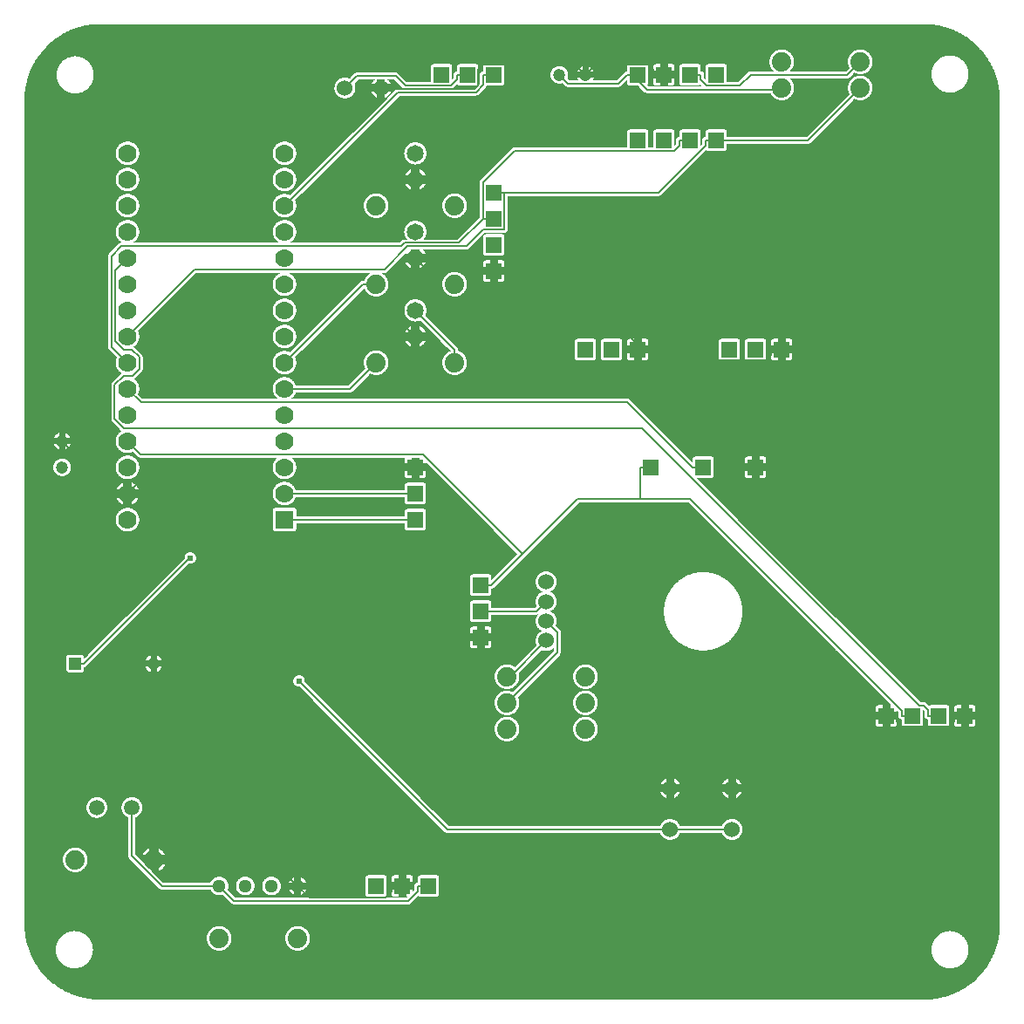
<source format=gtl>
G04 Layer: TopLayer*
G04 EasyEDA v5.9.42, Wed, 06 Mar 2019 16:08:20 GMT*
G04 Gerber Generator version 0.2*
G04 Scale: 100 percent, Rotated: No, Reflected: No *
G04 Dimensions in millimeters *
G04 leading zeros omitted , absolute positions ,3 integer and 3 decimal *
%FSLAX33Y33*%
%MOMM*%
G90*
G71D02*

%ADD11C,0.159995*%
%ADD12C,0.610006*%
%ADD13C,1.651000*%
%ADD14C,1.879600*%
%ADD15R,1.778000X1.778000*%
%ADD16C,1.778000*%
%ADD17R,1.574800X1.574800*%
%ADD18C,1.499997*%
%ADD19C,1.295400*%
%ADD20C,1.193800*%
%ADD21C,1.524000*%
%ADD22R,1.199998X1.199998*%
%ADD23C,1.199998*%

%LPD*%
G36*
G01X56388Y3195D02*
G01X1545Y3195D01*
G01X1621Y3091D01*
G01X1699Y2989D01*
G01X1779Y2888D01*
G01X1860Y2789D01*
G01X1944Y2691D01*
G01X2029Y2595D01*
G01X2115Y2500D01*
G01X2204Y2406D01*
G01X2294Y2314D01*
G01X2385Y2224D01*
G01X2478Y2135D01*
G01X2573Y2048D01*
G01X2669Y1963D01*
G01X2767Y1879D01*
G01X2866Y1797D01*
G01X2966Y1717D01*
G01X3068Y1639D01*
G01X3171Y1562D01*
G01X3276Y1487D01*
G01X3382Y1414D01*
G01X3489Y1343D01*
G01X3597Y1274D01*
G01X3707Y1207D01*
G01X3817Y1141D01*
G01X3929Y1078D01*
G01X4042Y1016D01*
G01X4156Y957D01*
G01X4271Y899D01*
G01X4387Y844D01*
G01X4504Y790D01*
G01X4622Y739D01*
G01X4740Y690D01*
G01X4860Y642D01*
G01X4980Y597D01*
G01X5102Y554D01*
G01X5223Y513D01*
G01X5346Y475D01*
G01X5469Y438D01*
G01X5593Y404D01*
G01X5718Y371D01*
G01X5843Y341D01*
G01X5968Y313D01*
G01X6094Y288D01*
G01X6220Y264D01*
G01X6347Y243D01*
G01X6474Y224D01*
G01X6602Y207D01*
G01X6730Y192D01*
G01X6858Y180D01*
G01X6986Y170D01*
G01X7114Y162D01*
G01X7242Y156D01*
G01X7371Y153D01*
G01X7500Y152D01*
G01X56388Y152D01*
G01X56388Y3195D01*
G37*

%LPD*%
G36*
G01X56388Y4905D02*
G01X6802Y4905D01*
G01X6800Y4874D01*
G01X6797Y4842D01*
G01X6791Y4780D01*
G01X6786Y4748D01*
G01X6782Y4717D01*
G01X6777Y4686D01*
G01X6765Y4624D01*
G01X6758Y4594D01*
G01X6750Y4563D01*
G01X6743Y4533D01*
G01X6734Y4502D01*
G01X6716Y4442D01*
G01X6706Y4412D01*
G01X6695Y4382D01*
G01X6673Y4324D01*
G01X6661Y4295D01*
G01X6635Y4237D01*
G01X6621Y4209D01*
G01X6607Y4180D01*
G01X6593Y4152D01*
G01X6578Y4125D01*
G01X6562Y4097D01*
G01X6530Y4043D01*
G01X6513Y4017D01*
G01X6496Y3990D01*
G01X6478Y3965D01*
G01X6459Y3939D01*
G01X6441Y3914D01*
G01X6422Y3889D01*
G01X6402Y3864D01*
G01X6382Y3840D01*
G01X6361Y3816D01*
G01X6341Y3792D01*
G01X6319Y3769D01*
G01X6298Y3746D01*
G01X6253Y3701D01*
G01X6230Y3680D01*
G01X6207Y3658D01*
G01X6183Y3638D01*
G01X6159Y3617D01*
G01X6135Y3597D01*
G01X6111Y3578D01*
G01X6086Y3558D01*
G01X6060Y3540D01*
G01X6035Y3521D01*
G01X6009Y3503D01*
G01X5982Y3486D01*
G01X5956Y3469D01*
G01X5902Y3437D01*
G01X5874Y3421D01*
G01X5847Y3406D01*
G01X5791Y3378D01*
G01X5762Y3364D01*
G01X5734Y3351D01*
G01X5705Y3338D01*
G01X5676Y3326D01*
G01X5646Y3315D01*
G01X5617Y3304D01*
G01X5587Y3293D01*
G01X5557Y3283D01*
G01X5467Y3256D01*
G01X5436Y3249D01*
G01X5405Y3241D01*
G01X5375Y3234D01*
G01X5313Y3222D01*
G01X5251Y3212D01*
G01X5219Y3208D01*
G01X5157Y3202D01*
G01X5125Y3199D01*
G01X5094Y3197D01*
G01X5062Y3196D01*
G01X5031Y3195D01*
G01X56388Y3195D01*
G01X56388Y4905D01*
G37*

%LPD*%
G36*
G01X4968Y6804D02*
G01X185Y6804D01*
G01X198Y6675D01*
G01X214Y6545D01*
G01X232Y6417D01*
G01X252Y6288D01*
G01X275Y6160D01*
G01X300Y6032D01*
G01X327Y5905D01*
G01X356Y5778D01*
G01X388Y5652D01*
G01X422Y5527D01*
G01X458Y5402D01*
G01X496Y5277D01*
G01X536Y5154D01*
G01X579Y5031D01*
G01X624Y4909D01*
G01X671Y4787D01*
G01X720Y4667D01*
G01X771Y4547D01*
G01X824Y4429D01*
G01X880Y4311D01*
G01X937Y4194D01*
G01X997Y4079D01*
G01X1058Y3964D01*
G01X1122Y3851D01*
G01X1188Y3738D01*
G01X1255Y3627D01*
G01X1325Y3517D01*
G01X1396Y3408D01*
G01X1470Y3301D01*
G01X1545Y3195D01*
G01X4968Y3195D01*
G01X4936Y3196D01*
G01X4905Y3197D01*
G01X4873Y3199D01*
G01X4841Y3202D01*
G01X4810Y3205D01*
G01X4778Y3209D01*
G01X4716Y3217D01*
G01X4684Y3223D01*
G01X4653Y3228D01*
G01X4591Y3242D01*
G01X4561Y3249D01*
G01X4530Y3257D01*
G01X4499Y3266D01*
G01X4439Y3284D01*
G01X4409Y3294D01*
G01X4349Y3316D01*
G01X4291Y3340D01*
G01X4233Y3366D01*
G01X4204Y3380D01*
G01X4148Y3408D01*
G01X4120Y3424D01*
G01X4093Y3439D01*
G01X4065Y3455D01*
G01X4038Y3472D01*
G01X4012Y3489D01*
G01X3985Y3507D01*
G01X3959Y3525D01*
G01X3934Y3543D01*
G01X3908Y3562D01*
G01X3883Y3582D01*
G01X3859Y3601D01*
G01X3834Y3622D01*
G01X3810Y3642D01*
G01X3787Y3663D01*
G01X3763Y3685D01*
G01X3740Y3707D01*
G01X3718Y3729D01*
G01X3674Y3775D01*
G01X3653Y3798D01*
G01X3632Y3822D01*
G01X3612Y3846D01*
G01X3591Y3871D01*
G01X3534Y3946D01*
G01X3516Y3972D01*
G01X3498Y3999D01*
G01X3481Y4025D01*
G01X3447Y4079D01*
G01X3431Y4106D01*
G01X3401Y4162D01*
G01X3387Y4190D01*
G01X3373Y4219D01*
G01X3359Y4247D01*
G01X3346Y4276D01*
G01X3334Y4305D01*
G01X3322Y4335D01*
G01X3311Y4364D01*
G01X3289Y4424D01*
G01X3279Y4454D01*
G01X3270Y4484D01*
G01X3261Y4515D01*
G01X3253Y4545D01*
G01X3245Y4576D01*
G01X3238Y4607D01*
G01X3220Y4700D01*
G01X3215Y4731D01*
G01X3211Y4763D01*
G01X3207Y4794D01*
G01X3203Y4826D01*
G01X3201Y4857D01*
G01X3198Y4889D01*
G01X3197Y4920D01*
G01X3195Y4984D01*
G01X3195Y5015D01*
G01X3197Y5079D01*
G01X3198Y5110D01*
G01X3201Y5142D01*
G01X3203Y5173D01*
G01X3207Y5205D01*
G01X3211Y5236D01*
G01X3215Y5268D01*
G01X3220Y5299D01*
G01X3238Y5392D01*
G01X3245Y5423D01*
G01X3253Y5454D01*
G01X3261Y5484D01*
G01X3270Y5515D01*
G01X3279Y5545D01*
G01X3289Y5575D01*
G01X3311Y5635D01*
G01X3322Y5664D01*
G01X3334Y5694D01*
G01X3346Y5723D01*
G01X3359Y5752D01*
G01X3373Y5780D01*
G01X3387Y5809D01*
G01X3401Y5837D01*
G01X3431Y5893D01*
G01X3447Y5920D01*
G01X3481Y5974D01*
G01X3498Y6000D01*
G01X3516Y6027D01*
G01X3534Y6052D01*
G01X3553Y6078D01*
G01X3591Y6128D01*
G01X3612Y6153D01*
G01X3632Y6177D01*
G01X3653Y6201D01*
G01X3674Y6224D01*
G01X3718Y6270D01*
G01X3740Y6292D01*
G01X3763Y6314D01*
G01X3787Y6336D01*
G01X3810Y6357D01*
G01X3834Y6377D01*
G01X3859Y6397D01*
G01X3883Y6417D01*
G01X3908Y6437D01*
G01X3934Y6456D01*
G01X3959Y6474D01*
G01X3985Y6492D01*
G01X4012Y6510D01*
G01X4038Y6527D01*
G01X4065Y6543D01*
G01X4093Y6560D01*
G01X4120Y6575D01*
G01X4176Y6605D01*
G01X4204Y6619D01*
G01X4233Y6633D01*
G01X4291Y6659D01*
G01X4349Y6683D01*
G01X4409Y6705D01*
G01X4439Y6715D01*
G01X4499Y6733D01*
G01X4530Y6742D01*
G01X4561Y6750D01*
G01X4591Y6757D01*
G01X4622Y6764D01*
G01X4684Y6776D01*
G01X4716Y6781D01*
G01X4747Y6786D01*
G01X4778Y6790D01*
G01X4810Y6794D01*
G01X4841Y6797D01*
G01X4873Y6800D01*
G01X4905Y6801D01*
G01X4936Y6803D01*
G01X4968Y6804D01*
G37*

%LPD*%
G36*
G01X89968Y6804D02*
G01X56388Y6804D01*
G01X56388Y3195D01*
G01X89968Y3195D01*
G01X89936Y3196D01*
G01X89905Y3197D01*
G01X89873Y3199D01*
G01X89841Y3202D01*
G01X89810Y3205D01*
G01X89778Y3209D01*
G01X89716Y3217D01*
G01X89684Y3223D01*
G01X89653Y3228D01*
G01X89591Y3242D01*
G01X89561Y3249D01*
G01X89530Y3257D01*
G01X89499Y3266D01*
G01X89439Y3284D01*
G01X89409Y3294D01*
G01X89349Y3316D01*
G01X89291Y3340D01*
G01X89233Y3366D01*
G01X89204Y3380D01*
G01X89148Y3408D01*
G01X89120Y3424D01*
G01X89093Y3439D01*
G01X89066Y3455D01*
G01X89012Y3489D01*
G01X88934Y3543D01*
G01X88908Y3562D01*
G01X88883Y3582D01*
G01X88859Y3601D01*
G01X88834Y3622D01*
G01X88810Y3642D01*
G01X88787Y3663D01*
G01X88763Y3685D01*
G01X88740Y3707D01*
G01X88718Y3729D01*
G01X88674Y3775D01*
G01X88653Y3798D01*
G01X88632Y3822D01*
G01X88612Y3846D01*
G01X88572Y3896D01*
G01X88534Y3946D01*
G01X88516Y3972D01*
G01X88498Y3999D01*
G01X88481Y4025D01*
G01X88447Y4079D01*
G01X88432Y4106D01*
G01X88416Y4134D01*
G01X88401Y4162D01*
G01X88387Y4190D01*
G01X88373Y4219D01*
G01X88359Y4247D01*
G01X88346Y4276D01*
G01X88334Y4305D01*
G01X88322Y4335D01*
G01X88311Y4364D01*
G01X88289Y4424D01*
G01X88280Y4454D01*
G01X88270Y4484D01*
G01X88261Y4515D01*
G01X88253Y4545D01*
G01X88245Y4576D01*
G01X88238Y4607D01*
G01X88220Y4700D01*
G01X88215Y4731D01*
G01X88211Y4763D01*
G01X88207Y4794D01*
G01X88203Y4826D01*
G01X88201Y4857D01*
G01X88198Y4889D01*
G01X88197Y4920D01*
G01X88195Y4984D01*
G01X88195Y5015D01*
G01X88197Y5079D01*
G01X88198Y5110D01*
G01X88201Y5142D01*
G01X88203Y5173D01*
G01X88207Y5205D01*
G01X88211Y5236D01*
G01X88215Y5268D01*
G01X88220Y5299D01*
G01X88238Y5392D01*
G01X88245Y5423D01*
G01X88253Y5454D01*
G01X88261Y5484D01*
G01X88270Y5515D01*
G01X88280Y5545D01*
G01X88289Y5575D01*
G01X88311Y5635D01*
G01X88322Y5664D01*
G01X88334Y5694D01*
G01X88346Y5723D01*
G01X88359Y5752D01*
G01X88373Y5780D01*
G01X88387Y5809D01*
G01X88401Y5837D01*
G01X88416Y5865D01*
G01X88432Y5893D01*
G01X88447Y5920D01*
G01X88481Y5974D01*
G01X88498Y6000D01*
G01X88516Y6027D01*
G01X88534Y6052D01*
G01X88553Y6078D01*
G01X88572Y6103D01*
G01X88612Y6153D01*
G01X88632Y6177D01*
G01X88653Y6201D01*
G01X88674Y6224D01*
G01X88718Y6270D01*
G01X88740Y6292D01*
G01X88763Y6314D01*
G01X88787Y6336D01*
G01X88810Y6357D01*
G01X88834Y6377D01*
G01X88859Y6397D01*
G01X88883Y6417D01*
G01X88908Y6437D01*
G01X88934Y6456D01*
G01X89012Y6510D01*
G01X89039Y6527D01*
G01X89066Y6543D01*
G01X89093Y6560D01*
G01X89120Y6575D01*
G01X89176Y6605D01*
G01X89204Y6619D01*
G01X89233Y6633D01*
G01X89291Y6659D01*
G01X89349Y6683D01*
G01X89409Y6705D01*
G01X89439Y6715D01*
G01X89499Y6733D01*
G01X89530Y6742D01*
G01X89561Y6750D01*
G01X89591Y6757D01*
G01X89622Y6764D01*
G01X89684Y6776D01*
G01X89716Y6781D01*
G01X89747Y6786D01*
G01X89778Y6790D01*
G01X89810Y6794D01*
G01X89841Y6797D01*
G01X89873Y6800D01*
G01X89905Y6801D01*
G01X89936Y6803D01*
G01X89968Y6804D01*
G37*

%LPD*%
G36*
G01X93454Y3195D02*
G01X56388Y3195D01*
G01X56388Y152D01*
G01X87500Y152D01*
G01X87628Y153D01*
G01X87757Y156D01*
G01X87885Y162D01*
G01X88013Y170D01*
G01X88142Y180D01*
G01X88269Y192D01*
G01X88397Y207D01*
G01X88525Y224D01*
G01X88652Y243D01*
G01X88779Y264D01*
G01X88905Y288D01*
G01X89031Y313D01*
G01X89156Y341D01*
G01X89281Y371D01*
G01X89406Y404D01*
G01X89530Y438D01*
G01X89653Y475D01*
G01X89776Y513D01*
G01X89897Y554D01*
G01X90019Y597D01*
G01X90139Y642D01*
G01X90259Y690D01*
G01X90377Y739D01*
G01X90495Y790D01*
G01X90612Y844D01*
G01X90728Y899D01*
G01X90843Y957D01*
G01X90957Y1016D01*
G01X91070Y1078D01*
G01X91182Y1141D01*
G01X91292Y1207D01*
G01X91402Y1274D01*
G01X91510Y1343D01*
G01X91617Y1414D01*
G01X91723Y1487D01*
G01X91828Y1562D01*
G01X91931Y1639D01*
G01X92033Y1717D01*
G01X92133Y1797D01*
G01X92232Y1879D01*
G01X92330Y1963D01*
G01X92426Y2048D01*
G01X92521Y2135D01*
G01X92614Y2224D01*
G01X92705Y2314D01*
G01X92795Y2406D01*
G01X92884Y2500D01*
G01X92970Y2595D01*
G01X93055Y2691D01*
G01X93139Y2789D01*
G01X93220Y2888D01*
G01X93300Y2989D01*
G01X93378Y3091D01*
G01X93454Y3195D01*
G37*

%LPD*%
G36*
G01X18085Y6804D02*
G01X5031Y6804D01*
G01X5063Y6803D01*
G01X5127Y6799D01*
G01X5158Y6797D01*
G01X5190Y6794D01*
G01X5222Y6790D01*
G01X5253Y6786D01*
G01X5285Y6781D01*
G01X5316Y6776D01*
G01X5347Y6770D01*
G01X5379Y6764D01*
G01X5410Y6757D01*
G01X5441Y6749D01*
G01X5471Y6741D01*
G01X5502Y6733D01*
G01X5533Y6723D01*
G01X5563Y6714D01*
G01X5593Y6704D01*
G01X5653Y6682D01*
G01X5682Y6670D01*
G01X5712Y6657D01*
G01X5741Y6645D01*
G01X5770Y6631D01*
G01X5798Y6617D01*
G01X5827Y6603D01*
G01X5883Y6573D01*
G01X5911Y6557D01*
G01X5938Y6541D01*
G01X5992Y6507D01*
G01X6044Y6471D01*
G01X6070Y6452D01*
G01X6095Y6433D01*
G01X6121Y6413D01*
G01X6145Y6393D01*
G01X6170Y6373D01*
G01X6218Y6331D01*
G01X6264Y6287D01*
G01X6286Y6265D01*
G01X6308Y6242D01*
G01X6330Y6218D01*
G01X6351Y6195D01*
G01X6372Y6171D01*
G01X6393Y6146D01*
G01X6413Y6122D01*
G01X6432Y6096D01*
G01X6451Y6071D01*
G01X6470Y6045D01*
G01X6506Y5993D01*
G01X6557Y5912D01*
G01X6572Y5884D01*
G01X6588Y5856D01*
G01X6603Y5828D01*
G01X6617Y5800D01*
G01X6631Y5771D01*
G01X6657Y5713D01*
G01X6669Y5683D01*
G01X6681Y5654D01*
G01X6703Y5594D01*
G01X6723Y5534D01*
G01X6732Y5503D01*
G01X6741Y5473D01*
G01X6749Y5442D01*
G01X6770Y5349D01*
G01X6776Y5317D01*
G01X6781Y5286D01*
G01X6786Y5254D01*
G01X6790Y5223D01*
G01X6794Y5191D01*
G01X6797Y5160D01*
G01X6803Y5064D01*
G01X6804Y5032D01*
G01X6804Y4969D01*
G01X6802Y4905D01*
G01X19029Y4905D01*
G01X18966Y4908D01*
G01X18945Y4910D01*
G01X18925Y4912D01*
G01X18904Y4914D01*
G01X18862Y4920D01*
G01X18842Y4923D01*
G01X18821Y4927D01*
G01X18801Y4931D01*
G01X18781Y4936D01*
G01X18760Y4941D01*
G01X18740Y4946D01*
G01X18660Y4970D01*
G01X18641Y4977D01*
G01X18621Y4985D01*
G01X18602Y4992D01*
G01X18582Y5000D01*
G01X18563Y5009D01*
G01X18544Y5017D01*
G01X18525Y5026D01*
G01X18507Y5036D01*
G01X18488Y5045D01*
G01X18470Y5055D01*
G01X18452Y5066D01*
G01X18434Y5076D01*
G01X18398Y5098D01*
G01X18330Y5146D01*
G01X18313Y5159D01*
G01X18281Y5185D01*
G01X18265Y5199D01*
G01X18250Y5213D01*
G01X18234Y5227D01*
G01X18219Y5241D01*
G01X18204Y5256D01*
G01X18190Y5271D01*
G01X18175Y5286D01*
G01X18161Y5301D01*
G01X18147Y5317D01*
G01X18108Y5365D01*
G01X18095Y5382D01*
G01X18083Y5399D01*
G01X18070Y5416D01*
G01X18059Y5433D01*
G01X18047Y5450D01*
G01X18014Y5504D01*
G01X17994Y5540D01*
G01X17985Y5559D01*
G01X17975Y5577D01*
G01X17966Y5596D01*
G01X17950Y5634D01*
G01X17942Y5654D01*
G01X17934Y5673D01*
G01X17927Y5693D01*
G01X17920Y5712D01*
G01X17913Y5732D01*
G01X17895Y5792D01*
G01X17890Y5812D01*
G01X17885Y5833D01*
G01X17877Y5873D01*
G01X17873Y5894D01*
G01X17870Y5915D01*
G01X17867Y5935D01*
G01X17864Y5956D01*
G01X17862Y5977D01*
G01X17860Y5997D01*
G01X17858Y6018D01*
G01X17855Y6081D01*
G01X17855Y6123D01*
G01X17856Y6143D01*
G01X17858Y6185D01*
G01X17862Y6227D01*
G01X17864Y6247D01*
G01X17870Y6289D01*
G01X17874Y6309D01*
G01X17878Y6330D01*
G01X17882Y6350D01*
G01X17886Y6371D01*
G01X17891Y6391D01*
G01X17897Y6411D01*
G01X17902Y6431D01*
G01X17914Y6471D01*
G01X17921Y6491D01*
G01X17928Y6510D01*
G01X17935Y6530D01*
G01X17943Y6549D01*
G01X17951Y6569D01*
G01X17960Y6588D01*
G01X17968Y6607D01*
G01X17977Y6626D01*
G01X17987Y6644D01*
G01X17996Y6663D01*
G01X18006Y6681D01*
G01X18017Y6699D01*
G01X18027Y6717D01*
G01X18038Y6735D01*
G01X18049Y6752D01*
G01X18061Y6770D01*
G01X18085Y6804D01*
G37*

%LPD*%
G36*
G01X26649Y7294D02*
G01X19070Y7294D01*
G01X19133Y7291D01*
G01X19154Y7289D01*
G01X19174Y7287D01*
G01X19195Y7285D01*
G01X19216Y7282D01*
G01X19236Y7279D01*
G01X19257Y7276D01*
G01X19277Y7272D01*
G01X19298Y7268D01*
G01X19338Y7258D01*
G01X19359Y7253D01*
G01X19379Y7248D01*
G01X19399Y7242D01*
G01X19419Y7235D01*
G01X19438Y7229D01*
G01X19458Y7222D01*
G01X19478Y7214D01*
G01X19497Y7207D01*
G01X19535Y7191D01*
G01X19592Y7164D01*
G01X19610Y7154D01*
G01X19629Y7144D01*
G01X19647Y7134D01*
G01X19665Y7123D01*
G01X19682Y7112D01*
G01X19700Y7101D01*
G01X19717Y7090D01*
G01X19735Y7078D01*
G01X19751Y7066D01*
G01X19768Y7053D01*
G01X19785Y7041D01*
G01X19801Y7028D01*
G01X19817Y7014D01*
G01X19833Y7001D01*
G01X19849Y6987D01*
G01X19879Y6959D01*
G01X19909Y6929D01*
G01X19937Y6899D01*
G01X19951Y6883D01*
G01X19964Y6867D01*
G01X19978Y6851D01*
G01X19991Y6835D01*
G01X20003Y6818D01*
G01X20016Y6802D01*
G01X20028Y6785D01*
G01X20040Y6767D01*
G01X20051Y6750D01*
G01X20062Y6732D01*
G01X20073Y6715D01*
G01X20084Y6697D01*
G01X20094Y6679D01*
G01X20104Y6660D01*
G01X20114Y6642D01*
G01X20141Y6585D01*
G01X20157Y6547D01*
G01X20164Y6528D01*
G01X20172Y6508D01*
G01X20179Y6488D01*
G01X20185Y6469D01*
G01X20192Y6449D01*
G01X20198Y6429D01*
G01X20203Y6409D01*
G01X20208Y6388D01*
G01X20218Y6348D01*
G01X20222Y6327D01*
G01X20226Y6307D01*
G01X20229Y6286D01*
G01X20232Y6266D01*
G01X20235Y6245D01*
G01X20237Y6224D01*
G01X20239Y6204D01*
G01X20241Y6183D01*
G01X20244Y6120D01*
G01X20244Y6079D01*
G01X20241Y6016D01*
G01X20239Y5995D01*
G01X20237Y5975D01*
G01X20235Y5954D01*
G01X20232Y5933D01*
G01X20229Y5913D01*
G01X20226Y5892D01*
G01X20222Y5872D01*
G01X20218Y5851D01*
G01X20208Y5811D01*
G01X20203Y5790D01*
G01X20198Y5770D01*
G01X20192Y5750D01*
G01X20185Y5730D01*
G01X20179Y5711D01*
G01X20172Y5691D01*
G01X20164Y5672D01*
G01X20157Y5652D01*
G01X20141Y5614D01*
G01X20114Y5557D01*
G01X20094Y5521D01*
G01X20084Y5502D01*
G01X20073Y5484D01*
G01X20062Y5467D01*
G01X20051Y5449D01*
G01X20040Y5432D01*
G01X20028Y5414D01*
G01X20016Y5398D01*
G01X20003Y5381D01*
G01X19991Y5364D01*
G01X19978Y5348D01*
G01X19964Y5332D01*
G01X19951Y5316D01*
G01X19937Y5300D01*
G01X19909Y5270D01*
G01X19879Y5240D01*
G01X19849Y5212D01*
G01X19833Y5198D01*
G01X19817Y5185D01*
G01X19801Y5171D01*
G01X19785Y5158D01*
G01X19768Y5146D01*
G01X19751Y5133D01*
G01X19735Y5121D01*
G01X19717Y5109D01*
G01X19700Y5098D01*
G01X19682Y5087D01*
G01X19665Y5076D01*
G01X19647Y5065D01*
G01X19629Y5055D01*
G01X19610Y5045D01*
G01X19592Y5035D01*
G01X19535Y5008D01*
G01X19497Y4992D01*
G01X19478Y4985D01*
G01X19458Y4977D01*
G01X19438Y4970D01*
G01X19419Y4964D01*
G01X19399Y4957D01*
G01X19379Y4951D01*
G01X19359Y4946D01*
G01X19338Y4941D01*
G01X19298Y4931D01*
G01X19277Y4927D01*
G01X19257Y4923D01*
G01X19236Y4920D01*
G01X19216Y4917D01*
G01X19195Y4914D01*
G01X19174Y4912D01*
G01X19154Y4910D01*
G01X19133Y4908D01*
G01X19070Y4905D01*
G01X26649Y4905D01*
G01X26586Y4908D01*
G01X26565Y4910D01*
G01X26545Y4912D01*
G01X26524Y4914D01*
G01X26503Y4917D01*
G01X26483Y4920D01*
G01X26462Y4923D01*
G01X26442Y4927D01*
G01X26421Y4931D01*
G01X26381Y4941D01*
G01X26360Y4946D01*
G01X26340Y4951D01*
G01X26320Y4957D01*
G01X26300Y4964D01*
G01X26281Y4970D01*
G01X26261Y4977D01*
G01X26241Y4985D01*
G01X26222Y4992D01*
G01X26184Y5008D01*
G01X26127Y5035D01*
G01X26109Y5045D01*
G01X26090Y5055D01*
G01X26072Y5065D01*
G01X26054Y5076D01*
G01X26037Y5087D01*
G01X26019Y5098D01*
G01X26002Y5109D01*
G01X25984Y5121D01*
G01X25968Y5133D01*
G01X25951Y5146D01*
G01X25934Y5158D01*
G01X25918Y5171D01*
G01X25902Y5185D01*
G01X25886Y5198D01*
G01X25870Y5212D01*
G01X25840Y5240D01*
G01X25810Y5270D01*
G01X25782Y5300D01*
G01X25768Y5316D01*
G01X25755Y5332D01*
G01X25741Y5348D01*
G01X25728Y5364D01*
G01X25716Y5381D01*
G01X25703Y5398D01*
G01X25691Y5414D01*
G01X25679Y5432D01*
G01X25668Y5449D01*
G01X25657Y5467D01*
G01X25646Y5484D01*
G01X25635Y5502D01*
G01X25625Y5521D01*
G01X25605Y5557D01*
G01X25578Y5614D01*
G01X25562Y5652D01*
G01X25555Y5672D01*
G01X25547Y5691D01*
G01X25540Y5711D01*
G01X25534Y5730D01*
G01X25527Y5750D01*
G01X25521Y5770D01*
G01X25516Y5790D01*
G01X25511Y5811D01*
G01X25501Y5851D01*
G01X25497Y5872D01*
G01X25493Y5892D01*
G01X25490Y5913D01*
G01X25487Y5933D01*
G01X25484Y5954D01*
G01X25482Y5975D01*
G01X25480Y5995D01*
G01X25478Y6016D01*
G01X25475Y6079D01*
G01X25475Y6120D01*
G01X25478Y6183D01*
G01X25480Y6204D01*
G01X25482Y6224D01*
G01X25484Y6245D01*
G01X25487Y6266D01*
G01X25490Y6286D01*
G01X25493Y6307D01*
G01X25497Y6327D01*
G01X25501Y6348D01*
G01X25511Y6388D01*
G01X25516Y6409D01*
G01X25521Y6429D01*
G01X25527Y6449D01*
G01X25534Y6469D01*
G01X25540Y6488D01*
G01X25547Y6508D01*
G01X25555Y6528D01*
G01X25562Y6547D01*
G01X25578Y6585D01*
G01X25605Y6642D01*
G01X25615Y6660D01*
G01X25625Y6679D01*
G01X25635Y6697D01*
G01X25646Y6715D01*
G01X25657Y6732D01*
G01X25668Y6750D01*
G01X25679Y6767D01*
G01X25691Y6785D01*
G01X25703Y6802D01*
G01X25716Y6818D01*
G01X25728Y6835D01*
G01X25741Y6851D01*
G01X25755Y6867D01*
G01X25768Y6883D01*
G01X25782Y6899D01*
G01X25810Y6929D01*
G01X25840Y6959D01*
G01X25870Y6987D01*
G01X25886Y7001D01*
G01X25902Y7014D01*
G01X25918Y7028D01*
G01X25934Y7041D01*
G01X25951Y7053D01*
G01X25968Y7066D01*
G01X25984Y7078D01*
G01X26002Y7090D01*
G01X26019Y7101D01*
G01X26037Y7112D01*
G01X26054Y7123D01*
G01X26072Y7134D01*
G01X26090Y7144D01*
G01X26109Y7154D01*
G01X26127Y7164D01*
G01X26184Y7191D01*
G01X26222Y7207D01*
G01X26241Y7214D01*
G01X26261Y7222D01*
G01X26281Y7229D01*
G01X26300Y7235D01*
G01X26320Y7242D01*
G01X26340Y7248D01*
G01X26360Y7253D01*
G01X26381Y7258D01*
G01X26421Y7268D01*
G01X26442Y7272D01*
G01X26462Y7276D01*
G01X26483Y7279D01*
G01X26503Y7282D01*
G01X26524Y7285D01*
G01X26545Y7287D01*
G01X26565Y7289D01*
G01X26586Y7291D01*
G01X26649Y7294D01*
G37*

%LPD*%
G36*
G01X56388Y7294D02*
G01X26690Y7294D01*
G01X26753Y7291D01*
G01X26774Y7289D01*
G01X26794Y7287D01*
G01X26815Y7285D01*
G01X26836Y7282D01*
G01X26856Y7279D01*
G01X26877Y7276D01*
G01X26897Y7272D01*
G01X26918Y7268D01*
G01X26958Y7258D01*
G01X26979Y7253D01*
G01X26999Y7248D01*
G01X27019Y7242D01*
G01X27039Y7235D01*
G01X27058Y7229D01*
G01X27078Y7222D01*
G01X27098Y7214D01*
G01X27117Y7207D01*
G01X27155Y7191D01*
G01X27212Y7164D01*
G01X27230Y7154D01*
G01X27249Y7144D01*
G01X27267Y7134D01*
G01X27285Y7123D01*
G01X27302Y7112D01*
G01X27320Y7101D01*
G01X27337Y7090D01*
G01X27355Y7078D01*
G01X27371Y7066D01*
G01X27388Y7053D01*
G01X27405Y7041D01*
G01X27421Y7028D01*
G01X27437Y7014D01*
G01X27453Y7001D01*
G01X27469Y6987D01*
G01X27499Y6959D01*
G01X27529Y6929D01*
G01X27557Y6899D01*
G01X27571Y6883D01*
G01X27584Y6867D01*
G01X27598Y6851D01*
G01X27611Y6835D01*
G01X27623Y6818D01*
G01X27636Y6802D01*
G01X27648Y6785D01*
G01X27660Y6767D01*
G01X27671Y6750D01*
G01X27682Y6732D01*
G01X27693Y6715D01*
G01X27704Y6697D01*
G01X27714Y6679D01*
G01X27724Y6660D01*
G01X27734Y6642D01*
G01X27761Y6585D01*
G01X27777Y6547D01*
G01X27784Y6528D01*
G01X27792Y6508D01*
G01X27799Y6488D01*
G01X27805Y6469D01*
G01X27812Y6449D01*
G01X27818Y6429D01*
G01X27823Y6409D01*
G01X27828Y6388D01*
G01X27838Y6348D01*
G01X27842Y6327D01*
G01X27846Y6307D01*
G01X27849Y6286D01*
G01X27852Y6266D01*
G01X27855Y6245D01*
G01X27857Y6224D01*
G01X27859Y6204D01*
G01X27861Y6183D01*
G01X27864Y6120D01*
G01X27864Y6079D01*
G01X27861Y6016D01*
G01X27859Y5995D01*
G01X27857Y5975D01*
G01X27855Y5954D01*
G01X27852Y5933D01*
G01X27849Y5913D01*
G01X27846Y5892D01*
G01X27842Y5872D01*
G01X27838Y5851D01*
G01X27828Y5811D01*
G01X27823Y5790D01*
G01X27818Y5770D01*
G01X27812Y5750D01*
G01X27805Y5730D01*
G01X27799Y5711D01*
G01X27792Y5691D01*
G01X27784Y5672D01*
G01X27777Y5652D01*
G01X27761Y5614D01*
G01X27734Y5557D01*
G01X27714Y5521D01*
G01X27704Y5502D01*
G01X27693Y5484D01*
G01X27682Y5467D01*
G01X27671Y5449D01*
G01X27660Y5432D01*
G01X27648Y5414D01*
G01X27636Y5398D01*
G01X27623Y5381D01*
G01X27611Y5364D01*
G01X27598Y5348D01*
G01X27584Y5332D01*
G01X27571Y5316D01*
G01X27557Y5300D01*
G01X27529Y5270D01*
G01X27499Y5240D01*
G01X27469Y5212D01*
G01X27453Y5198D01*
G01X27437Y5185D01*
G01X27421Y5171D01*
G01X27405Y5158D01*
G01X27388Y5146D01*
G01X27371Y5133D01*
G01X27355Y5121D01*
G01X27337Y5109D01*
G01X27320Y5098D01*
G01X27302Y5087D01*
G01X27285Y5076D01*
G01X27267Y5065D01*
G01X27249Y5055D01*
G01X27230Y5045D01*
G01X27212Y5035D01*
G01X27155Y5008D01*
G01X27117Y4992D01*
G01X27098Y4985D01*
G01X27078Y4977D01*
G01X27058Y4970D01*
G01X27039Y4964D01*
G01X27019Y4957D01*
G01X26999Y4951D01*
G01X26979Y4946D01*
G01X26958Y4941D01*
G01X26918Y4931D01*
G01X26897Y4927D01*
G01X26877Y4923D01*
G01X26856Y4920D01*
G01X26836Y4917D01*
G01X26815Y4914D01*
G01X26794Y4912D01*
G01X26774Y4910D01*
G01X26753Y4908D01*
G01X26690Y4905D01*
G01X56388Y4905D01*
G01X56388Y7294D01*
G37*

%LPD*%
G36*
G01X19028Y7294D02*
G01X155Y7294D01*
G01X161Y7130D01*
G01X171Y6967D01*
G01X185Y6804D01*
G01X18085Y6804D01*
G01X18111Y6838D01*
G01X18124Y6854D01*
G01X18137Y6871D01*
G01X18151Y6887D01*
G01X18165Y6902D01*
G01X18180Y6918D01*
G01X18194Y6933D01*
G01X18224Y6963D01*
G01X18240Y6978D01*
G01X18272Y7006D01*
G01X18288Y7019D01*
G01X18304Y7033D01*
G01X18338Y7059D01*
G01X18372Y7083D01*
G01X18408Y7107D01*
G01X18425Y7118D01*
G01X18444Y7129D01*
G01X18462Y7139D01*
G01X18481Y7150D01*
G01X18499Y7159D01*
G01X18518Y7169D01*
G01X18556Y7187D01*
G01X18576Y7196D01*
G01X18595Y7204D01*
G01X18615Y7212D01*
G01X18635Y7219D01*
G01X18655Y7227D01*
G01X18675Y7233D01*
G01X18695Y7240D01*
G01X18715Y7246D01*
G01X18736Y7252D01*
G01X18756Y7257D01*
G01X18777Y7262D01*
G01X18797Y7267D01*
G01X18860Y7279D01*
G01X18902Y7285D01*
G01X18965Y7291D01*
G01X19028Y7294D01*
G37*

%LPD*%
G36*
G01X94847Y7500D02*
G01X56388Y7500D01*
G01X56388Y6804D01*
G01X94814Y6804D01*
G01X94826Y6943D01*
G01X94835Y7082D01*
G01X94842Y7221D01*
G01X94846Y7360D01*
G01X94847Y7500D01*
G37*

%LPD*%
G36*
G01X94814Y6804D02*
G01X90031Y6804D01*
G01X90063Y6803D01*
G01X90095Y6801D01*
G01X90126Y6800D01*
G01X90158Y6797D01*
G01X90189Y6794D01*
G01X90221Y6790D01*
G01X90252Y6786D01*
G01X90283Y6781D01*
G01X90315Y6776D01*
G01X90377Y6764D01*
G01X90439Y6750D01*
G01X90469Y6742D01*
G01X90500Y6733D01*
G01X90560Y6715D01*
G01X90590Y6705D01*
G01X90650Y6683D01*
G01X90708Y6659D01*
G01X90766Y6633D01*
G01X90795Y6619D01*
G01X90823Y6605D01*
G01X90879Y6575D01*
G01X90906Y6560D01*
G01X90934Y6543D01*
G01X90961Y6527D01*
G01X90987Y6510D01*
G01X91014Y6492D01*
G01X91040Y6474D01*
G01X91065Y6456D01*
G01X91091Y6437D01*
G01X91141Y6397D01*
G01X91189Y6357D01*
G01X91213Y6336D01*
G01X91259Y6292D01*
G01X91281Y6270D01*
G01X91325Y6224D01*
G01X91346Y6201D01*
G01X91388Y6153D01*
G01X91408Y6128D01*
G01X91446Y6078D01*
G01X91465Y6052D01*
G01X91483Y6027D01*
G01X91501Y6000D01*
G01X91518Y5974D01*
G01X91552Y5920D01*
G01X91568Y5893D01*
G01X91598Y5837D01*
G01X91612Y5809D01*
G01X91626Y5780D01*
G01X91640Y5752D01*
G01X91653Y5723D01*
G01X91665Y5694D01*
G01X91677Y5664D01*
G01X91689Y5635D01*
G01X91699Y5605D01*
G01X91710Y5575D01*
G01X91720Y5545D01*
G01X91729Y5515D01*
G01X91738Y5484D01*
G01X91746Y5454D01*
G01X91754Y5423D01*
G01X91761Y5392D01*
G01X91767Y5361D01*
G01X91774Y5330D01*
G01X91784Y5268D01*
G01X91788Y5236D01*
G01X91792Y5205D01*
G01X91796Y5173D01*
G01X91798Y5142D01*
G01X91801Y5110D01*
G01X91802Y5079D01*
G01X91804Y5015D01*
G01X91804Y4984D01*
G01X91802Y4920D01*
G01X91801Y4889D01*
G01X91798Y4857D01*
G01X91796Y4826D01*
G01X91792Y4794D01*
G01X91788Y4763D01*
G01X91784Y4731D01*
G01X91774Y4669D01*
G01X91767Y4638D01*
G01X91761Y4607D01*
G01X91754Y4576D01*
G01X91746Y4545D01*
G01X91738Y4515D01*
G01X91729Y4484D01*
G01X91720Y4454D01*
G01X91710Y4424D01*
G01X91699Y4394D01*
G01X91689Y4364D01*
G01X91677Y4335D01*
G01X91665Y4305D01*
G01X91653Y4276D01*
G01X91640Y4247D01*
G01X91626Y4219D01*
G01X91612Y4190D01*
G01X91598Y4162D01*
G01X91568Y4106D01*
G01X91552Y4079D01*
G01X91518Y4025D01*
G01X91501Y3999D01*
G01X91483Y3972D01*
G01X91465Y3946D01*
G01X91408Y3871D01*
G01X91388Y3846D01*
G01X91346Y3798D01*
G01X91325Y3775D01*
G01X91281Y3729D01*
G01X91259Y3707D01*
G01X91213Y3663D01*
G01X91189Y3642D01*
G01X91165Y3622D01*
G01X91141Y3601D01*
G01X91116Y3582D01*
G01X91091Y3562D01*
G01X91065Y3543D01*
G01X91040Y3525D01*
G01X91014Y3507D01*
G01X90987Y3489D01*
G01X90961Y3472D01*
G01X90934Y3455D01*
G01X90906Y3439D01*
G01X90879Y3424D01*
G01X90851Y3408D01*
G01X90795Y3380D01*
G01X90766Y3366D01*
G01X90708Y3340D01*
G01X90650Y3316D01*
G01X90590Y3294D01*
G01X90560Y3284D01*
G01X90500Y3266D01*
G01X90469Y3257D01*
G01X90439Y3249D01*
G01X90346Y3228D01*
G01X90315Y3223D01*
G01X90283Y3217D01*
G01X90221Y3209D01*
G01X90189Y3205D01*
G01X90158Y3202D01*
G01X90126Y3199D01*
G01X90095Y3197D01*
G01X90031Y3195D01*
G01X93454Y3195D01*
G01X93529Y3301D01*
G01X93603Y3408D01*
G01X93674Y3517D01*
G01X93744Y3627D01*
G01X93811Y3738D01*
G01X93877Y3851D01*
G01X93941Y3964D01*
G01X94002Y4079D01*
G01X94062Y4194D01*
G01X94119Y4311D01*
G01X94175Y4429D01*
G01X94228Y4547D01*
G01X94279Y4667D01*
G01X94328Y4787D01*
G01X94375Y4909D01*
G01X94420Y5031D01*
G01X94463Y5154D01*
G01X94503Y5277D01*
G01X94541Y5402D01*
G01X94577Y5527D01*
G01X94611Y5652D01*
G01X94643Y5778D01*
G01X94672Y5905D01*
G01X94699Y6032D01*
G01X94724Y6160D01*
G01X94747Y6288D01*
G01X94767Y6417D01*
G01X94785Y6545D01*
G01X94801Y6675D01*
G01X94814Y6804D01*
G37*

%LPD*%
G36*
G01X56388Y9148D02*
G01X152Y9148D01*
G01X152Y7500D01*
G01X155Y7294D01*
G01X56388Y7294D01*
G01X56388Y9148D01*
G37*

%LPD*%
G36*
G01X94847Y9148D02*
G01X56388Y9148D01*
G01X56388Y7500D01*
G01X94847Y7500D01*
G01X94847Y9148D01*
G37*

%LPD*%
G36*
G01X9398Y12525D02*
G01X152Y12525D01*
G01X152Y9148D01*
G01X9398Y9148D01*
G01X9398Y12525D01*
G37*

%LPD*%
G36*
G01X28194Y9392D02*
G01X18796Y9392D01*
G01X18796Y9148D01*
G01X28194Y9148D01*
G01X28194Y9392D01*
G37*

%LPD*%
G36*
G01X37592Y9392D02*
G01X28194Y9392D01*
G01X28194Y9148D01*
G01X37592Y9148D01*
G01X37592Y9392D01*
G37*

%LPD*%
G36*
G01X46990Y10138D02*
G01X38287Y10138D01*
G01X37637Y9490D01*
G01X37629Y9482D01*
G01X37624Y9478D01*
G01X37620Y9474D01*
G01X37615Y9470D01*
G01X37611Y9466D01*
G01X37606Y9462D01*
G01X37601Y9459D01*
G01X37596Y9455D01*
G01X37592Y9452D01*
G01X37592Y9148D01*
G01X46990Y9148D01*
G01X46990Y10138D01*
G37*

%LPD*%
G36*
G01X18796Y10314D02*
G01X9398Y10314D01*
G01X9398Y9148D01*
G01X18796Y9148D01*
G01X18796Y10314D01*
G37*

%LPD*%
G36*
G01X94847Y15656D02*
G01X46990Y15656D01*
G01X46990Y9148D01*
G01X94847Y9148D01*
G01X94847Y15656D01*
G37*

%LPD*%
G36*
G01X18212Y10845D02*
G01X9398Y10845D01*
G01X9398Y10314D01*
G01X18796Y10314D01*
G01X18780Y10318D01*
G01X18765Y10323D01*
G01X18750Y10329D01*
G01X18735Y10334D01*
G01X18675Y10358D01*
G01X18647Y10372D01*
G01X18632Y10380D01*
G01X18618Y10387D01*
G01X18590Y10403D01*
G01X18577Y10411D01*
G01X18563Y10420D01*
G01X18550Y10428D01*
G01X18536Y10437D01*
G01X18523Y10447D01*
G01X18510Y10456D01*
G01X18498Y10466D01*
G01X18485Y10476D01*
G01X18473Y10486D01*
G01X18460Y10496D01*
G01X18436Y10518D01*
G01X18425Y10529D01*
G01X18413Y10540D01*
G01X18402Y10551D01*
G01X18380Y10575D01*
G01X18370Y10587D01*
G01X18359Y10599D01*
G01X18349Y10611D01*
G01X18339Y10624D01*
G01X18329Y10636D01*
G01X18320Y10649D01*
G01X18310Y10662D01*
G01X18301Y10675D01*
G01X18292Y10689D01*
G01X18284Y10702D01*
G01X18276Y10716D01*
G01X18267Y10730D01*
G01X18260Y10744D01*
G01X18252Y10758D01*
G01X18245Y10772D01*
G01X18237Y10786D01*
G01X18231Y10801D01*
G01X18224Y10815D01*
G01X18212Y10845D01*
G37*

%LPD*%
G36*
G01X5059Y14914D02*
G01X152Y14914D01*
G01X152Y12525D01*
G01X5059Y12525D01*
G01X4996Y12528D01*
G01X4975Y12530D01*
G01X4955Y12532D01*
G01X4934Y12534D01*
G01X4913Y12537D01*
G01X4893Y12540D01*
G01X4872Y12543D01*
G01X4852Y12547D01*
G01X4831Y12551D01*
G01X4791Y12561D01*
G01X4770Y12566D01*
G01X4750Y12571D01*
G01X4730Y12577D01*
G01X4710Y12584D01*
G01X4691Y12590D01*
G01X4671Y12597D01*
G01X4651Y12605D01*
G01X4632Y12612D01*
G01X4594Y12628D01*
G01X4537Y12655D01*
G01X4519Y12665D01*
G01X4500Y12675D01*
G01X4482Y12685D01*
G01X4464Y12696D01*
G01X4447Y12707D01*
G01X4429Y12718D01*
G01X4412Y12729D01*
G01X4394Y12741D01*
G01X4378Y12753D01*
G01X4361Y12766D01*
G01X4344Y12778D01*
G01X4328Y12791D01*
G01X4312Y12805D01*
G01X4296Y12818D01*
G01X4280Y12832D01*
G01X4250Y12860D01*
G01X4220Y12890D01*
G01X4192Y12920D01*
G01X4178Y12936D01*
G01X4165Y12952D01*
G01X4151Y12968D01*
G01X4138Y12984D01*
G01X4126Y13001D01*
G01X4113Y13018D01*
G01X4101Y13034D01*
G01X4089Y13052D01*
G01X4078Y13069D01*
G01X4067Y13087D01*
G01X4056Y13104D01*
G01X4045Y13122D01*
G01X4035Y13141D01*
G01X4015Y13177D01*
G01X3988Y13234D01*
G01X3972Y13272D01*
G01X3965Y13292D01*
G01X3957Y13311D01*
G01X3950Y13331D01*
G01X3944Y13350D01*
G01X3937Y13370D01*
G01X3931Y13390D01*
G01X3926Y13410D01*
G01X3921Y13431D01*
G01X3911Y13471D01*
G01X3907Y13492D01*
G01X3903Y13512D01*
G01X3900Y13533D01*
G01X3897Y13553D01*
G01X3894Y13574D01*
G01X3892Y13595D01*
G01X3890Y13615D01*
G01X3888Y13636D01*
G01X3885Y13699D01*
G01X3885Y13740D01*
G01X3888Y13803D01*
G01X3890Y13824D01*
G01X3892Y13844D01*
G01X3894Y13865D01*
G01X3897Y13886D01*
G01X3900Y13906D01*
G01X3903Y13927D01*
G01X3907Y13947D01*
G01X3911Y13968D01*
G01X3921Y14008D01*
G01X3926Y14029D01*
G01X3931Y14049D01*
G01X3937Y14069D01*
G01X3944Y14089D01*
G01X3950Y14108D01*
G01X3957Y14128D01*
G01X3965Y14148D01*
G01X3972Y14167D01*
G01X3988Y14205D01*
G01X4015Y14262D01*
G01X4025Y14280D01*
G01X4035Y14299D01*
G01X4045Y14317D01*
G01X4056Y14335D01*
G01X4067Y14352D01*
G01X4078Y14370D01*
G01X4089Y14387D01*
G01X4101Y14405D01*
G01X4113Y14422D01*
G01X4126Y14438D01*
G01X4138Y14455D01*
G01X4151Y14471D01*
G01X4165Y14487D01*
G01X4178Y14503D01*
G01X4192Y14519D01*
G01X4220Y14549D01*
G01X4250Y14579D01*
G01X4280Y14607D01*
G01X4296Y14621D01*
G01X4312Y14634D01*
G01X4328Y14648D01*
G01X4344Y14661D01*
G01X4361Y14673D01*
G01X4378Y14686D01*
G01X4394Y14698D01*
G01X4412Y14710D01*
G01X4429Y14721D01*
G01X4447Y14732D01*
G01X4464Y14743D01*
G01X4482Y14754D01*
G01X4500Y14764D01*
G01X4519Y14774D01*
G01X4537Y14784D01*
G01X4594Y14811D01*
G01X4632Y14827D01*
G01X4651Y14834D01*
G01X4671Y14842D01*
G01X4691Y14849D01*
G01X4710Y14855D01*
G01X4730Y14862D01*
G01X4750Y14868D01*
G01X4770Y14873D01*
G01X4791Y14878D01*
G01X4831Y14888D01*
G01X4852Y14892D01*
G01X4872Y14896D01*
G01X4893Y14899D01*
G01X4913Y14902D01*
G01X4934Y14905D01*
G01X4955Y14907D01*
G01X4975Y14909D01*
G01X4996Y14911D01*
G01X5059Y14914D01*
G37*

%LPD*%
G36*
G01X9398Y14914D02*
G01X5100Y14914D01*
G01X5163Y14911D01*
G01X5184Y14909D01*
G01X5204Y14907D01*
G01X5225Y14905D01*
G01X5246Y14902D01*
G01X5266Y14899D01*
G01X5287Y14896D01*
G01X5307Y14892D01*
G01X5328Y14888D01*
G01X5368Y14878D01*
G01X5389Y14873D01*
G01X5409Y14868D01*
G01X5429Y14862D01*
G01X5449Y14855D01*
G01X5468Y14849D01*
G01X5488Y14842D01*
G01X5508Y14834D01*
G01X5527Y14827D01*
G01X5565Y14811D01*
G01X5622Y14784D01*
G01X5640Y14774D01*
G01X5659Y14764D01*
G01X5677Y14754D01*
G01X5695Y14743D01*
G01X5712Y14732D01*
G01X5730Y14721D01*
G01X5747Y14710D01*
G01X5765Y14698D01*
G01X5781Y14686D01*
G01X5798Y14673D01*
G01X5815Y14661D01*
G01X5831Y14648D01*
G01X5847Y14634D01*
G01X5863Y14621D01*
G01X5879Y14607D01*
G01X5909Y14579D01*
G01X5939Y14549D01*
G01X5967Y14519D01*
G01X5981Y14503D01*
G01X5994Y14487D01*
G01X6008Y14471D01*
G01X6021Y14455D01*
G01X6033Y14438D01*
G01X6046Y14422D01*
G01X6058Y14405D01*
G01X6070Y14387D01*
G01X6081Y14370D01*
G01X6092Y14352D01*
G01X6103Y14335D01*
G01X6114Y14317D01*
G01X6124Y14299D01*
G01X6134Y14280D01*
G01X6144Y14262D01*
G01X6171Y14205D01*
G01X6187Y14167D01*
G01X6194Y14148D01*
G01X6202Y14128D01*
G01X6209Y14108D01*
G01X6215Y14089D01*
G01X6222Y14069D01*
G01X6228Y14049D01*
G01X6233Y14029D01*
G01X6238Y14008D01*
G01X6248Y13968D01*
G01X6252Y13947D01*
G01X6256Y13927D01*
G01X6259Y13906D01*
G01X6262Y13886D01*
G01X6265Y13865D01*
G01X6267Y13844D01*
G01X6269Y13824D01*
G01X6271Y13803D01*
G01X6274Y13740D01*
G01X6274Y13699D01*
G01X6271Y13636D01*
G01X6269Y13615D01*
G01X6267Y13595D01*
G01X6265Y13574D01*
G01X6262Y13553D01*
G01X6259Y13533D01*
G01X6256Y13512D01*
G01X6252Y13492D01*
G01X6248Y13471D01*
G01X6238Y13431D01*
G01X6233Y13410D01*
G01X6228Y13390D01*
G01X6222Y13370D01*
G01X6215Y13350D01*
G01X6209Y13331D01*
G01X6202Y13311D01*
G01X6194Y13292D01*
G01X6187Y13272D01*
G01X6171Y13234D01*
G01X6144Y13177D01*
G01X6124Y13141D01*
G01X6114Y13122D01*
G01X6103Y13104D01*
G01X6092Y13087D01*
G01X6081Y13069D01*
G01X6070Y13052D01*
G01X6058Y13034D01*
G01X6046Y13018D01*
G01X6033Y13001D01*
G01X6021Y12984D01*
G01X6008Y12968D01*
G01X5994Y12952D01*
G01X5981Y12936D01*
G01X5967Y12920D01*
G01X5939Y12890D01*
G01X5909Y12860D01*
G01X5879Y12832D01*
G01X5863Y12818D01*
G01X5847Y12805D01*
G01X5831Y12791D01*
G01X5815Y12778D01*
G01X5798Y12766D01*
G01X5781Y12753D01*
G01X5765Y12741D01*
G01X5747Y12729D01*
G01X5730Y12718D01*
G01X5712Y12707D01*
G01X5695Y12696D01*
G01X5677Y12685D01*
G01X5659Y12675D01*
G01X5640Y12665D01*
G01X5622Y12655D01*
G01X5565Y12628D01*
G01X5527Y12612D01*
G01X5508Y12605D01*
G01X5488Y12597D01*
G01X5468Y12590D01*
G01X5449Y12584D01*
G01X5429Y12577D01*
G01X5409Y12571D01*
G01X5389Y12566D01*
G01X5368Y12561D01*
G01X5328Y12551D01*
G01X5307Y12547D01*
G01X5287Y12543D01*
G01X5266Y12540D01*
G01X5246Y12537D01*
G01X5225Y12534D01*
G01X5204Y12532D01*
G01X5184Y12530D01*
G01X5163Y12528D01*
G01X5100Y12525D01*
G01X9398Y12525D01*
G01X9398Y14914D01*
G37*

%LPD*%
G36*
G01X9618Y18546D02*
G01X9398Y18546D01*
G01X9398Y10845D01*
G01X13484Y10845D01*
G01X13478Y10846D01*
G01X13472Y10846D01*
G01X13460Y10848D01*
G01X13455Y10848D01*
G01X13437Y10851D01*
G01X13431Y10853D01*
G01X13419Y10855D01*
G01X13414Y10857D01*
G01X13408Y10859D01*
G01X13402Y10860D01*
G01X13397Y10862D01*
G01X13385Y10866D01*
G01X13380Y10868D01*
G01X13374Y10870D01*
G01X13369Y10873D01*
G01X13363Y10875D01*
G01X13358Y10878D01*
G01X13352Y10880D01*
G01X13337Y10889D01*
G01X13331Y10892D01*
G01X13316Y10901D01*
G01X13311Y10905D01*
G01X13306Y10908D01*
G01X13302Y10912D01*
G01X13297Y10915D01*
G01X13292Y10919D01*
G01X13288Y10923D01*
G01X13283Y10927D01*
G01X13279Y10931D01*
G01X13274Y10935D01*
G01X13266Y10943D01*
G01X10352Y13856D01*
G01X10348Y13861D01*
G01X10340Y13869D01*
G01X10336Y13874D01*
G01X10332Y13878D01*
G01X10328Y13883D01*
G01X10325Y13888D01*
G01X10321Y13892D01*
G01X10317Y13897D01*
G01X10311Y13907D01*
G01X10307Y13912D01*
G01X10298Y13927D01*
G01X10295Y13933D01*
G01X10292Y13938D01*
G01X10290Y13943D01*
G01X10287Y13949D01*
G01X10284Y13954D01*
G01X10282Y13959D01*
G01X10280Y13965D01*
G01X10277Y13970D01*
G01X10273Y13982D01*
G01X10271Y13987D01*
G01X10270Y13993D01*
G01X10268Y13999D01*
G01X10266Y14004D01*
G01X10265Y14010D01*
G01X10263Y14016D01*
G01X10260Y14034D01*
G01X10259Y14039D01*
G01X10256Y14057D01*
G01X10256Y14063D01*
G01X10255Y14069D01*
G01X10255Y14075D01*
G01X10254Y14081D01*
G01X10254Y17853D01*
G01X10238Y17859D01*
G01X10221Y17865D01*
G01X10204Y17872D01*
G01X10172Y17886D01*
G01X10156Y17894D01*
G01X10140Y17901D01*
G01X10124Y17909D01*
G01X10108Y17918D01*
G01X10093Y17927D01*
G01X10077Y17936D01*
G01X10047Y17954D01*
G01X10017Y17974D01*
G01X10003Y17984D01*
G01X9988Y17995D01*
G01X9946Y18028D01*
G01X9933Y18039D01*
G01X9919Y18051D01*
G01X9893Y18075D01*
G01X9881Y18088D01*
G01X9868Y18100D01*
G01X9844Y18126D01*
G01X9832Y18140D01*
G01X9820Y18153D01*
G01X9787Y18195D01*
G01X9777Y18209D01*
G01X9766Y18224D01*
G01X9756Y18239D01*
G01X9746Y18253D01*
G01X9737Y18269D01*
G01X9719Y18299D01*
G01X9710Y18315D01*
G01X9701Y18330D01*
G01X9685Y18362D01*
G01X9678Y18378D01*
G01X9670Y18394D01*
G01X9663Y18411D01*
G01X9657Y18427D01*
G01X9650Y18444D01*
G01X9644Y18460D01*
G01X9638Y18477D01*
G01X9633Y18494D01*
G01X9627Y18511D01*
G01X9622Y18528D01*
G01X9618Y18546D01*
G37*

%LPD*%
G36*
G01X19479Y10277D02*
G01X18796Y10277D01*
G01X18796Y9392D01*
G01X20490Y9392D01*
G01X20484Y9393D01*
G01X20473Y9393D01*
G01X20455Y9396D01*
G01X20449Y9396D01*
G01X20443Y9397D01*
G01X20437Y9399D01*
G01X20425Y9401D01*
G01X20420Y9403D01*
G01X20414Y9404D01*
G01X20408Y9406D01*
G01X20402Y9407D01*
G01X20397Y9409D01*
G01X20385Y9413D01*
G01X20380Y9415D01*
G01X20374Y9418D01*
G01X20369Y9420D01*
G01X20363Y9422D01*
G01X20353Y9428D01*
G01X20347Y9430D01*
G01X20322Y9445D01*
G01X20317Y9449D01*
G01X20307Y9455D01*
G01X20302Y9459D01*
G01X20297Y9462D01*
G01X20292Y9466D01*
G01X20288Y9470D01*
G01X20283Y9474D01*
G01X20279Y9478D01*
G01X20274Y9482D01*
G01X19479Y10277D01*
G37*

%LPD*%
G36*
G01X37592Y9392D02*
G01X37592Y9452D01*
G01X37587Y9448D01*
G01X37577Y9442D01*
G01X37571Y9439D01*
G01X37551Y9427D01*
G01X37545Y9425D01*
G01X37540Y9422D01*
G01X37534Y9420D01*
G01X37529Y9418D01*
G01X37523Y9415D01*
G01X37518Y9413D01*
G01X37506Y9409D01*
G01X37501Y9407D01*
G01X37495Y9406D01*
G01X37489Y9404D01*
G01X37484Y9402D01*
G01X37466Y9399D01*
G01X37460Y9397D01*
G01X37454Y9396D01*
G01X37449Y9396D01*
G01X37431Y9393D01*
G01X37419Y9393D01*
G01X37413Y9392D01*
G01X37592Y9392D01*
G37*

%LPD*%
G36*
G01X46990Y12221D02*
G01X40175Y12221D01*
G01X40179Y12220D01*
G01X40184Y12220D01*
G01X40188Y12219D01*
G01X40193Y12219D01*
G01X40197Y12218D01*
G01X40202Y12217D01*
G01X40206Y12217D01*
G01X40210Y12216D01*
G01X40215Y12215D01*
G01X40223Y12213D01*
G01X40228Y12211D01*
G01X40236Y12209D01*
G01X40241Y12207D01*
G01X40245Y12206D01*
G01X40253Y12202D01*
G01X40257Y12201D01*
G01X40262Y12199D01*
G01X40282Y12189D01*
G01X40285Y12187D01*
G01X40289Y12184D01*
G01X40293Y12182D01*
G01X40297Y12179D01*
G01X40301Y12177D01*
G01X40304Y12174D01*
G01X40308Y12172D01*
G01X40312Y12169D01*
G01X40315Y12166D01*
G01X40319Y12163D01*
G01X40322Y12161D01*
G01X40325Y12158D01*
G01X40329Y12155D01*
G01X40332Y12152D01*
G01X40335Y12148D01*
G01X40338Y12145D01*
G01X40342Y12142D01*
G01X40345Y12139D01*
G01X40348Y12135D01*
G01X40351Y12132D01*
G01X40353Y12129D01*
G01X40356Y12125D01*
G01X40359Y12122D01*
G01X40362Y12118D01*
G01X40364Y12114D01*
G01X40367Y12111D01*
G01X40369Y12107D01*
G01X40372Y12103D01*
G01X40374Y12099D01*
G01X40377Y12095D01*
G01X40379Y12092D01*
G01X40389Y12072D01*
G01X40391Y12067D01*
G01X40392Y12063D01*
G01X40396Y12055D01*
G01X40397Y12051D01*
G01X40399Y12046D01*
G01X40401Y12038D01*
G01X40403Y12034D01*
G01X40404Y12029D01*
G01X40405Y12025D01*
G01X40406Y12020D01*
G01X40407Y12016D01*
G01X40407Y12012D01*
G01X40408Y12007D01*
G01X40409Y12003D01*
G01X40409Y11998D01*
G01X40410Y11994D01*
G01X40410Y11989D01*
G01X40411Y11985D01*
G01X40411Y10374D01*
G01X40410Y10370D01*
G01X40410Y10365D01*
G01X40409Y10361D01*
G01X40409Y10356D01*
G01X40408Y10352D01*
G01X40407Y10347D01*
G01X40407Y10343D01*
G01X40406Y10339D01*
G01X40405Y10334D01*
G01X40403Y10326D01*
G01X40401Y10321D01*
G01X40399Y10313D01*
G01X40397Y10308D01*
G01X40396Y10304D01*
G01X40392Y10296D01*
G01X40391Y10292D01*
G01X40389Y10288D01*
G01X40387Y10283D01*
G01X40379Y10267D01*
G01X40377Y10264D01*
G01X40374Y10260D01*
G01X40372Y10256D01*
G01X40369Y10252D01*
G01X40367Y10248D01*
G01X40364Y10245D01*
G01X40362Y10241D01*
G01X40359Y10237D01*
G01X40356Y10234D01*
G01X40353Y10230D01*
G01X40351Y10227D01*
G01X40348Y10224D01*
G01X40345Y10220D01*
G01X40342Y10217D01*
G01X40338Y10214D01*
G01X40335Y10211D01*
G01X40332Y10207D01*
G01X40329Y10204D01*
G01X40325Y10201D01*
G01X40322Y10198D01*
G01X40319Y10196D01*
G01X40315Y10193D01*
G01X40312Y10190D01*
G01X40308Y10187D01*
G01X40304Y10185D01*
G01X40301Y10182D01*
G01X40297Y10180D01*
G01X40293Y10177D01*
G01X40289Y10175D01*
G01X40285Y10172D01*
G01X40282Y10170D01*
G01X40262Y10160D01*
G01X40257Y10158D01*
G01X40253Y10157D01*
G01X40245Y10153D01*
G01X40241Y10152D01*
G01X40236Y10150D01*
G01X40228Y10148D01*
G01X40223Y10146D01*
G01X40215Y10144D01*
G01X40210Y10143D01*
G01X40206Y10142D01*
G01X40202Y10142D01*
G01X40197Y10141D01*
G01X40193Y10140D01*
G01X40188Y10140D01*
G01X40184Y10139D01*
G01X40179Y10139D01*
G01X40175Y10138D01*
G01X46990Y10138D01*
G01X46990Y12221D01*
G37*

%LPD*%
G36*
G01X38386Y10230D02*
G01X38383Y10234D01*
G01X38287Y10138D01*
G01X38564Y10138D01*
G01X38560Y10139D01*
G01X38555Y10139D01*
G01X38551Y10140D01*
G01X38546Y10140D01*
G01X38538Y10142D01*
G01X38533Y10142D01*
G01X38529Y10143D01*
G01X38524Y10144D01*
G01X38516Y10146D01*
G01X38511Y10148D01*
G01X38503Y10150D01*
G01X38499Y10152D01*
G01X38494Y10153D01*
G01X38490Y10155D01*
G01X38486Y10156D01*
G01X38454Y10172D01*
G01X38450Y10175D01*
G01X38442Y10179D01*
G01X38439Y10182D01*
G01X38435Y10184D01*
G01X38431Y10187D01*
G01X38428Y10190D01*
G01X38424Y10193D01*
G01X38421Y10195D01*
G01X38417Y10198D01*
G01X38411Y10204D01*
G01X38407Y10207D01*
G01X38401Y10213D01*
G01X38398Y10217D01*
G01X38392Y10223D01*
G01X38389Y10227D01*
G01X38386Y10230D01*
G37*

%LPD*%
G36*
G01X18811Y10309D02*
G01X18796Y10314D01*
G01X18796Y10277D01*
G01X19033Y10277D01*
G01X18953Y10282D01*
G01X18921Y10286D01*
G01X18889Y10292D01*
G01X18874Y10295D01*
G01X18842Y10301D01*
G01X18827Y10305D01*
G01X18811Y10309D01*
G37*

%LPD*%
G36*
G01X46990Y16336D02*
G01X37592Y16336D01*
G01X37592Y12221D01*
G01X46990Y12221D01*
G01X46990Y16336D01*
G37*

%LPD*%
G36*
G01X61874Y16336D02*
G01X46990Y16336D01*
G01X46990Y15656D01*
G01X62798Y15656D01*
G01X62744Y15659D01*
G01X62708Y15663D01*
G01X62691Y15666D01*
G01X62673Y15668D01*
G01X62655Y15671D01*
G01X62638Y15675D01*
G01X62620Y15678D01*
G01X62603Y15682D01*
G01X62585Y15686D01*
G01X62568Y15691D01*
G01X62550Y15696D01*
G01X62516Y15706D01*
G01X62482Y15718D01*
G01X62466Y15724D01*
G01X62432Y15738D01*
G01X62416Y15745D01*
G01X62400Y15753D01*
G01X62384Y15760D01*
G01X62368Y15769D01*
G01X62352Y15777D01*
G01X62336Y15786D01*
G01X62320Y15794D01*
G01X62305Y15804D01*
G01X62290Y15813D01*
G01X62245Y15843D01*
G01X62231Y15854D01*
G01X62216Y15864D01*
G01X62202Y15875D01*
G01X62188Y15887D01*
G01X62174Y15898D01*
G01X62148Y15922D01*
G01X62134Y15934D01*
G01X62096Y15972D01*
G01X62072Y15998D01*
G01X62060Y16012D01*
G01X62016Y16068D01*
G01X62005Y16083D01*
G01X61995Y16097D01*
G01X61975Y16127D01*
G01X61966Y16142D01*
G01X61957Y16158D01*
G01X61948Y16173D01*
G01X61939Y16189D01*
G01X61907Y16253D01*
G01X61900Y16270D01*
G01X61893Y16286D01*
G01X61886Y16303D01*
G01X61880Y16320D01*
G01X61874Y16336D01*
G37*

%LPD*%
G36*
G01X67873Y16336D02*
G01X63793Y16336D01*
G01X63787Y16320D01*
G01X63781Y16303D01*
G01X63774Y16286D01*
G01X63767Y16270D01*
G01X63760Y16253D01*
G01X63728Y16189D01*
G01X63719Y16173D01*
G01X63710Y16158D01*
G01X63701Y16142D01*
G01X63692Y16127D01*
G01X63672Y16097D01*
G01X63662Y16083D01*
G01X63651Y16068D01*
G01X63607Y16012D01*
G01X63595Y15998D01*
G01X63571Y15972D01*
G01X63533Y15934D01*
G01X63519Y15922D01*
G01X63493Y15898D01*
G01X63479Y15887D01*
G01X63465Y15875D01*
G01X63451Y15864D01*
G01X63436Y15854D01*
G01X63422Y15843D01*
G01X63377Y15813D01*
G01X63362Y15804D01*
G01X63347Y15794D01*
G01X63331Y15786D01*
G01X63315Y15777D01*
G01X63299Y15769D01*
G01X63283Y15760D01*
G01X63267Y15753D01*
G01X63251Y15745D01*
G01X63235Y15738D01*
G01X63201Y15724D01*
G01X63185Y15718D01*
G01X63151Y15706D01*
G01X63117Y15696D01*
G01X63099Y15691D01*
G01X63082Y15686D01*
G01X63065Y15682D01*
G01X63047Y15678D01*
G01X63029Y15675D01*
G01X63012Y15671D01*
G01X62994Y15668D01*
G01X62976Y15666D01*
G01X62959Y15663D01*
G01X62923Y15659D01*
G01X62869Y15656D01*
G01X68797Y15656D01*
G01X68743Y15659D01*
G01X68726Y15661D01*
G01X68708Y15663D01*
G01X68690Y15666D01*
G01X68672Y15668D01*
G01X68655Y15671D01*
G01X68637Y15675D01*
G01X68619Y15678D01*
G01X68585Y15686D01*
G01X68567Y15691D01*
G01X68516Y15706D01*
G01X68465Y15724D01*
G01X68448Y15731D01*
G01X68416Y15745D01*
G01X68399Y15753D01*
G01X68383Y15760D01*
G01X68367Y15769D01*
G01X68351Y15777D01*
G01X68336Y15786D01*
G01X68320Y15794D01*
G01X68305Y15804D01*
G01X68289Y15813D01*
G01X68259Y15833D01*
G01X68245Y15843D01*
G01X68230Y15854D01*
G01X68216Y15864D01*
G01X68202Y15875D01*
G01X68188Y15887D01*
G01X68174Y15898D01*
G01X68160Y15910D01*
G01X68121Y15946D01*
G01X68108Y15959D01*
G01X68072Y15998D01*
G01X68048Y16026D01*
G01X68015Y16068D01*
G01X68005Y16083D01*
G01X67995Y16097D01*
G01X67965Y16142D01*
G01X67956Y16158D01*
G01X67947Y16173D01*
G01X67939Y16189D01*
G01X67930Y16205D01*
G01X67914Y16237D01*
G01X67907Y16253D01*
G01X67899Y16270D01*
G01X67893Y16286D01*
G01X67886Y16303D01*
G01X67880Y16320D01*
G01X67873Y16336D01*
G37*

%LPD*%
G36*
G01X94847Y17689D02*
G01X68833Y17689D01*
G01X68851Y17688D01*
G01X68868Y17688D01*
G01X68922Y17685D01*
G01X68939Y17683D01*
G01X68957Y17681D01*
G01X68974Y17679D01*
G01X69010Y17673D01*
G01X69027Y17670D01*
G01X69044Y17666D01*
G01X69062Y17662D01*
G01X69096Y17654D01*
G01X69147Y17639D01*
G01X69181Y17627D01*
G01X69197Y17621D01*
G01X69214Y17614D01*
G01X69230Y17608D01*
G01X69246Y17601D01*
G01X69263Y17593D01*
G01X69279Y17586D01*
G01X69294Y17578D01*
G01X69310Y17570D01*
G01X69326Y17561D01*
G01X69341Y17552D01*
G01X69357Y17543D01*
G01X69387Y17525D01*
G01X69401Y17515D01*
G01X69416Y17505D01*
G01X69430Y17494D01*
G01X69445Y17484D01*
G01X69473Y17462D01*
G01X69486Y17451D01*
G01X69500Y17439D01*
G01X69552Y17391D01*
G01X69600Y17339D01*
G01X69612Y17325D01*
G01X69623Y17312D01*
G01X69645Y17284D01*
G01X69655Y17269D01*
G01X69666Y17255D01*
G01X69676Y17240D01*
G01X69686Y17226D01*
G01X69704Y17196D01*
G01X69713Y17180D01*
G01X69722Y17165D01*
G01X69731Y17149D01*
G01X69739Y17133D01*
G01X69747Y17118D01*
G01X69754Y17102D01*
G01X69762Y17085D01*
G01X69769Y17069D01*
G01X69775Y17053D01*
G01X69782Y17036D01*
G01X69788Y17020D01*
G01X69800Y16986D01*
G01X69815Y16935D01*
G01X69823Y16901D01*
G01X69827Y16883D01*
G01X69831Y16866D01*
G01X69834Y16849D01*
G01X69840Y16813D01*
G01X69842Y16796D01*
G01X69844Y16778D01*
G01X69846Y16761D01*
G01X69849Y16707D01*
G01X69849Y16690D01*
G01X69850Y16672D01*
G01X69849Y16654D01*
G01X69849Y16637D01*
G01X69846Y16583D01*
G01X69844Y16566D01*
G01X69842Y16548D01*
G01X69840Y16531D01*
G01X69834Y16495D01*
G01X69831Y16478D01*
G01X69827Y16461D01*
G01X69823Y16443D01*
G01X69815Y16409D01*
G01X69800Y16358D01*
G01X69788Y16324D01*
G01X69782Y16308D01*
G01X69775Y16291D01*
G01X69769Y16275D01*
G01X69762Y16259D01*
G01X69754Y16242D01*
G01X69747Y16226D01*
G01X69739Y16211D01*
G01X69731Y16195D01*
G01X69722Y16179D01*
G01X69713Y16164D01*
G01X69704Y16148D01*
G01X69686Y16118D01*
G01X69676Y16104D01*
G01X69666Y16089D01*
G01X69655Y16075D01*
G01X69645Y16060D01*
G01X69623Y16032D01*
G01X69612Y16019D01*
G01X69600Y16005D01*
G01X69552Y15953D01*
G01X69500Y15905D01*
G01X69486Y15893D01*
G01X69473Y15882D01*
G01X69445Y15860D01*
G01X69430Y15850D01*
G01X69416Y15839D01*
G01X69401Y15829D01*
G01X69387Y15819D01*
G01X69357Y15801D01*
G01X69341Y15792D01*
G01X69326Y15783D01*
G01X69310Y15774D01*
G01X69294Y15766D01*
G01X69279Y15758D01*
G01X69263Y15751D01*
G01X69246Y15743D01*
G01X69230Y15736D01*
G01X69214Y15730D01*
G01X69197Y15723D01*
G01X69181Y15717D01*
G01X69147Y15705D01*
G01X69096Y15690D01*
G01X69062Y15682D01*
G01X69044Y15678D01*
G01X69027Y15674D01*
G01X69010Y15671D01*
G01X68974Y15665D01*
G01X68957Y15663D01*
G01X68939Y15661D01*
G01X68922Y15659D01*
G01X68868Y15656D01*
G01X94847Y15656D01*
G01X94847Y17689D01*
G37*

%LPD*%
G36*
G01X9398Y17795D02*
G01X152Y17795D01*
G01X152Y14914D01*
G01X9398Y14914D01*
G01X9398Y17795D01*
G37*

%LPD*%
G36*
G01X9398Y18546D02*
G01X8161Y18546D01*
G01X8157Y18529D01*
G01X8147Y18495D01*
G01X8135Y18461D01*
G01X8129Y18445D01*
G01X8123Y18428D01*
G01X8095Y18364D01*
G01X8079Y18332D01*
G01X8070Y18317D01*
G01X8062Y18302D01*
G01X8053Y18286D01*
G01X8044Y18271D01*
G01X8034Y18256D01*
G01X8025Y18242D01*
G01X8015Y18227D01*
G01X8005Y18213D01*
G01X7994Y18198D01*
G01X7984Y18184D01*
G01X7973Y18171D01*
G01X7962Y18157D01*
G01X7950Y18144D01*
G01X7939Y18130D01*
G01X7915Y18104D01*
G01X7902Y18092D01*
G01X7890Y18079D01*
G01X7864Y18055D01*
G01X7851Y18044D01*
G01X7838Y18032D01*
G01X7796Y17999D01*
G01X7782Y17989D01*
G01X7768Y17978D01*
G01X7754Y17968D01*
G01X7739Y17959D01*
G01X7724Y17949D01*
G01X7679Y17922D01*
G01X7647Y17906D01*
G01X7632Y17898D01*
G01X7616Y17890D01*
G01X7584Y17876D01*
G01X7567Y17869D01*
G01X7551Y17862D01*
G01X7535Y17856D01*
G01X7518Y17850D01*
G01X7501Y17845D01*
G01X7485Y17839D01*
G01X7468Y17834D01*
G01X7451Y17830D01*
G01X7434Y17825D01*
G01X7416Y17821D01*
G01X7399Y17817D01*
G01X7382Y17814D01*
G01X7365Y17810D01*
G01X7347Y17807D01*
G01X7330Y17805D01*
G01X7312Y17803D01*
G01X7295Y17801D01*
G01X7277Y17799D01*
G01X7260Y17797D01*
G01X7242Y17796D01*
G01X7225Y17796D01*
G01X7207Y17795D01*
G01X9398Y17795D01*
G01X9398Y18546D01*
G37*

%LPD*%
G36*
G01X10572Y19804D02*
G01X7207Y19804D01*
G01X7225Y19803D01*
G01X7242Y19803D01*
G01X7260Y19802D01*
G01X7278Y19800D01*
G01X7295Y19798D01*
G01X7313Y19796D01*
G01X7330Y19794D01*
G01X7348Y19791D01*
G01X7365Y19789D01*
G01X7382Y19785D01*
G01X7400Y19782D01*
G01X7434Y19774D01*
G01X7451Y19769D01*
G01X7468Y19765D01*
G01X7485Y19760D01*
G01X7502Y19754D01*
G01X7518Y19749D01*
G01X7535Y19743D01*
G01X7552Y19736D01*
G01X7568Y19730D01*
G01X7616Y19709D01*
G01X7664Y19685D01*
G01X7679Y19677D01*
G01X7695Y19668D01*
G01X7725Y19650D01*
G01X7740Y19640D01*
G01X7754Y19630D01*
G01X7769Y19620D01*
G01X7783Y19610D01*
G01X7797Y19599D01*
G01X7811Y19589D01*
G01X7825Y19577D01*
G01X7838Y19566D01*
G01X7852Y19555D01*
G01X7891Y19519D01*
G01X7903Y19506D01*
G01X7916Y19494D01*
G01X7928Y19481D01*
G01X7939Y19468D01*
G01X7951Y19454D01*
G01X7962Y19441D01*
G01X7974Y19427D01*
G01X7985Y19413D01*
G01X7995Y19399D01*
G01X8006Y19385D01*
G01X8016Y19371D01*
G01X8026Y19356D01*
G01X8035Y19341D01*
G01X8045Y19326D01*
G01X8063Y19296D01*
G01X8071Y19281D01*
G01X8080Y19265D01*
G01X8088Y19249D01*
G01X8095Y19234D01*
G01X8103Y19218D01*
G01X8110Y19201D01*
G01X8124Y19169D01*
G01X8130Y19152D01*
G01X8136Y19136D01*
G01X8142Y19119D01*
G01X8147Y19102D01*
G01X8152Y19086D01*
G01X8162Y19052D01*
G01X8166Y19034D01*
G01X8174Y19000D01*
G01X8177Y18983D01*
G01X8180Y18965D01*
G01X8183Y18948D01*
G01X8185Y18930D01*
G01X8188Y18913D01*
G01X8189Y18895D01*
G01X8191Y18878D01*
G01X8192Y18860D01*
G01X8193Y18843D01*
G01X8194Y18825D01*
G01X8194Y18772D01*
G01X8193Y18754D01*
G01X8192Y18737D01*
G01X8191Y18719D01*
G01X8189Y18702D01*
G01X8187Y18684D01*
G01X8185Y18667D01*
G01X8183Y18649D01*
G01X8180Y18632D01*
G01X8177Y18614D01*
G01X8173Y18597D01*
G01X8170Y18580D01*
G01X8166Y18563D01*
G01X8161Y18546D01*
G01X9618Y18546D01*
G01X9613Y18563D01*
G01X9609Y18580D01*
G01X9606Y18597D01*
G01X9602Y18614D01*
G01X9599Y18632D01*
G01X9596Y18649D01*
G01X9594Y18667D01*
G01X9592Y18684D01*
G01X9590Y18702D01*
G01X9588Y18719D01*
G01X9587Y18737D01*
G01X9586Y18754D01*
G01X9585Y18772D01*
G01X9585Y18825D01*
G01X9586Y18843D01*
G01X9587Y18860D01*
G01X9588Y18878D01*
G01X9590Y18895D01*
G01X9591Y18913D01*
G01X9594Y18930D01*
G01X9596Y18948D01*
G01X9599Y18965D01*
G01X9602Y18983D01*
G01X9605Y19000D01*
G01X9613Y19034D01*
G01X9617Y19052D01*
G01X9627Y19086D01*
G01X9632Y19102D01*
G01X9637Y19119D01*
G01X9643Y19136D01*
G01X9649Y19152D01*
G01X9655Y19169D01*
G01X9669Y19201D01*
G01X9676Y19218D01*
G01X9684Y19234D01*
G01X9691Y19249D01*
G01X9699Y19265D01*
G01X9708Y19281D01*
G01X9716Y19296D01*
G01X9734Y19326D01*
G01X9744Y19341D01*
G01X9753Y19356D01*
G01X9763Y19371D01*
G01X9773Y19385D01*
G01X9784Y19399D01*
G01X9794Y19413D01*
G01X9805Y19427D01*
G01X9817Y19441D01*
G01X9828Y19454D01*
G01X9840Y19468D01*
G01X9851Y19481D01*
G01X9863Y19494D01*
G01X9876Y19506D01*
G01X9888Y19519D01*
G01X9927Y19555D01*
G01X9941Y19566D01*
G01X9954Y19577D01*
G01X9968Y19589D01*
G01X9982Y19599D01*
G01X9996Y19610D01*
G01X10010Y19620D01*
G01X10025Y19630D01*
G01X10039Y19640D01*
G01X10054Y19650D01*
G01X10084Y19668D01*
G01X10100Y19677D01*
G01X10115Y19685D01*
G01X10163Y19709D01*
G01X10211Y19730D01*
G01X10227Y19736D01*
G01X10244Y19743D01*
G01X10261Y19749D01*
G01X10277Y19754D01*
G01X10294Y19760D01*
G01X10311Y19765D01*
G01X10328Y19769D01*
G01X10345Y19774D01*
G01X10379Y19782D01*
G01X10397Y19785D01*
G01X10414Y19789D01*
G01X10431Y19791D01*
G01X10449Y19794D01*
G01X10466Y19796D01*
G01X10484Y19798D01*
G01X10501Y19800D01*
G01X10519Y19802D01*
G01X10537Y19803D01*
G01X10554Y19803D01*
G01X10572Y19804D01*
G37*

%LPD*%
G36*
G01X19479Y10277D02*
G01X19405Y10350D01*
G01X19391Y10344D01*
G01X19376Y10338D01*
G01X19361Y10333D01*
G01X19346Y10327D01*
G01X19331Y10322D01*
G01X19316Y10318D01*
G01X19301Y10313D01*
G01X19285Y10309D01*
G01X19255Y10301D01*
G01X19239Y10297D01*
G01X19223Y10294D01*
G01X19208Y10291D01*
G01X19192Y10289D01*
G01X19176Y10286D01*
G01X19161Y10284D01*
G01X19145Y10282D01*
G01X19065Y10277D01*
G01X19479Y10277D01*
G37*

%LPD*%
G36*
G01X38564Y12221D02*
G01X37635Y12221D01*
G01X37639Y12220D01*
G01X37644Y12220D01*
G01X37648Y12219D01*
G01X37653Y12219D01*
G01X37657Y12218D01*
G01X37662Y12217D01*
G01X37666Y12217D01*
G01X37670Y12216D01*
G01X37675Y12215D01*
G01X37683Y12213D01*
G01X37688Y12211D01*
G01X37696Y12209D01*
G01X37701Y12207D01*
G01X37705Y12206D01*
G01X37713Y12202D01*
G01X37717Y12201D01*
G01X37722Y12199D01*
G01X37742Y12189D01*
G01X37745Y12187D01*
G01X37749Y12184D01*
G01X37753Y12182D01*
G01X37757Y12179D01*
G01X37761Y12177D01*
G01X37764Y12174D01*
G01X37768Y12172D01*
G01X37772Y12169D01*
G01X37775Y12166D01*
G01X37779Y12163D01*
G01X37782Y12161D01*
G01X37785Y12158D01*
G01X37789Y12155D01*
G01X37792Y12152D01*
G01X37795Y12148D01*
G01X37798Y12145D01*
G01X37802Y12142D01*
G01X37805Y12139D01*
G01X37808Y12135D01*
G01X37811Y12132D01*
G01X37813Y12129D01*
G01X37816Y12125D01*
G01X37819Y12122D01*
G01X37822Y12118D01*
G01X37824Y12114D01*
G01X37827Y12111D01*
G01X37829Y12107D01*
G01X37832Y12103D01*
G01X37834Y12099D01*
G01X37837Y12095D01*
G01X37839Y12092D01*
G01X37849Y12072D01*
G01X37851Y12067D01*
G01X37852Y12063D01*
G01X37856Y12055D01*
G01X37857Y12051D01*
G01X37859Y12046D01*
G01X37861Y12038D01*
G01X37863Y12034D01*
G01X37864Y12029D01*
G01X37865Y12025D01*
G01X37866Y12020D01*
G01X37867Y12016D01*
G01X37867Y12012D01*
G01X37868Y12007D01*
G01X37869Y12003D01*
G01X37869Y11998D01*
G01X37870Y11994D01*
G01X37870Y11989D01*
G01X37871Y11985D01*
G01X37871Y11573D01*
G01X38328Y11573D01*
G01X38328Y11985D01*
G01X38329Y11989D01*
G01X38329Y11994D01*
G01X38330Y11998D01*
G01X38330Y12003D01*
G01X38331Y12007D01*
G01X38332Y12012D01*
G01X38332Y12016D01*
G01X38333Y12020D01*
G01X38334Y12025D01*
G01X38335Y12029D01*
G01X38336Y12034D01*
G01X38338Y12038D01*
G01X38340Y12046D01*
G01X38342Y12051D01*
G01X38343Y12055D01*
G01X38347Y12063D01*
G01X38348Y12067D01*
G01X38350Y12072D01*
G01X38360Y12092D01*
G01X38362Y12095D01*
G01X38365Y12099D01*
G01X38367Y12103D01*
G01X38370Y12107D01*
G01X38372Y12111D01*
G01X38375Y12114D01*
G01X38377Y12118D01*
G01X38380Y12122D01*
G01X38383Y12125D01*
G01X38386Y12129D01*
G01X38388Y12132D01*
G01X38391Y12135D01*
G01X38394Y12139D01*
G01X38397Y12142D01*
G01X38401Y12145D01*
G01X38404Y12148D01*
G01X38407Y12152D01*
G01X38410Y12155D01*
G01X38414Y12158D01*
G01X38417Y12161D01*
G01X38420Y12163D01*
G01X38424Y12166D01*
G01X38427Y12169D01*
G01X38431Y12172D01*
G01X38435Y12174D01*
G01X38438Y12177D01*
G01X38442Y12179D01*
G01X38446Y12182D01*
G01X38450Y12184D01*
G01X38454Y12187D01*
G01X38457Y12189D01*
G01X38477Y12199D01*
G01X38482Y12201D01*
G01X38486Y12202D01*
G01X38494Y12206D01*
G01X38498Y12207D01*
G01X38503Y12209D01*
G01X38511Y12211D01*
G01X38516Y12213D01*
G01X38524Y12215D01*
G01X38529Y12216D01*
G01X38533Y12217D01*
G01X38537Y12217D01*
G01X38542Y12218D01*
G01X38546Y12219D01*
G01X38551Y12219D01*
G01X38555Y12220D01*
G01X38560Y12220D01*
G01X38564Y12221D01*
G37*

%LPD*%
G36*
G01X37592Y18546D02*
G01X28194Y18546D01*
G01X28194Y12221D01*
G01X37592Y12221D01*
G01X37592Y18546D01*
G37*

%LPD*%
G36*
G01X38869Y18546D02*
G01X37592Y18546D01*
G01X37592Y16336D01*
G01X41216Y16336D01*
G01X41210Y16337D01*
G01X41193Y16337D01*
G01X41187Y16338D01*
G01X41181Y16338D01*
G01X41175Y16339D01*
G01X41170Y16340D01*
G01X41152Y16343D01*
G01X41147Y16344D01*
G01X41135Y16346D01*
G01X41129Y16348D01*
G01X41124Y16349D01*
G01X41118Y16351D01*
G01X41113Y16353D01*
G01X41107Y16355D01*
G01X41102Y16357D01*
G01X41096Y16359D01*
G01X41091Y16361D01*
G01X41085Y16363D01*
G01X41080Y16365D01*
G01X41075Y16368D01*
G01X41069Y16370D01*
G01X41059Y16376D01*
G01X41054Y16378D01*
G01X41034Y16390D01*
G01X41029Y16394D01*
G01X41019Y16400D01*
G01X41015Y16404D01*
G01X41010Y16407D01*
G01X41006Y16411D01*
G01X41001Y16415D01*
G01X40997Y16419D01*
G01X40992Y16422D01*
G01X40980Y16434D01*
G01X38869Y18546D01*
G37*

%LPD*%
G36*
G01X68833Y17689D02*
G01X62834Y17689D01*
G01X62851Y17688D01*
G01X62869Y17688D01*
G01X62923Y17685D01*
G01X62959Y17681D01*
G01X62977Y17678D01*
G01X62994Y17676D01*
G01X63012Y17673D01*
G01X63030Y17669D01*
G01X63047Y17666D01*
G01X63065Y17662D01*
G01X63082Y17658D01*
G01X63100Y17653D01*
G01X63151Y17638D01*
G01X63185Y17626D01*
G01X63202Y17619D01*
G01X63219Y17613D01*
G01X63235Y17606D01*
G01X63252Y17599D01*
G01X63316Y17567D01*
G01X63332Y17558D01*
G01X63347Y17549D01*
G01X63363Y17540D01*
G01X63378Y17530D01*
G01X63393Y17521D01*
G01X63408Y17511D01*
G01X63423Y17500D01*
G01X63437Y17490D01*
G01X63452Y17479D01*
G01X63480Y17457D01*
G01X63493Y17445D01*
G01X63507Y17433D01*
G01X63520Y17421D01*
G01X63534Y17409D01*
G01X63572Y17371D01*
G01X63584Y17358D01*
G01X63596Y17344D01*
G01X63608Y17331D01*
G01X63652Y17275D01*
G01X63663Y17260D01*
G01X63693Y17215D01*
G01X63711Y17185D01*
G01X63729Y17153D01*
G01X63761Y17089D01*
G01X63768Y17072D01*
G01X63775Y17056D01*
G01X63781Y17039D01*
G01X63788Y17022D01*
G01X63794Y17005D01*
G01X67873Y17005D01*
G01X67885Y17039D01*
G01X67892Y17056D01*
G01X67899Y17072D01*
G01X67906Y17089D01*
G01X67913Y17105D01*
G01X67929Y17137D01*
G01X67938Y17153D01*
G01X67946Y17169D01*
G01X67955Y17185D01*
G01X67964Y17200D01*
G01X68014Y17275D01*
G01X68047Y17317D01*
G01X68059Y17331D01*
G01X68071Y17344D01*
G01X68083Y17358D01*
G01X68107Y17384D01*
G01X68120Y17397D01*
G01X68159Y17433D01*
G01X68187Y17457D01*
G01X68229Y17490D01*
G01X68244Y17500D01*
G01X68259Y17511D01*
G01X68273Y17521D01*
G01X68289Y17530D01*
G01X68304Y17540D01*
G01X68319Y17549D01*
G01X68335Y17558D01*
G01X68350Y17567D01*
G01X68382Y17583D01*
G01X68399Y17591D01*
G01X68415Y17599D01*
G01X68431Y17606D01*
G01X68448Y17613D01*
G01X68464Y17619D01*
G01X68481Y17626D01*
G01X68515Y17638D01*
G01X68549Y17648D01*
G01X68567Y17653D01*
G01X68584Y17658D01*
G01X68602Y17662D01*
G01X68619Y17666D01*
G01X68637Y17669D01*
G01X68654Y17673D01*
G01X68672Y17676D01*
G01X68690Y17678D01*
G01X68708Y17681D01*
G01X68725Y17683D01*
G01X68743Y17685D01*
G01X68797Y17688D01*
G01X68815Y17688D01*
G01X68833Y17689D01*
G37*

%LPD*%
G36*
G01X94847Y18546D02*
G01X46990Y18546D01*
G01X46990Y17689D01*
G01X94847Y17689D01*
G01X94847Y18546D01*
G37*

%LPD*%
G36*
G01X7172Y19804D02*
G01X152Y19804D01*
G01X152Y17795D01*
G01X7172Y17795D01*
G01X7154Y17796D01*
G01X7137Y17796D01*
G01X7119Y17797D01*
G01X7101Y17799D01*
G01X7084Y17801D01*
G01X7066Y17803D01*
G01X7049Y17805D01*
G01X7031Y17808D01*
G01X7014Y17810D01*
G01X6997Y17814D01*
G01X6979Y17817D01*
G01X6945Y17825D01*
G01X6928Y17830D01*
G01X6911Y17834D01*
G01X6894Y17839D01*
G01X6877Y17845D01*
G01X6861Y17850D01*
G01X6844Y17856D01*
G01X6828Y17862D01*
G01X6811Y17869D01*
G01X6763Y17890D01*
G01X6715Y17914D01*
G01X6700Y17922D01*
G01X6655Y17949D01*
G01X6625Y17969D01*
G01X6611Y17979D01*
G01X6596Y17989D01*
G01X6582Y17999D01*
G01X6554Y18021D01*
G01X6541Y18033D01*
G01X6527Y18044D01*
G01X6501Y18068D01*
G01X6489Y18080D01*
G01X6476Y18092D01*
G01X6428Y18144D01*
G01X6417Y18158D01*
G01X6406Y18171D01*
G01X6384Y18199D01*
G01X6374Y18213D01*
G01X6364Y18228D01*
G01X6354Y18242D01*
G01X6344Y18257D01*
G01X6335Y18272D01*
G01X6325Y18287D01*
G01X6317Y18302D01*
G01X6308Y18318D01*
G01X6300Y18333D01*
G01X6276Y18381D01*
G01X6262Y18413D01*
G01X6256Y18429D01*
G01X6249Y18446D01*
G01X6243Y18462D01*
G01X6237Y18479D01*
G01X6217Y18547D01*
G01X6205Y18598D01*
G01X6202Y18615D01*
G01X6199Y18633D01*
G01X6196Y18650D01*
G01X6194Y18668D01*
G01X6192Y18685D01*
G01X6190Y18703D01*
G01X6188Y18720D01*
G01X6187Y18738D01*
G01X6186Y18755D01*
G01X6185Y18773D01*
G01X6185Y18826D01*
G01X6186Y18844D01*
G01X6187Y18861D01*
G01X6188Y18879D01*
G01X6190Y18896D01*
G01X6192Y18914D01*
G01X6194Y18931D01*
G01X6196Y18949D01*
G01X6199Y18966D01*
G01X6202Y18984D01*
G01X6205Y19001D01*
G01X6217Y19052D01*
G01X6237Y19120D01*
G01X6243Y19137D01*
G01X6249Y19153D01*
G01X6256Y19170D01*
G01X6262Y19186D01*
G01X6276Y19218D01*
G01X6300Y19266D01*
G01X6308Y19281D01*
G01X6317Y19297D01*
G01X6325Y19312D01*
G01X6335Y19327D01*
G01X6344Y19342D01*
G01X6354Y19357D01*
G01X6364Y19371D01*
G01X6374Y19386D01*
G01X6384Y19400D01*
G01X6406Y19428D01*
G01X6417Y19441D01*
G01X6428Y19455D01*
G01X6476Y19507D01*
G01X6489Y19519D01*
G01X6501Y19531D01*
G01X6527Y19555D01*
G01X6541Y19566D01*
G01X6554Y19578D01*
G01X6582Y19600D01*
G01X6596Y19610D01*
G01X6611Y19620D01*
G01X6625Y19630D01*
G01X6655Y19650D01*
G01X6700Y19677D01*
G01X6715Y19685D01*
G01X6763Y19709D01*
G01X6811Y19730D01*
G01X6828Y19737D01*
G01X6844Y19743D01*
G01X6861Y19749D01*
G01X6877Y19754D01*
G01X6894Y19760D01*
G01X6911Y19765D01*
G01X6928Y19769D01*
G01X6945Y19774D01*
G01X6979Y19782D01*
G01X6997Y19785D01*
G01X7014Y19789D01*
G01X7031Y19792D01*
G01X7049Y19794D01*
G01X7066Y19796D01*
G01X7084Y19798D01*
G01X7101Y19800D01*
G01X7119Y19802D01*
G01X7137Y19803D01*
G01X7154Y19803D01*
G01X7172Y19804D01*
G37*

%LPD*%
G36*
G01X37611Y19804D02*
G01X10607Y19804D01*
G01X10625Y19803D01*
G01X10642Y19803D01*
G01X10660Y19802D01*
G01X10678Y19800D01*
G01X10695Y19798D01*
G01X10713Y19796D01*
G01X10730Y19794D01*
G01X10748Y19791D01*
G01X10765Y19789D01*
G01X10782Y19785D01*
G01X10800Y19782D01*
G01X10834Y19774D01*
G01X10851Y19769D01*
G01X10868Y19765D01*
G01X10885Y19760D01*
G01X10902Y19754D01*
G01X10919Y19749D01*
G01X10935Y19743D01*
G01X10952Y19736D01*
G01X10968Y19730D01*
G01X11000Y19716D01*
G01X11017Y19709D01*
G01X11032Y19701D01*
G01X11064Y19685D01*
G01X11079Y19677D01*
G01X11095Y19668D01*
G01X11125Y19650D01*
G01X11140Y19640D01*
G01X11154Y19630D01*
G01X11169Y19620D01*
G01X11183Y19610D01*
G01X11197Y19599D01*
G01X11211Y19589D01*
G01X11225Y19577D01*
G01X11239Y19566D01*
G01X11252Y19555D01*
G01X11291Y19519D01*
G01X11303Y19506D01*
G01X11316Y19494D01*
G01X11340Y19468D01*
G01X11351Y19454D01*
G01X11363Y19441D01*
G01X11385Y19413D01*
G01X11395Y19399D01*
G01X11406Y19385D01*
G01X11416Y19371D01*
G01X11426Y19356D01*
G01X11435Y19341D01*
G01X11445Y19326D01*
G01X11463Y19296D01*
G01X11471Y19281D01*
G01X11480Y19265D01*
G01X11488Y19249D01*
G01X11495Y19234D01*
G01X11503Y19218D01*
G01X11510Y19201D01*
G01X11524Y19169D01*
G01X11530Y19152D01*
G01X11536Y19136D01*
G01X11542Y19119D01*
G01X11547Y19102D01*
G01X11552Y19086D01*
G01X11562Y19052D01*
G01X11566Y19034D01*
G01X11574Y19000D01*
G01X11577Y18983D01*
G01X11580Y18965D01*
G01X11583Y18948D01*
G01X11585Y18930D01*
G01X11588Y18913D01*
G01X11589Y18895D01*
G01X11591Y18878D01*
G01X11592Y18860D01*
G01X11593Y18843D01*
G01X11594Y18825D01*
G01X11594Y18772D01*
G01X11593Y18754D01*
G01X11592Y18737D01*
G01X11591Y18719D01*
G01X11589Y18702D01*
G01X11587Y18684D01*
G01X11585Y18667D01*
G01X11583Y18649D01*
G01X11580Y18632D01*
G01X11577Y18614D01*
G01X11573Y18597D01*
G01X11570Y18580D01*
G01X11566Y18563D01*
G01X11561Y18546D01*
G01X38869Y18546D01*
G01X37611Y19804D01*
G37*

%LPD*%
G36*
G01X29473Y27944D02*
G01X152Y27944D01*
G01X152Y19804D01*
G01X37611Y19804D01*
G01X29473Y27944D01*
G37*

%LPD*%
G36*
G01X38328Y11573D02*
G01X37592Y11573D01*
G01X37592Y10786D01*
G01X37989Y10786D01*
G01X38006Y10803D01*
G01X38006Y11185D01*
G01X38007Y11191D01*
G01X38007Y11203D01*
G01X38008Y11209D01*
G01X38008Y11215D01*
G01X38009Y11221D01*
G01X38010Y11226D01*
G01X38010Y11232D01*
G01X38011Y11238D01*
G01X38013Y11244D01*
G01X38014Y11250D01*
G01X38015Y11255D01*
G01X38016Y11261D01*
G01X38018Y11267D01*
G01X38019Y11272D01*
G01X38023Y11284D01*
G01X38025Y11289D01*
G01X38027Y11295D01*
G01X38029Y11300D01*
G01X38031Y11306D01*
G01X38033Y11311D01*
G01X38036Y11317D01*
G01X38038Y11322D01*
G01X38041Y11327D01*
G01X38043Y11333D01*
G01X38064Y11368D01*
G01X38068Y11373D01*
G01X38071Y11378D01*
G01X38075Y11382D01*
G01X38078Y11387D01*
G01X38082Y11392D01*
G01X38090Y11400D01*
G01X38094Y11405D01*
G01X38102Y11413D01*
G01X38106Y11418D01*
G01X38114Y11426D01*
G01X38119Y11430D01*
G01X38123Y11434D01*
G01X38128Y11437D01*
G01X38132Y11441D01*
G01X38137Y11445D01*
G01X38142Y11448D01*
G01X38146Y11452D01*
G01X38156Y11458D01*
G01X38161Y11462D01*
G01X38181Y11474D01*
G01X38186Y11476D01*
G01X38192Y11479D01*
G01X38197Y11482D01*
G01X38202Y11484D01*
G01X38208Y11486D01*
G01X38213Y11489D01*
G01X38219Y11491D01*
G01X38224Y11493D01*
G01X38230Y11495D01*
G01X38235Y11497D01*
G01X38241Y11499D01*
G01X38246Y11500D01*
G01X38258Y11504D01*
G01X38264Y11505D01*
G01X38269Y11506D01*
G01X38275Y11507D01*
G01X38281Y11509D01*
G01X38287Y11510D01*
G01X38292Y11511D01*
G01X38298Y11511D01*
G01X38310Y11513D01*
G01X38322Y11513D01*
G01X38328Y11514D01*
G01X38328Y11573D01*
G37*

%LPD*%
G36*
G01X33484Y12221D02*
G01X28194Y12221D01*
G01X28194Y10138D01*
G01X33484Y10138D01*
G01X33480Y10139D01*
G01X33475Y10139D01*
G01X33471Y10140D01*
G01X33466Y10140D01*
G01X33462Y10141D01*
G01X33457Y10142D01*
G01X33453Y10142D01*
G01X33449Y10143D01*
G01X33444Y10144D01*
G01X33436Y10146D01*
G01X33431Y10148D01*
G01X33423Y10150D01*
G01X33418Y10152D01*
G01X33414Y10153D01*
G01X33406Y10157D01*
G01X33402Y10158D01*
G01X33397Y10160D01*
G01X33377Y10170D01*
G01X33374Y10172D01*
G01X33370Y10175D01*
G01X33366Y10177D01*
G01X33362Y10180D01*
G01X33358Y10182D01*
G01X33355Y10185D01*
G01X33351Y10187D01*
G01X33347Y10190D01*
G01X33344Y10193D01*
G01X33340Y10196D01*
G01X33337Y10198D01*
G01X33334Y10201D01*
G01X33330Y10204D01*
G01X33327Y10207D01*
G01X33324Y10211D01*
G01X33321Y10214D01*
G01X33317Y10217D01*
G01X33314Y10220D01*
G01X33311Y10224D01*
G01X33308Y10227D01*
G01X33306Y10230D01*
G01X33303Y10234D01*
G01X33300Y10237D01*
G01X33297Y10241D01*
G01X33295Y10245D01*
G01X33292Y10248D01*
G01X33290Y10252D01*
G01X33287Y10256D01*
G01X33285Y10260D01*
G01X33282Y10264D01*
G01X33280Y10267D01*
G01X33272Y10283D01*
G01X33270Y10288D01*
G01X33268Y10292D01*
G01X33267Y10296D01*
G01X33263Y10304D01*
G01X33262Y10308D01*
G01X33260Y10313D01*
G01X33258Y10321D01*
G01X33256Y10326D01*
G01X33254Y10334D01*
G01X33253Y10339D01*
G01X33252Y10343D01*
G01X33252Y10347D01*
G01X33251Y10352D01*
G01X33250Y10356D01*
G01X33250Y10361D01*
G01X33249Y10365D01*
G01X33249Y10370D01*
G01X33248Y10374D01*
G01X33248Y11985D01*
G01X33249Y11989D01*
G01X33249Y11994D01*
G01X33250Y11998D01*
G01X33250Y12003D01*
G01X33251Y12007D01*
G01X33252Y12012D01*
G01X33252Y12016D01*
G01X33253Y12020D01*
G01X33254Y12025D01*
G01X33255Y12029D01*
G01X33256Y12034D01*
G01X33258Y12038D01*
G01X33260Y12046D01*
G01X33262Y12051D01*
G01X33263Y12055D01*
G01X33267Y12063D01*
G01X33268Y12067D01*
G01X33270Y12072D01*
G01X33280Y12092D01*
G01X33282Y12095D01*
G01X33285Y12099D01*
G01X33287Y12103D01*
G01X33290Y12107D01*
G01X33292Y12111D01*
G01X33295Y12114D01*
G01X33297Y12118D01*
G01X33300Y12122D01*
G01X33303Y12125D01*
G01X33306Y12129D01*
G01X33308Y12132D01*
G01X33311Y12135D01*
G01X33314Y12139D01*
G01X33317Y12142D01*
G01X33321Y12145D01*
G01X33324Y12148D01*
G01X33327Y12152D01*
G01X33330Y12155D01*
G01X33334Y12158D01*
G01X33337Y12161D01*
G01X33340Y12163D01*
G01X33344Y12166D01*
G01X33347Y12169D01*
G01X33351Y12172D01*
G01X33355Y12174D01*
G01X33358Y12177D01*
G01X33362Y12179D01*
G01X33366Y12182D01*
G01X33370Y12184D01*
G01X33374Y12187D01*
G01X33377Y12189D01*
G01X33397Y12199D01*
G01X33402Y12201D01*
G01X33406Y12202D01*
G01X33414Y12206D01*
G01X33418Y12207D01*
G01X33423Y12209D01*
G01X33431Y12211D01*
G01X33436Y12213D01*
G01X33444Y12215D01*
G01X33449Y12216D01*
G01X33453Y12217D01*
G01X33457Y12217D01*
G01X33462Y12218D01*
G01X33466Y12219D01*
G01X33471Y12219D01*
G01X33475Y12220D01*
G01X33480Y12220D01*
G01X33484Y12221D01*
G37*

%LPD*%
G36*
G01X36024Y12221D02*
G01X35095Y12221D01*
G01X35099Y12220D01*
G01X35104Y12220D01*
G01X35108Y12219D01*
G01X35113Y12219D01*
G01X35117Y12218D01*
G01X35122Y12217D01*
G01X35126Y12217D01*
G01X35130Y12216D01*
G01X35135Y12215D01*
G01X35143Y12213D01*
G01X35148Y12211D01*
G01X35156Y12209D01*
G01X35161Y12207D01*
G01X35165Y12206D01*
G01X35173Y12202D01*
G01X35177Y12201D01*
G01X35182Y12199D01*
G01X35202Y12189D01*
G01X35205Y12187D01*
G01X35209Y12184D01*
G01X35213Y12182D01*
G01X35217Y12179D01*
G01X35221Y12177D01*
G01X35224Y12174D01*
G01X35228Y12172D01*
G01X35232Y12169D01*
G01X35235Y12166D01*
G01X35239Y12163D01*
G01X35242Y12161D01*
G01X35245Y12158D01*
G01X35249Y12155D01*
G01X35252Y12152D01*
G01X35255Y12148D01*
G01X35258Y12145D01*
G01X35262Y12142D01*
G01X35265Y12139D01*
G01X35268Y12135D01*
G01X35271Y12132D01*
G01X35273Y12129D01*
G01X35276Y12125D01*
G01X35279Y12122D01*
G01X35282Y12118D01*
G01X35284Y12114D01*
G01X35287Y12111D01*
G01X35289Y12107D01*
G01X35292Y12103D01*
G01X35294Y12099D01*
G01X35297Y12095D01*
G01X35299Y12092D01*
G01X35309Y12072D01*
G01X35311Y12067D01*
G01X35312Y12063D01*
G01X35316Y12055D01*
G01X35317Y12051D01*
G01X35319Y12046D01*
G01X35321Y12038D01*
G01X35323Y12034D01*
G01X35324Y12029D01*
G01X35325Y12025D01*
G01X35326Y12020D01*
G01X35327Y12016D01*
G01X35327Y12012D01*
G01X35328Y12007D01*
G01X35329Y12003D01*
G01X35329Y11998D01*
G01X35330Y11994D01*
G01X35330Y11989D01*
G01X35331Y11985D01*
G01X35331Y11573D01*
G01X35788Y11573D01*
G01X35788Y11985D01*
G01X35789Y11989D01*
G01X35789Y11994D01*
G01X35790Y11998D01*
G01X35790Y12003D01*
G01X35791Y12007D01*
G01X35792Y12012D01*
G01X35792Y12016D01*
G01X35793Y12020D01*
G01X35794Y12025D01*
G01X35795Y12029D01*
G01X35796Y12034D01*
G01X35798Y12038D01*
G01X35800Y12046D01*
G01X35802Y12051D01*
G01X35803Y12055D01*
G01X35807Y12063D01*
G01X35808Y12067D01*
G01X35810Y12072D01*
G01X35820Y12092D01*
G01X35822Y12095D01*
G01X35825Y12099D01*
G01X35827Y12103D01*
G01X35830Y12107D01*
G01X35832Y12111D01*
G01X35835Y12114D01*
G01X35837Y12118D01*
G01X35840Y12122D01*
G01X35843Y12125D01*
G01X35846Y12129D01*
G01X35848Y12132D01*
G01X35851Y12135D01*
G01X35854Y12139D01*
G01X35857Y12142D01*
G01X35861Y12145D01*
G01X35864Y12148D01*
G01X35867Y12152D01*
G01X35870Y12155D01*
G01X35874Y12158D01*
G01X35877Y12161D01*
G01X35880Y12163D01*
G01X35884Y12166D01*
G01X35887Y12169D01*
G01X35891Y12172D01*
G01X35895Y12174D01*
G01X35898Y12177D01*
G01X35902Y12179D01*
G01X35906Y12182D01*
G01X35910Y12184D01*
G01X35914Y12187D01*
G01X35917Y12189D01*
G01X35937Y12199D01*
G01X35942Y12201D01*
G01X35946Y12202D01*
G01X35954Y12206D01*
G01X35958Y12207D01*
G01X35963Y12209D01*
G01X35971Y12211D01*
G01X35976Y12213D01*
G01X35984Y12215D01*
G01X35989Y12216D01*
G01X35993Y12217D01*
G01X35997Y12217D01*
G01X36002Y12218D01*
G01X36006Y12219D01*
G01X36011Y12219D01*
G01X36015Y12220D01*
G01X36020Y12220D01*
G01X36024Y12221D01*
G37*

%LPD*%
G36*
G01X37223Y12221D02*
G01X36436Y12221D01*
G01X36436Y11573D01*
G01X37223Y11573D01*
G01X37223Y12221D01*
G37*

%LPD*%
G36*
G01X28194Y18546D02*
G01X18796Y18546D01*
G01X18796Y12082D01*
G01X28194Y12082D01*
G01X28194Y18546D01*
G37*

%LPD*%
G36*
G01X62834Y17689D02*
G01X46990Y17689D01*
G01X46990Y17005D01*
G01X61873Y17005D01*
G01X61879Y17022D01*
G01X61886Y17039D01*
G01X61892Y17056D01*
G01X61899Y17072D01*
G01X61906Y17089D01*
G01X61938Y17153D01*
G01X61956Y17185D01*
G01X61974Y17215D01*
G01X62004Y17260D01*
G01X62015Y17275D01*
G01X62059Y17331D01*
G01X62071Y17344D01*
G01X62083Y17358D01*
G01X62095Y17371D01*
G01X62121Y17397D01*
G01X62160Y17433D01*
G01X62174Y17445D01*
G01X62187Y17457D01*
G01X62215Y17479D01*
G01X62230Y17490D01*
G01X62244Y17500D01*
G01X62259Y17511D01*
G01X62274Y17521D01*
G01X62289Y17530D01*
G01X62304Y17540D01*
G01X62320Y17549D01*
G01X62335Y17558D01*
G01X62351Y17567D01*
G01X62415Y17599D01*
G01X62432Y17606D01*
G01X62448Y17613D01*
G01X62465Y17619D01*
G01X62482Y17626D01*
G01X62516Y17638D01*
G01X62567Y17653D01*
G01X62585Y17658D01*
G01X62602Y17662D01*
G01X62620Y17666D01*
G01X62637Y17669D01*
G01X62655Y17673D01*
G01X62673Y17676D01*
G01X62690Y17678D01*
G01X62708Y17681D01*
G01X62744Y17685D01*
G01X62798Y17688D01*
G01X62816Y17688D01*
G01X62834Y17689D01*
G37*

%LPD*%
G36*
G01X46990Y18546D02*
G01X39815Y18546D01*
G01X41355Y17005D01*
G01X46990Y17005D01*
G01X46990Y18546D01*
G37*

%LPD*%
G36*
G01X65786Y19730D02*
G01X38631Y19730D01*
G01X39815Y18546D01*
G01X65786Y18546D01*
G01X65786Y19730D01*
G37*

%LPD*%
G36*
G01X84582Y19730D02*
G01X65786Y19730D01*
G01X65786Y18546D01*
G01X84582Y18546D01*
G01X84582Y19730D01*
G37*

%LPD*%
G36*
G01X93980Y26648D02*
G01X84582Y26648D01*
G01X84582Y18546D01*
G01X93980Y18546D01*
G01X93980Y26648D01*
G37*

%LPD*%
G36*
G01X94847Y37342D02*
G01X93980Y37342D01*
G01X93980Y18546D01*
G01X94847Y18546D01*
G01X94847Y37342D01*
G37*

%LPD*%
G36*
G01X18796Y18546D02*
G01X11561Y18546D01*
G01X11557Y18528D01*
G01X11552Y18511D01*
G01X11546Y18494D01*
G01X11541Y18477D01*
G01X11535Y18460D01*
G01X11529Y18444D01*
G01X11522Y18427D01*
G01X11516Y18410D01*
G01X11509Y18394D01*
G01X11501Y18378D01*
G01X11494Y18362D01*
G01X11478Y18330D01*
G01X11469Y18314D01*
G01X11460Y18299D01*
G01X11451Y18283D01*
G01X11442Y18268D01*
G01X11432Y18253D01*
G01X11423Y18238D01*
G01X11412Y18223D01*
G01X11402Y18209D01*
G01X11391Y18195D01*
G01X11381Y18180D01*
G01X11370Y18167D01*
G01X11358Y18153D01*
G01X11347Y18139D01*
G01X11323Y18113D01*
G01X11310Y18100D01*
G01X11298Y18087D01*
G01X11285Y18075D01*
G01X11272Y18062D01*
G01X11259Y18050D01*
G01X11245Y18039D01*
G01X11232Y18027D01*
G01X11190Y17994D01*
G01X11175Y17984D01*
G01X11161Y17973D01*
G01X11146Y17963D01*
G01X11131Y17954D01*
G01X11116Y17944D01*
G01X11101Y17935D01*
G01X11085Y17926D01*
G01X11070Y17917D01*
G01X11006Y17885D01*
G01X10990Y17878D01*
G01X10973Y17871D01*
G01X10957Y17865D01*
G01X10940Y17858D01*
G01X10923Y17852D01*
G01X10923Y14817D01*
G01X18796Y14817D01*
G01X18796Y18546D01*
G37*

%LPD*%
G36*
G01X29473Y27944D02*
G01X28194Y29223D01*
G01X28194Y27944D01*
G01X29473Y27944D01*
G37*

%LPD*%
G36*
G01X26896Y30521D02*
G01X9398Y30521D01*
G01X9398Y27944D01*
G01X28194Y27944D01*
G01X28194Y29223D01*
G01X26896Y30521D01*
G37*

%LPD*%
G36*
G01X9398Y31916D02*
G01X152Y31916D01*
G01X152Y27944D01*
G01X9398Y27944D01*
G01X9398Y31916D01*
G37*

%LPD*%
G36*
G01X37989Y10786D02*
G01X37871Y10786D01*
G01X37871Y10668D01*
G01X37989Y10786D01*
G37*

%LPD*%
G36*
G01X37592Y11573D02*
G01X35331Y11573D01*
G01X35331Y10786D01*
G01X37592Y10786D01*
G01X37592Y11573D01*
G37*

%LPD*%
G36*
G01X28194Y10856D02*
G01X27512Y10856D01*
G01X27500Y10826D01*
G01X27493Y10811D01*
G01X27486Y10797D01*
G01X27479Y10782D01*
G01X27465Y10754D01*
G01X27457Y10739D01*
G01X27449Y10725D01*
G01X27441Y10712D01*
G01X27432Y10698D01*
G01X27424Y10685D01*
G01X27415Y10671D01*
G01X27406Y10658D01*
G01X27396Y10645D01*
G01X27387Y10632D01*
G01X27377Y10619D01*
G01X27367Y10607D01*
G01X27356Y10595D01*
G01X27346Y10583D01*
G01X27313Y10547D01*
G01X27302Y10536D01*
G01X27278Y10514D01*
G01X27267Y10503D01*
G01X27254Y10493D01*
G01X27242Y10482D01*
G01X27230Y10472D01*
G01X27217Y10462D01*
G01X27204Y10453D01*
G01X27191Y10443D01*
G01X27178Y10434D01*
G01X27164Y10425D01*
G01X27151Y10417D01*
G01X27137Y10408D01*
G01X27124Y10400D01*
G01X27110Y10392D01*
G01X27095Y10384D01*
G01X27067Y10370D01*
G01X27052Y10363D01*
G01X27038Y10356D01*
G01X27023Y10349D01*
G01X26993Y10337D01*
G01X28194Y10337D01*
G01X28194Y10856D01*
G37*

%LPD*%
G36*
G01X28194Y11503D02*
G01X24972Y11503D01*
G01X24977Y11489D01*
G01X24997Y11429D01*
G01X25001Y11413D01*
G01X25009Y11383D01*
G01X25012Y11367D01*
G01X25015Y11352D01*
G01X25018Y11336D01*
G01X25021Y11321D01*
G01X25023Y11305D01*
G01X25025Y11290D01*
G01X25027Y11274D01*
G01X25028Y11258D01*
G01X25030Y11243D01*
G01X25030Y11227D01*
G01X25032Y11195D01*
G01X25032Y11164D01*
G01X25030Y11132D01*
G01X25030Y11116D01*
G01X25028Y11101D01*
G01X25027Y11085D01*
G01X25025Y11069D01*
G01X25023Y11054D01*
G01X25021Y11038D01*
G01X25018Y11023D01*
G01X25015Y11007D01*
G01X25012Y10992D01*
G01X25009Y10976D01*
G01X25001Y10946D01*
G01X24997Y10930D01*
G01X24977Y10870D01*
G01X24972Y10856D01*
G01X28194Y10856D01*
G01X28194Y11503D01*
G37*

%LPD*%
G36*
G01X28194Y12022D02*
G01X26993Y12022D01*
G01X27023Y12010D01*
G01X27038Y12003D01*
G01X27052Y11996D01*
G01X27067Y11989D01*
G01X27095Y11975D01*
G01X27110Y11967D01*
G01X27124Y11959D01*
G01X27137Y11951D01*
G01X27151Y11943D01*
G01X27164Y11934D01*
G01X27178Y11925D01*
G01X27191Y11916D01*
G01X27204Y11906D01*
G01X27217Y11897D01*
G01X27230Y11887D01*
G01X27242Y11877D01*
G01X27254Y11866D01*
G01X27267Y11856D01*
G01X27278Y11845D01*
G01X27302Y11823D01*
G01X27313Y11812D01*
G01X27335Y11788D01*
G01X27346Y11777D01*
G01X27356Y11764D01*
G01X27367Y11752D01*
G01X27377Y11740D01*
G01X27387Y11727D01*
G01X27396Y11714D01*
G01X27406Y11701D01*
G01X27415Y11688D01*
G01X27424Y11674D01*
G01X27432Y11661D01*
G01X27441Y11647D01*
G01X27449Y11634D01*
G01X27457Y11620D01*
G01X27465Y11605D01*
G01X27479Y11577D01*
G01X27486Y11562D01*
G01X27493Y11548D01*
G01X27500Y11533D01*
G01X27512Y11503D01*
G01X28194Y11503D01*
G01X28194Y12022D01*
G37*

%LPD*%
G36*
G01X28194Y12082D02*
G01X24145Y12082D01*
G01X24177Y12080D01*
G01X24193Y12080D01*
G01X24208Y12078D01*
G01X24224Y12077D01*
G01X24240Y12075D01*
G01X24255Y12073D01*
G01X24271Y12071D01*
G01X24286Y12068D01*
G01X24302Y12065D01*
G01X24317Y12062D01*
G01X24333Y12059D01*
G01X24363Y12051D01*
G01X24379Y12047D01*
G01X24439Y12027D01*
G01X24453Y12022D01*
G01X28194Y12022D01*
G01X28194Y12082D01*
G37*

%LPD*%
G36*
G01X37339Y10138D02*
G01X28194Y10138D01*
G01X28194Y10061D01*
G01X37263Y10061D01*
G01X37339Y10138D01*
G37*

%LPD*%
G36*
G01X28194Y10277D02*
G01X20425Y10277D01*
G01X20641Y10061D01*
G01X28194Y10061D01*
G01X28194Y10277D01*
G37*

%LPD*%
G36*
G01X28194Y10337D02*
G01X24453Y10337D01*
G01X24439Y10332D01*
G01X24379Y10312D01*
G01X24363Y10308D01*
G01X24348Y10304D01*
G01X24333Y10301D01*
G01X24317Y10297D01*
G01X24302Y10294D01*
G01X24286Y10291D01*
G01X24271Y10288D01*
G01X24255Y10286D01*
G01X24240Y10284D01*
G01X24224Y10282D01*
G01X24208Y10281D01*
G01X24193Y10280D01*
G01X24145Y10277D01*
G01X28194Y10277D01*
G01X28194Y10337D01*
G37*

%LPD*%
G36*
G01X24114Y12082D02*
G01X21605Y12082D01*
G01X21669Y12078D01*
G01X21684Y12077D01*
G01X21716Y12073D01*
G01X21731Y12070D01*
G01X21747Y12068D01*
G01X21763Y12065D01*
G01X21778Y12062D01*
G01X21794Y12058D01*
G01X21809Y12055D01*
G01X21824Y12051D01*
G01X21840Y12046D01*
G01X21855Y12042D01*
G01X21900Y12027D01*
G01X21915Y12021D01*
G01X21929Y12015D01*
G01X21944Y12009D01*
G01X21958Y12003D01*
G01X21973Y11996D01*
G01X22015Y11975D01*
G01X22029Y11967D01*
G01X22043Y11960D01*
G01X22057Y11951D01*
G01X22083Y11935D01*
G01X22096Y11926D01*
G01X22110Y11917D01*
G01X22122Y11908D01*
G01X22148Y11888D01*
G01X22196Y11848D01*
G01X22208Y11837D01*
G01X22230Y11815D01*
G01X22241Y11803D01*
G01X22252Y11792D01*
G01X22263Y11780D01*
G01X22293Y11744D01*
G01X22303Y11731D01*
G01X22313Y11719D01*
G01X22349Y11667D01*
G01X22357Y11653D01*
G01X22366Y11640D01*
G01X22373Y11626D01*
G01X22389Y11598D01*
G01X22410Y11556D01*
G01X22416Y11541D01*
G01X22422Y11527D01*
G01X22434Y11497D01*
G01X22439Y11482D01*
G01X22445Y11467D01*
G01X22449Y11452D01*
G01X22459Y11422D01*
G01X22463Y11407D01*
G01X22467Y11391D01*
G01X22470Y11376D01*
G01X22473Y11360D01*
G01X22476Y11345D01*
G01X22479Y11329D01*
G01X22482Y11314D01*
G01X22488Y11266D01*
G01X22489Y11251D01*
G01X22491Y11219D01*
G01X22491Y11203D01*
G01X22492Y11187D01*
G01X22492Y11172D01*
G01X22491Y11156D01*
G01X22491Y11140D01*
G01X22489Y11108D01*
G01X22488Y11093D01*
G01X22482Y11045D01*
G01X22479Y11030D01*
G01X22476Y11014D01*
G01X22473Y10999D01*
G01X22470Y10983D01*
G01X22467Y10968D01*
G01X22463Y10952D01*
G01X22459Y10937D01*
G01X22449Y10907D01*
G01X22445Y10892D01*
G01X22439Y10877D01*
G01X22434Y10862D01*
G01X22422Y10832D01*
G01X22416Y10818D01*
G01X22410Y10803D01*
G01X22389Y10761D01*
G01X22373Y10733D01*
G01X22366Y10719D01*
G01X22357Y10706D01*
G01X22349Y10692D01*
G01X22313Y10640D01*
G01X22303Y10628D01*
G01X22293Y10615D01*
G01X22263Y10579D01*
G01X22252Y10567D01*
G01X22241Y10556D01*
G01X22230Y10544D01*
G01X22208Y10522D01*
G01X22196Y10512D01*
G01X22184Y10501D01*
G01X22148Y10471D01*
G01X22122Y10451D01*
G01X22110Y10442D01*
G01X22096Y10433D01*
G01X22083Y10424D01*
G01X22057Y10408D01*
G01X22015Y10384D01*
G01X21973Y10363D01*
G01X21958Y10356D01*
G01X21944Y10350D01*
G01X21929Y10344D01*
G01X21915Y10338D01*
G01X21900Y10332D01*
G01X21855Y10317D01*
G01X21840Y10313D01*
G01X21824Y10308D01*
G01X21809Y10304D01*
G01X21794Y10301D01*
G01X21778Y10297D01*
G01X21763Y10294D01*
G01X21747Y10291D01*
G01X21731Y10289D01*
G01X21716Y10286D01*
G01X21684Y10282D01*
G01X21669Y10281D01*
G01X21605Y10277D01*
G01X24114Y10277D01*
G01X24050Y10281D01*
G01X24035Y10282D01*
G01X24003Y10286D01*
G01X23988Y10289D01*
G01X23972Y10291D01*
G01X23956Y10294D01*
G01X23941Y10297D01*
G01X23925Y10301D01*
G01X23910Y10304D01*
G01X23895Y10308D01*
G01X23879Y10313D01*
G01X23864Y10317D01*
G01X23819Y10332D01*
G01X23804Y10338D01*
G01X23790Y10344D01*
G01X23775Y10350D01*
G01X23761Y10356D01*
G01X23746Y10363D01*
G01X23704Y10384D01*
G01X23662Y10408D01*
G01X23636Y10424D01*
G01X23623Y10433D01*
G01X23609Y10442D01*
G01X23597Y10451D01*
G01X23571Y10471D01*
G01X23535Y10501D01*
G01X23523Y10512D01*
G01X23511Y10522D01*
G01X23489Y10544D01*
G01X23478Y10556D01*
G01X23467Y10567D01*
G01X23456Y10579D01*
G01X23426Y10615D01*
G01X23416Y10628D01*
G01X23406Y10640D01*
G01X23370Y10692D01*
G01X23362Y10706D01*
G01X23353Y10719D01*
G01X23346Y10733D01*
G01X23330Y10761D01*
G01X23309Y10803D01*
G01X23303Y10818D01*
G01X23297Y10832D01*
G01X23285Y10862D01*
G01X23280Y10877D01*
G01X23274Y10892D01*
G01X23270Y10907D01*
G01X23260Y10937D01*
G01X23256Y10952D01*
G01X23252Y10968D01*
G01X23249Y10983D01*
G01X23246Y10999D01*
G01X23243Y11014D01*
G01X23240Y11030D01*
G01X23237Y11045D01*
G01X23231Y11093D01*
G01X23230Y11108D01*
G01X23228Y11140D01*
G01X23228Y11156D01*
G01X23227Y11172D01*
G01X23227Y11187D01*
G01X23228Y11203D01*
G01X23228Y11219D01*
G01X23230Y11251D01*
G01X23231Y11266D01*
G01X23237Y11314D01*
G01X23240Y11329D01*
G01X23243Y11345D01*
G01X23246Y11360D01*
G01X23249Y11376D01*
G01X23252Y11391D01*
G01X23256Y11407D01*
G01X23260Y11422D01*
G01X23270Y11452D01*
G01X23274Y11467D01*
G01X23280Y11482D01*
G01X23285Y11497D01*
G01X23297Y11527D01*
G01X23303Y11541D01*
G01X23309Y11556D01*
G01X23330Y11598D01*
G01X23346Y11626D01*
G01X23353Y11640D01*
G01X23362Y11653D01*
G01X23370Y11667D01*
G01X23406Y11719D01*
G01X23416Y11731D01*
G01X23426Y11744D01*
G01X23456Y11780D01*
G01X23467Y11792D01*
G01X23478Y11803D01*
G01X23489Y11815D01*
G01X23511Y11837D01*
G01X23523Y11848D01*
G01X23571Y11888D01*
G01X23597Y11908D01*
G01X23609Y11917D01*
G01X23623Y11926D01*
G01X23636Y11935D01*
G01X23662Y11951D01*
G01X23676Y11960D01*
G01X23690Y11967D01*
G01X23704Y11975D01*
G01X23746Y11996D01*
G01X23761Y12003D01*
G01X23775Y12009D01*
G01X23790Y12015D01*
G01X23804Y12021D01*
G01X23819Y12027D01*
G01X23864Y12042D01*
G01X23879Y12046D01*
G01X23895Y12051D01*
G01X23910Y12055D01*
G01X23925Y12058D01*
G01X23941Y12062D01*
G01X23956Y12065D01*
G01X23972Y12068D01*
G01X23988Y12070D01*
G01X24003Y12073D01*
G01X24035Y12077D01*
G01X24050Y12078D01*
G01X24114Y12082D01*
G37*

%LPD*%
G36*
G01X21574Y12082D02*
G01X19065Y12082D01*
G01X19097Y12080D01*
G01X19113Y12080D01*
G01X19128Y12078D01*
G01X19144Y12077D01*
G01X19160Y12075D01*
G01X19175Y12073D01*
G01X19191Y12071D01*
G01X19206Y12068D01*
G01X19222Y12065D01*
G01X19237Y12062D01*
G01X19253Y12059D01*
G01X19283Y12051D01*
G01X19299Y12047D01*
G01X19359Y12027D01*
G01X19373Y12022D01*
G01X19403Y12010D01*
G01X19417Y12003D01*
G01X19432Y11997D01*
G01X19474Y11976D01*
G01X19488Y11968D01*
G01X19501Y11960D01*
G01X19515Y11952D01*
G01X19528Y11944D01*
G01X19542Y11936D01*
G01X19581Y11909D01*
G01X19593Y11899D01*
G01X19606Y11890D01*
G01X19642Y11860D01*
G01X19666Y11838D01*
G01X19677Y11827D01*
G01X19689Y11816D01*
G01X19700Y11805D01*
G01X19710Y11794D01*
G01X19721Y11782D01*
G01X19731Y11770D01*
G01X19742Y11758D01*
G01X19762Y11734D01*
G01X19780Y11708D01*
G01X19790Y11696D01*
G01X19798Y11682D01*
G01X19816Y11656D01*
G01X19824Y11643D01*
G01X19840Y11615D01*
G01X19868Y11559D01*
G01X19875Y11544D01*
G01X19881Y11530D01*
G01X19887Y11515D01*
G01X19893Y11501D01*
G01X19913Y11441D01*
G01X19917Y11426D01*
G01X19922Y11411D01*
G01X19926Y11395D01*
G01X19929Y11380D01*
G01X19933Y11365D01*
G01X19936Y11349D01*
G01X19938Y11334D01*
G01X19941Y11318D01*
G01X19943Y11302D01*
G01X19945Y11287D01*
G01X19949Y11255D01*
G01X19950Y11240D01*
G01X19951Y11224D01*
G01X19951Y11208D01*
G01X19952Y11192D01*
G01X19952Y11161D01*
G01X19949Y11113D01*
G01X19948Y11098D01*
G01X19946Y11082D01*
G01X19945Y11066D01*
G01X19942Y11051D01*
G01X19940Y11035D01*
G01X19937Y11020D01*
G01X19934Y11004D01*
G01X19931Y10989D01*
G01X19928Y10973D01*
G01X19920Y10943D01*
G01X19916Y10927D01*
G01X19901Y10882D01*
G01X19896Y10868D01*
G01X19890Y10853D01*
G01X19885Y10838D01*
G01X19879Y10824D01*
G01X20425Y10277D01*
G01X21574Y10277D01*
G01X21510Y10281D01*
G01X21495Y10282D01*
G01X21463Y10286D01*
G01X21448Y10289D01*
G01X21432Y10291D01*
G01X21416Y10294D01*
G01X21401Y10297D01*
G01X21385Y10301D01*
G01X21370Y10304D01*
G01X21355Y10308D01*
G01X21339Y10313D01*
G01X21324Y10317D01*
G01X21279Y10332D01*
G01X21264Y10338D01*
G01X21250Y10344D01*
G01X21235Y10350D01*
G01X21221Y10356D01*
G01X21206Y10363D01*
G01X21164Y10384D01*
G01X21122Y10408D01*
G01X21096Y10424D01*
G01X21083Y10433D01*
G01X21069Y10442D01*
G01X21057Y10451D01*
G01X21031Y10471D01*
G01X20995Y10501D01*
G01X20983Y10512D01*
G01X20971Y10522D01*
G01X20949Y10544D01*
G01X20938Y10556D01*
G01X20927Y10567D01*
G01X20916Y10579D01*
G01X20886Y10615D01*
G01X20876Y10628D01*
G01X20866Y10640D01*
G01X20830Y10692D01*
G01X20822Y10706D01*
G01X20813Y10719D01*
G01X20806Y10733D01*
G01X20790Y10761D01*
G01X20769Y10803D01*
G01X20763Y10818D01*
G01X20757Y10832D01*
G01X20745Y10862D01*
G01X20740Y10877D01*
G01X20734Y10892D01*
G01X20730Y10907D01*
G01X20720Y10937D01*
G01X20716Y10952D01*
G01X20712Y10968D01*
G01X20709Y10983D01*
G01X20706Y10999D01*
G01X20703Y11014D01*
G01X20700Y11030D01*
G01X20697Y11045D01*
G01X20691Y11093D01*
G01X20690Y11108D01*
G01X20688Y11140D01*
G01X20688Y11156D01*
G01X20687Y11172D01*
G01X20687Y11187D01*
G01X20688Y11203D01*
G01X20688Y11219D01*
G01X20690Y11251D01*
G01X20691Y11266D01*
G01X20697Y11314D01*
G01X20700Y11329D01*
G01X20703Y11345D01*
G01X20706Y11360D01*
G01X20709Y11376D01*
G01X20712Y11391D01*
G01X20716Y11407D01*
G01X20720Y11422D01*
G01X20730Y11452D01*
G01X20734Y11467D01*
G01X20740Y11482D01*
G01X20745Y11497D01*
G01X20757Y11527D01*
G01X20763Y11541D01*
G01X20769Y11556D01*
G01X20790Y11598D01*
G01X20806Y11626D01*
G01X20813Y11640D01*
G01X20822Y11653D01*
G01X20830Y11667D01*
G01X20866Y11719D01*
G01X20876Y11731D01*
G01X20886Y11744D01*
G01X20916Y11780D01*
G01X20927Y11792D01*
G01X20938Y11803D01*
G01X20949Y11815D01*
G01X20971Y11837D01*
G01X20983Y11848D01*
G01X21031Y11888D01*
G01X21057Y11908D01*
G01X21069Y11917D01*
G01X21083Y11926D01*
G01X21096Y11935D01*
G01X21122Y11951D01*
G01X21136Y11960D01*
G01X21150Y11967D01*
G01X21164Y11975D01*
G01X21206Y11996D01*
G01X21221Y12003D01*
G01X21235Y12009D01*
G01X21250Y12015D01*
G01X21264Y12021D01*
G01X21279Y12027D01*
G01X21324Y12042D01*
G01X21339Y12046D01*
G01X21355Y12051D01*
G01X21370Y12055D01*
G01X21385Y12058D01*
G01X21401Y12062D01*
G01X21416Y12065D01*
G01X21432Y12068D01*
G01X21448Y12070D01*
G01X21463Y12073D01*
G01X21495Y12077D01*
G01X21510Y12078D01*
G01X21574Y12082D01*
G37*

%LPD*%
G36*
G01X19033Y12082D02*
G01X18796Y12082D01*
G01X18796Y12045D01*
G01X18811Y12050D01*
G01X18827Y12054D01*
G01X18842Y12058D01*
G01X18874Y12064D01*
G01X18889Y12067D01*
G01X18921Y12073D01*
G01X18953Y12077D01*
G01X19033Y12082D01*
G37*

%LPD*%
G36*
G01X18796Y12622D02*
G01X12533Y12622D01*
G01X13109Y12045D01*
G01X18796Y12045D01*
G01X18796Y12622D01*
G37*

%LPD*%
G36*
G01X18796Y13250D02*
G01X13797Y13250D01*
G01X13789Y13230D01*
G01X13771Y13192D01*
G01X13761Y13173D01*
G01X13752Y13154D01*
G01X13741Y13136D01*
G01X13731Y13117D01*
G01X13709Y13081D01*
G01X13697Y13063D01*
G01X13686Y13046D01*
G01X13674Y13028D01*
G01X13648Y12994D01*
G01X13635Y12978D01*
G01X13622Y12961D01*
G01X13609Y12945D01*
G01X13581Y12913D01*
G01X13506Y12838D01*
G01X13474Y12810D01*
G01X13458Y12797D01*
G01X13441Y12784D01*
G01X13425Y12771D01*
G01X13391Y12745D01*
G01X13373Y12733D01*
G01X13356Y12722D01*
G01X13338Y12710D01*
G01X13302Y12688D01*
G01X13283Y12678D01*
G01X13265Y12667D01*
G01X13246Y12658D01*
G01X13227Y12648D01*
G01X13189Y12630D01*
G01X13169Y12622D01*
G01X18796Y12622D01*
G01X18796Y13250D01*
G37*

%LPD*%
G36*
G01X18796Y14189D02*
G01X10965Y14189D01*
G01X11905Y13250D01*
G01X18796Y13250D01*
G01X18796Y14189D01*
G37*

%LPD*%
G36*
G01X18796Y14817D02*
G01X13169Y14817D01*
G01X13189Y14809D01*
G01X13227Y14791D01*
G01X13246Y14781D01*
G01X13265Y14772D01*
G01X13283Y14761D01*
G01X13302Y14751D01*
G01X13338Y14729D01*
G01X13356Y14717D01*
G01X13373Y14706D01*
G01X13391Y14694D01*
G01X13425Y14668D01*
G01X13441Y14655D01*
G01X13458Y14642D01*
G01X13474Y14629D01*
G01X13506Y14601D01*
G01X13536Y14571D01*
G01X13551Y14557D01*
G01X13566Y14541D01*
G01X13581Y14526D01*
G01X13609Y14494D01*
G01X13622Y14478D01*
G01X13635Y14461D01*
G01X13648Y14445D01*
G01X13674Y14411D01*
G01X13686Y14393D01*
G01X13697Y14376D01*
G01X13709Y14358D01*
G01X13731Y14322D01*
G01X13741Y14303D01*
G01X13752Y14285D01*
G01X13761Y14266D01*
G01X13771Y14247D01*
G01X13789Y14209D01*
G01X13797Y14189D01*
G01X18796Y14189D01*
G01X18796Y14817D01*
G37*

%LPD*%
G36*
G01X61891Y20292D02*
G01X38069Y20292D01*
G01X38631Y19730D01*
G01X62453Y19730D01*
G01X62419Y19744D01*
G01X62403Y19752D01*
G01X62386Y19760D01*
G01X62354Y19776D01*
G01X62322Y19794D01*
G01X62307Y19803D01*
G01X62291Y19813D01*
G01X62276Y19822D01*
G01X62261Y19832D01*
G01X62246Y19843D01*
G01X62231Y19853D01*
G01X62203Y19875D01*
G01X62189Y19887D01*
G01X62175Y19898D01*
G01X62147Y19922D01*
G01X62134Y19935D01*
G01X62121Y19947D01*
G01X62108Y19960D01*
G01X62096Y19973D01*
G01X62083Y19986D01*
G01X62059Y20014D01*
G01X62048Y20028D01*
G01X62036Y20042D01*
G01X62014Y20070D01*
G01X61994Y20100D01*
G01X61983Y20115D01*
G01X61974Y20130D01*
G01X61964Y20146D01*
G01X61955Y20161D01*
G01X61937Y20193D01*
G01X61921Y20225D01*
G01X61913Y20242D01*
G01X61905Y20258D01*
G01X61891Y20292D01*
G37*

%LPD*%
G36*
G01X63215Y20292D02*
G01X62453Y20292D01*
G01X62453Y19730D01*
G01X63215Y19730D01*
G01X63215Y20292D01*
G37*

%LPD*%
G36*
G01X65786Y20292D02*
G01X63776Y20292D01*
G01X63762Y20258D01*
G01X63754Y20242D01*
G01X63746Y20225D01*
G01X63730Y20193D01*
G01X63712Y20161D01*
G01X63703Y20146D01*
G01X63693Y20130D01*
G01X63684Y20115D01*
G01X63674Y20100D01*
G01X63663Y20085D01*
G01X63653Y20070D01*
G01X63631Y20042D01*
G01X63619Y20028D01*
G01X63608Y20014D01*
G01X63584Y19986D01*
G01X63571Y19973D01*
G01X63559Y19960D01*
G01X63546Y19947D01*
G01X63533Y19935D01*
G01X63520Y19922D01*
G01X63492Y19898D01*
G01X63478Y19887D01*
G01X63464Y19875D01*
G01X63436Y19853D01*
G01X63421Y19843D01*
G01X63406Y19832D01*
G01X63391Y19822D01*
G01X63376Y19813D01*
G01X63360Y19803D01*
G01X63345Y19794D01*
G01X63313Y19776D01*
G01X63281Y19760D01*
G01X63264Y19752D01*
G01X63248Y19744D01*
G01X63231Y19737D01*
G01X63215Y19730D01*
G01X65786Y19730D01*
G01X65786Y20292D01*
G37*

%LPD*%
G36*
G01X67891Y20292D02*
G01X65786Y20292D01*
G01X65786Y19730D01*
G01X68452Y19730D01*
G01X68435Y19737D01*
G01X68419Y19744D01*
G01X68402Y19752D01*
G01X68354Y19776D01*
G01X68306Y19803D01*
G01X68291Y19813D01*
G01X68276Y19822D01*
G01X68261Y19832D01*
G01X68246Y19843D01*
G01X68231Y19853D01*
G01X68216Y19864D01*
G01X68202Y19875D01*
G01X68188Y19887D01*
G01X68174Y19898D01*
G01X68160Y19910D01*
G01X68147Y19922D01*
G01X68134Y19935D01*
G01X68121Y19947D01*
G01X68095Y19973D01*
G01X68083Y19986D01*
G01X68047Y20028D01*
G01X68014Y20070D01*
G01X68003Y20085D01*
G01X67973Y20130D01*
G01X67964Y20146D01*
G01X67954Y20161D01*
G01X67945Y20177D01*
G01X67937Y20193D01*
G01X67928Y20209D01*
G01X67920Y20225D01*
G01X67912Y20242D01*
G01X67905Y20258D01*
G01X67891Y20292D01*
G37*

%LPD*%
G36*
G01X69214Y20292D02*
G01X68452Y20292D01*
G01X68452Y19730D01*
G01X69214Y19730D01*
G01X69214Y20292D01*
G37*

%LPD*%
G36*
G01X84582Y20292D02*
G01X69775Y20292D01*
G01X69761Y20258D01*
G01X69754Y20242D01*
G01X69746Y20225D01*
G01X69738Y20209D01*
G01X69729Y20193D01*
G01X69721Y20177D01*
G01X69712Y20161D01*
G01X69702Y20146D01*
G01X69693Y20130D01*
G01X69663Y20085D01*
G01X69652Y20070D01*
G01X69619Y20028D01*
G01X69583Y19986D01*
G01X69571Y19973D01*
G01X69545Y19947D01*
G01X69532Y19935D01*
G01X69519Y19922D01*
G01X69506Y19910D01*
G01X69492Y19898D01*
G01X69478Y19887D01*
G01X69464Y19875D01*
G01X69450Y19864D01*
G01X69435Y19853D01*
G01X69420Y19843D01*
G01X69405Y19832D01*
G01X69390Y19822D01*
G01X69375Y19813D01*
G01X69360Y19803D01*
G01X69312Y19776D01*
G01X69264Y19752D01*
G01X69247Y19744D01*
G01X69231Y19737D01*
G01X69214Y19730D01*
G01X84582Y19730D01*
G01X84582Y20292D01*
G37*

%LPD*%
G36*
G01X84582Y26648D02*
G01X65786Y26648D01*
G01X65786Y21615D01*
G01X84582Y21615D01*
G01X84582Y26648D01*
G37*

%LPD*%
G36*
G01X84582Y21054D02*
G01X65786Y21054D01*
G01X65786Y20292D01*
G01X84582Y20292D01*
G01X84582Y21054D01*
G37*

%LPD*%
G36*
G01X84582Y21615D02*
G01X69214Y21615D01*
G01X69231Y21608D01*
G01X69247Y21601D01*
G01X69264Y21593D01*
G01X69312Y21569D01*
G01X69360Y21542D01*
G01X69375Y21532D01*
G01X69390Y21523D01*
G01X69405Y21513D01*
G01X69420Y21502D01*
G01X69435Y21492D01*
G01X69450Y21481D01*
G01X69464Y21470D01*
G01X69478Y21458D01*
G01X69492Y21447D01*
G01X69506Y21435D01*
G01X69519Y21423D01*
G01X69532Y21410D01*
G01X69545Y21398D01*
G01X69571Y21372D01*
G01X69583Y21359D01*
G01X69619Y21317D01*
G01X69652Y21275D01*
G01X69663Y21260D01*
G01X69693Y21215D01*
G01X69702Y21199D01*
G01X69712Y21184D01*
G01X69721Y21168D01*
G01X69729Y21152D01*
G01X69738Y21136D01*
G01X69746Y21120D01*
G01X69754Y21103D01*
G01X69761Y21087D01*
G01X69768Y21070D01*
G01X69775Y21054D01*
G01X84582Y21054D01*
G01X84582Y21615D01*
G37*

%LPD*%
G36*
G01X85318Y27296D02*
G01X84861Y27296D01*
G01X84861Y26884D01*
G01X84860Y26880D01*
G01X84860Y26875D01*
G01X84859Y26871D01*
G01X84859Y26866D01*
G01X84858Y26862D01*
G01X84857Y26857D01*
G01X84857Y26853D01*
G01X84856Y26849D01*
G01X84855Y26844D01*
G01X84853Y26836D01*
G01X84851Y26831D01*
G01X84849Y26823D01*
G01X84847Y26818D01*
G01X84846Y26814D01*
G01X84842Y26806D01*
G01X84841Y26802D01*
G01X84839Y26798D01*
G01X84837Y26793D01*
G01X84829Y26777D01*
G01X84827Y26774D01*
G01X84824Y26770D01*
G01X84822Y26766D01*
G01X84819Y26762D01*
G01X84817Y26758D01*
G01X84814Y26755D01*
G01X84812Y26751D01*
G01X84809Y26747D01*
G01X84806Y26744D01*
G01X84803Y26740D01*
G01X84801Y26737D01*
G01X84798Y26734D01*
G01X84795Y26730D01*
G01X84792Y26727D01*
G01X84788Y26724D01*
G01X84785Y26721D01*
G01X84782Y26717D01*
G01X84779Y26714D01*
G01X84775Y26711D01*
G01X84772Y26708D01*
G01X84769Y26706D01*
G01X84765Y26703D01*
G01X84762Y26700D01*
G01X84758Y26697D01*
G01X84754Y26695D01*
G01X84751Y26692D01*
G01X84747Y26690D01*
G01X84743Y26687D01*
G01X84739Y26685D01*
G01X84735Y26682D01*
G01X84732Y26680D01*
G01X84712Y26670D01*
G01X84707Y26668D01*
G01X84703Y26667D01*
G01X84695Y26663D01*
G01X84691Y26662D01*
G01X84686Y26660D01*
G01X84678Y26658D01*
G01X84673Y26656D01*
G01X84665Y26654D01*
G01X84660Y26653D01*
G01X84656Y26652D01*
G01X84652Y26652D01*
G01X84647Y26651D01*
G01X84643Y26650D01*
G01X84638Y26650D01*
G01X84634Y26649D01*
G01X84629Y26649D01*
G01X84625Y26648D01*
G01X85554Y26648D01*
G01X85550Y26649D01*
G01X85545Y26649D01*
G01X85541Y26650D01*
G01X85536Y26650D01*
G01X85532Y26651D01*
G01X85527Y26652D01*
G01X85523Y26652D01*
G01X85519Y26653D01*
G01X85514Y26654D01*
G01X85506Y26656D01*
G01X85501Y26658D01*
G01X85493Y26660D01*
G01X85488Y26662D01*
G01X85484Y26663D01*
G01X85476Y26667D01*
G01X85472Y26668D01*
G01X85467Y26670D01*
G01X85447Y26680D01*
G01X85444Y26682D01*
G01X85440Y26685D01*
G01X85436Y26687D01*
G01X85432Y26690D01*
G01X85428Y26692D01*
G01X85425Y26695D01*
G01X85421Y26697D01*
G01X85417Y26700D01*
G01X85414Y26703D01*
G01X85410Y26706D01*
G01X85407Y26708D01*
G01X85404Y26711D01*
G01X85400Y26714D01*
G01X85397Y26717D01*
G01X85394Y26721D01*
G01X85391Y26724D01*
G01X85387Y26727D01*
G01X85384Y26730D01*
G01X85381Y26734D01*
G01X85378Y26737D01*
G01X85376Y26740D01*
G01X85373Y26744D01*
G01X85370Y26747D01*
G01X85367Y26751D01*
G01X85365Y26755D01*
G01X85362Y26758D01*
G01X85360Y26762D01*
G01X85357Y26766D01*
G01X85355Y26770D01*
G01X85352Y26774D01*
G01X85350Y26777D01*
G01X85342Y26793D01*
G01X85340Y26798D01*
G01X85338Y26802D01*
G01X85337Y26806D01*
G01X85333Y26814D01*
G01X85332Y26818D01*
G01X85330Y26823D01*
G01X85328Y26831D01*
G01X85326Y26836D01*
G01X85324Y26844D01*
G01X85323Y26849D01*
G01X85322Y26853D01*
G01X85322Y26857D01*
G01X85321Y26862D01*
G01X85320Y26866D01*
G01X85320Y26871D01*
G01X85319Y26875D01*
G01X85319Y26880D01*
G01X85318Y26884D01*
G01X85318Y27296D01*
G37*

%LPD*%
G36*
G01X87536Y28145D02*
G01X87401Y28280D01*
G01X87401Y26884D01*
G01X87400Y26880D01*
G01X87400Y26875D01*
G01X87399Y26871D01*
G01X87399Y26866D01*
G01X87398Y26862D01*
G01X87397Y26857D01*
G01X87397Y26853D01*
G01X87396Y26849D01*
G01X87395Y26844D01*
G01X87393Y26836D01*
G01X87391Y26831D01*
G01X87389Y26823D01*
G01X87387Y26818D01*
G01X87386Y26814D01*
G01X87382Y26806D01*
G01X87381Y26802D01*
G01X87379Y26798D01*
G01X87377Y26793D01*
G01X87369Y26777D01*
G01X87367Y26774D01*
G01X87364Y26770D01*
G01X87362Y26766D01*
G01X87359Y26762D01*
G01X87357Y26758D01*
G01X87354Y26755D01*
G01X87352Y26751D01*
G01X87349Y26747D01*
G01X87346Y26744D01*
G01X87343Y26740D01*
G01X87341Y26737D01*
G01X87338Y26734D01*
G01X87335Y26730D01*
G01X87332Y26727D01*
G01X87328Y26724D01*
G01X87325Y26721D01*
G01X87322Y26717D01*
G01X87319Y26714D01*
G01X87315Y26711D01*
G01X87312Y26708D01*
G01X87309Y26706D01*
G01X87305Y26703D01*
G01X87302Y26700D01*
G01X87298Y26697D01*
G01X87294Y26695D01*
G01X87291Y26692D01*
G01X87287Y26690D01*
G01X87283Y26687D01*
G01X87279Y26685D01*
G01X87275Y26682D01*
G01X87272Y26680D01*
G01X87252Y26670D01*
G01X87247Y26668D01*
G01X87243Y26667D01*
G01X87235Y26663D01*
G01X87231Y26662D01*
G01X87226Y26660D01*
G01X87218Y26658D01*
G01X87213Y26656D01*
G01X87205Y26654D01*
G01X87200Y26653D01*
G01X87196Y26652D01*
G01X87192Y26652D01*
G01X87187Y26651D01*
G01X87183Y26650D01*
G01X87178Y26650D01*
G01X87174Y26649D01*
G01X87169Y26649D01*
G01X87165Y26648D01*
G01X88094Y26648D01*
G01X88090Y26649D01*
G01X88085Y26649D01*
G01X88081Y26650D01*
G01X88076Y26650D01*
G01X88072Y26651D01*
G01X88067Y26652D01*
G01X88063Y26652D01*
G01X88059Y26653D01*
G01X88054Y26654D01*
G01X88046Y26656D01*
G01X88041Y26658D01*
G01X88033Y26660D01*
G01X88028Y26662D01*
G01X88024Y26663D01*
G01X88016Y26667D01*
G01X88012Y26668D01*
G01X88007Y26670D01*
G01X87987Y26680D01*
G01X87984Y26682D01*
G01X87980Y26685D01*
G01X87976Y26687D01*
G01X87972Y26690D01*
G01X87968Y26692D01*
G01X87965Y26695D01*
G01X87961Y26697D01*
G01X87957Y26700D01*
G01X87954Y26703D01*
G01X87950Y26706D01*
G01X87947Y26708D01*
G01X87944Y26711D01*
G01X87940Y26714D01*
G01X87937Y26717D01*
G01X87934Y26721D01*
G01X87931Y26724D01*
G01X87927Y26727D01*
G01X87924Y26730D01*
G01X87921Y26734D01*
G01X87918Y26737D01*
G01X87916Y26740D01*
G01X87913Y26744D01*
G01X87910Y26747D01*
G01X87907Y26751D01*
G01X87905Y26755D01*
G01X87902Y26758D01*
G01X87900Y26762D01*
G01X87897Y26766D01*
G01X87895Y26770D01*
G01X87892Y26774D01*
G01X87890Y26777D01*
G01X87882Y26793D01*
G01X87880Y26798D01*
G01X87878Y26802D01*
G01X87877Y26806D01*
G01X87873Y26814D01*
G01X87872Y26818D01*
G01X87870Y26823D01*
G01X87868Y26831D01*
G01X87866Y26836D01*
G01X87864Y26844D01*
G01X87863Y26849D01*
G01X87862Y26853D01*
G01X87862Y26857D01*
G01X87861Y26862D01*
G01X87860Y26866D01*
G01X87860Y26871D01*
G01X87859Y26875D01*
G01X87859Y26880D01*
G01X87858Y26884D01*
G01X87858Y27355D01*
G01X87852Y27356D01*
G01X87840Y27356D01*
G01X87822Y27359D01*
G01X87817Y27359D01*
G01X87811Y27360D01*
G01X87805Y27362D01*
G01X87799Y27363D01*
G01X87794Y27364D01*
G01X87788Y27365D01*
G01X87776Y27369D01*
G01X87771Y27370D01*
G01X87765Y27372D01*
G01X87760Y27374D01*
G01X87754Y27376D01*
G01X87749Y27378D01*
G01X87743Y27380D01*
G01X87738Y27383D01*
G01X87732Y27385D01*
G01X87727Y27387D01*
G01X87722Y27390D01*
G01X87716Y27393D01*
G01X87711Y27395D01*
G01X87691Y27407D01*
G01X87686Y27411D01*
G01X87676Y27417D01*
G01X87672Y27421D01*
G01X87667Y27424D01*
G01X87662Y27428D01*
G01X87658Y27432D01*
G01X87653Y27435D01*
G01X87649Y27439D01*
G01X87644Y27443D01*
G01X87636Y27451D01*
G01X87632Y27456D01*
G01X87624Y27464D01*
G01X87620Y27469D01*
G01X87616Y27473D01*
G01X87612Y27478D01*
G01X87608Y27482D01*
G01X87605Y27487D01*
G01X87601Y27491D01*
G01X87598Y27496D01*
G01X87594Y27501D01*
G01X87573Y27536D01*
G01X87571Y27542D01*
G01X87568Y27547D01*
G01X87566Y27552D01*
G01X87563Y27558D01*
G01X87561Y27563D01*
G01X87559Y27569D01*
G01X87557Y27574D01*
G01X87555Y27580D01*
G01X87553Y27585D01*
G01X87549Y27597D01*
G01X87548Y27602D01*
G01X87546Y27608D01*
G01X87545Y27614D01*
G01X87544Y27619D01*
G01X87543Y27625D01*
G01X87541Y27631D01*
G01X87540Y27637D01*
G01X87540Y27643D01*
G01X87539Y27648D01*
G01X87538Y27654D01*
G01X87538Y27660D01*
G01X87537Y27666D01*
G01X87537Y27678D01*
G01X87536Y27684D01*
G01X87536Y28145D01*
G37*

%LPD*%
G36*
G01X90398Y27296D02*
G01X89941Y27296D01*
G01X89941Y26884D01*
G01X89940Y26880D01*
G01X89940Y26875D01*
G01X89939Y26871D01*
G01X89939Y26866D01*
G01X89938Y26862D01*
G01X89937Y26857D01*
G01X89937Y26853D01*
G01X89936Y26849D01*
G01X89935Y26844D01*
G01X89933Y26836D01*
G01X89931Y26831D01*
G01X89929Y26823D01*
G01X89927Y26818D01*
G01X89926Y26814D01*
G01X89922Y26806D01*
G01X89921Y26802D01*
G01X89919Y26798D01*
G01X89917Y26793D01*
G01X89909Y26777D01*
G01X89907Y26774D01*
G01X89904Y26770D01*
G01X89902Y26766D01*
G01X89899Y26762D01*
G01X89897Y26758D01*
G01X89894Y26755D01*
G01X89892Y26751D01*
G01X89889Y26747D01*
G01X89886Y26744D01*
G01X89883Y26740D01*
G01X89881Y26737D01*
G01X89878Y26734D01*
G01X89875Y26730D01*
G01X89872Y26727D01*
G01X89868Y26724D01*
G01X89865Y26721D01*
G01X89862Y26717D01*
G01X89859Y26714D01*
G01X89855Y26711D01*
G01X89852Y26708D01*
G01X89849Y26706D01*
G01X89845Y26703D01*
G01X89842Y26700D01*
G01X89838Y26697D01*
G01X89834Y26695D01*
G01X89831Y26692D01*
G01X89827Y26690D01*
G01X89823Y26687D01*
G01X89819Y26685D01*
G01X89815Y26682D01*
G01X89812Y26680D01*
G01X89792Y26670D01*
G01X89787Y26668D01*
G01X89783Y26667D01*
G01X89775Y26663D01*
G01X89771Y26662D01*
G01X89766Y26660D01*
G01X89758Y26658D01*
G01X89753Y26656D01*
G01X89745Y26654D01*
G01X89740Y26653D01*
G01X89736Y26652D01*
G01X89732Y26652D01*
G01X89727Y26651D01*
G01X89723Y26650D01*
G01X89718Y26650D01*
G01X89714Y26649D01*
G01X89709Y26649D01*
G01X89705Y26648D01*
G01X90634Y26648D01*
G01X90630Y26649D01*
G01X90625Y26649D01*
G01X90621Y26650D01*
G01X90616Y26650D01*
G01X90612Y26651D01*
G01X90607Y26652D01*
G01X90603Y26652D01*
G01X90599Y26653D01*
G01X90594Y26654D01*
G01X90586Y26656D01*
G01X90581Y26658D01*
G01X90573Y26660D01*
G01X90568Y26662D01*
G01X90564Y26663D01*
G01X90556Y26667D01*
G01X90552Y26668D01*
G01X90547Y26670D01*
G01X90527Y26680D01*
G01X90524Y26682D01*
G01X90520Y26685D01*
G01X90516Y26687D01*
G01X90512Y26690D01*
G01X90508Y26692D01*
G01X90505Y26695D01*
G01X90501Y26697D01*
G01X90497Y26700D01*
G01X90494Y26703D01*
G01X90490Y26706D01*
G01X90487Y26708D01*
G01X90484Y26711D01*
G01X90480Y26714D01*
G01X90477Y26717D01*
G01X90474Y26721D01*
G01X90471Y26724D01*
G01X90467Y26727D01*
G01X90464Y26730D01*
G01X90461Y26734D01*
G01X90458Y26737D01*
G01X90456Y26740D01*
G01X90453Y26744D01*
G01X90450Y26747D01*
G01X90447Y26751D01*
G01X90445Y26755D01*
G01X90442Y26758D01*
G01X90440Y26762D01*
G01X90437Y26766D01*
G01X90435Y26770D01*
G01X90432Y26774D01*
G01X90430Y26777D01*
G01X90422Y26793D01*
G01X90420Y26798D01*
G01X90418Y26802D01*
G01X90417Y26806D01*
G01X90413Y26814D01*
G01X90412Y26818D01*
G01X90410Y26823D01*
G01X90408Y26831D01*
G01X90406Y26836D01*
G01X90404Y26844D01*
G01X90403Y26849D01*
G01X90402Y26853D01*
G01X90402Y26857D01*
G01X90401Y26862D01*
G01X90400Y26866D01*
G01X90400Y26871D01*
G01X90399Y26875D01*
G01X90399Y26880D01*
G01X90398Y26884D01*
G01X90398Y27296D01*
G37*

%LPD*%
G36*
G01X91833Y27296D02*
G01X91046Y27296D01*
G01X91046Y26648D01*
G01X91833Y26648D01*
G01X91833Y27296D01*
G37*

%LPD*%
G36*
G01X93980Y27296D02*
G01X92481Y27296D01*
G01X92481Y26884D01*
G01X92480Y26880D01*
G01X92480Y26875D01*
G01X92479Y26871D01*
G01X92479Y26866D01*
G01X92478Y26862D01*
G01X92477Y26857D01*
G01X92477Y26853D01*
G01X92476Y26849D01*
G01X92475Y26844D01*
G01X92473Y26836D01*
G01X92471Y26831D01*
G01X92469Y26823D01*
G01X92467Y26818D01*
G01X92466Y26814D01*
G01X92462Y26806D01*
G01X92461Y26802D01*
G01X92459Y26798D01*
G01X92457Y26793D01*
G01X92449Y26777D01*
G01X92447Y26774D01*
G01X92444Y26770D01*
G01X92442Y26766D01*
G01X92439Y26762D01*
G01X92437Y26758D01*
G01X92434Y26755D01*
G01X92432Y26751D01*
G01X92429Y26747D01*
G01X92426Y26744D01*
G01X92423Y26740D01*
G01X92421Y26737D01*
G01X92418Y26734D01*
G01X92415Y26730D01*
G01X92412Y26727D01*
G01X92408Y26724D01*
G01X92405Y26721D01*
G01X92402Y26717D01*
G01X92399Y26714D01*
G01X92395Y26711D01*
G01X92392Y26708D01*
G01X92389Y26706D01*
G01X92385Y26703D01*
G01X92382Y26700D01*
G01X92378Y26697D01*
G01X92374Y26695D01*
G01X92371Y26692D01*
G01X92367Y26690D01*
G01X92363Y26687D01*
G01X92359Y26685D01*
G01X92355Y26682D01*
G01X92352Y26680D01*
G01X92332Y26670D01*
G01X92327Y26668D01*
G01X92323Y26667D01*
G01X92315Y26663D01*
G01X92311Y26662D01*
G01X92306Y26660D01*
G01X92298Y26658D01*
G01X92293Y26656D01*
G01X92285Y26654D01*
G01X92280Y26653D01*
G01X92276Y26652D01*
G01X92272Y26652D01*
G01X92267Y26651D01*
G01X92263Y26650D01*
G01X92258Y26650D01*
G01X92254Y26649D01*
G01X92249Y26649D01*
G01X92245Y26648D01*
G01X93980Y26648D01*
G01X93980Y27296D01*
G37*

%LPD*%
G36*
G01X94847Y46740D02*
G01X69454Y46740D01*
G01X78852Y37342D01*
G01X94847Y37342D01*
G01X94847Y46740D01*
G37*

%LPD*%
G36*
G01X93980Y37342D02*
G01X84582Y37342D01*
G01X84582Y31612D01*
G01X87141Y29053D01*
G01X93980Y29053D01*
G01X93980Y37342D01*
G37*

%LPD*%
G36*
G01X93980Y29053D02*
G01X87448Y29053D01*
G01X87454Y29052D01*
G01X87460Y29052D01*
G01X87466Y29051D01*
G01X87472Y29051D01*
G01X87508Y29045D01*
G01X87513Y29044D01*
G01X87519Y29042D01*
G01X87525Y29041D01*
G01X87531Y29039D01*
G01X87536Y29037D01*
G01X87542Y29036D01*
G01X87548Y29034D01*
G01X87553Y29032D01*
G01X87559Y29029D01*
G01X87564Y29027D01*
G01X87570Y29025D01*
G01X87575Y29022D01*
G01X87581Y29020D01*
G01X87586Y29017D01*
G01X87592Y29015D01*
G01X87617Y29000D01*
G01X87622Y28996D01*
G01X87632Y28990D01*
G01X87642Y28982D01*
G01X87646Y28979D01*
G01X87656Y28971D01*
G01X87664Y28963D01*
G01X87669Y28959D01*
G01X87673Y28955D01*
G01X87896Y28731D01*
G01X93980Y28731D01*
G01X93980Y29053D01*
G37*

%LPD*%
G36*
G01X93980Y28083D02*
G01X89941Y28083D01*
G01X89941Y27296D01*
G01X93980Y27296D01*
G01X93980Y28083D01*
G37*

%LPD*%
G36*
G01X93980Y28731D02*
G01X92245Y28731D01*
G01X92249Y28730D01*
G01X92254Y28730D01*
G01X92258Y28729D01*
G01X92263Y28729D01*
G01X92267Y28728D01*
G01X92272Y28727D01*
G01X92276Y28727D01*
G01X92280Y28726D01*
G01X92285Y28725D01*
G01X92293Y28723D01*
G01X92298Y28721D01*
G01X92306Y28719D01*
G01X92311Y28717D01*
G01X92315Y28716D01*
G01X92323Y28712D01*
G01X92327Y28711D01*
G01X92332Y28709D01*
G01X92352Y28699D01*
G01X92355Y28697D01*
G01X92359Y28694D01*
G01X92363Y28692D01*
G01X92367Y28689D01*
G01X92371Y28687D01*
G01X92374Y28684D01*
G01X92378Y28682D01*
G01X92382Y28679D01*
G01X92385Y28676D01*
G01X92389Y28673D01*
G01X92392Y28671D01*
G01X92395Y28668D01*
G01X92399Y28665D01*
G01X92402Y28662D01*
G01X92405Y28658D01*
G01X92408Y28655D01*
G01X92412Y28652D01*
G01X92415Y28649D01*
G01X92418Y28645D01*
G01X92421Y28642D01*
G01X92423Y28639D01*
G01X92426Y28635D01*
G01X92429Y28632D01*
G01X92432Y28628D01*
G01X92434Y28624D01*
G01X92437Y28621D01*
G01X92439Y28617D01*
G01X92442Y28613D01*
G01X92444Y28609D01*
G01X92447Y28605D01*
G01X92449Y28602D01*
G01X92459Y28582D01*
G01X92461Y28577D01*
G01X92462Y28573D01*
G01X92466Y28565D01*
G01X92467Y28561D01*
G01X92469Y28556D01*
G01X92471Y28548D01*
G01X92473Y28544D01*
G01X92474Y28539D01*
G01X92475Y28535D01*
G01X92476Y28530D01*
G01X92477Y28526D01*
G01X92477Y28522D01*
G01X92478Y28517D01*
G01X92479Y28513D01*
G01X92479Y28508D01*
G01X92480Y28504D01*
G01X92480Y28499D01*
G01X92481Y28495D01*
G01X92481Y28083D01*
G01X93980Y28083D01*
G01X93980Y28731D01*
G37*

%LPD*%
G36*
G01X13169Y14817D02*
G01X12230Y14817D01*
G01X12230Y14189D01*
G01X13169Y14189D01*
G01X13169Y14817D01*
G37*

%LPD*%
G36*
G01X12230Y14817D02*
G01X10923Y14817D01*
G01X10923Y14231D01*
G01X10965Y14189D01*
G01X11602Y14189D01*
G01X11610Y14209D01*
G01X11628Y14247D01*
G01X11638Y14266D01*
G01X11647Y14285D01*
G01X11658Y14303D01*
G01X11668Y14322D01*
G01X11690Y14358D01*
G01X11702Y14376D01*
G01X11713Y14393D01*
G01X11725Y14411D01*
G01X11751Y14445D01*
G01X11764Y14461D01*
G01X11777Y14478D01*
G01X11790Y14494D01*
G01X11818Y14526D01*
G01X11833Y14541D01*
G01X11848Y14557D01*
G01X11863Y14571D01*
G01X11893Y14601D01*
G01X11925Y14629D01*
G01X11941Y14642D01*
G01X11958Y14655D01*
G01X11974Y14668D01*
G01X12008Y14694D01*
G01X12026Y14706D01*
G01X12043Y14717D01*
G01X12061Y14729D01*
G01X12097Y14751D01*
G01X12116Y14761D01*
G01X12134Y14772D01*
G01X12153Y14781D01*
G01X12172Y14791D01*
G01X12210Y14809D01*
G01X12230Y14817D01*
G37*

%LPD*%
G36*
G01X26790Y31640D02*
G01X9398Y31640D01*
G01X9398Y30521D01*
G01X26790Y30521D01*
G01X26780Y30522D01*
G01X26770Y30522D01*
G01X26760Y30523D01*
G01X26751Y30524D01*
G01X26731Y30526D01*
G01X26722Y30528D01*
G01X26712Y30529D01*
G01X26702Y30531D01*
G01X26693Y30533D01*
G01X26683Y30535D01*
G01X26674Y30538D01*
G01X26664Y30540D01*
G01X26655Y30543D01*
G01X26646Y30545D01*
G01X26636Y30548D01*
G01X26627Y30551D01*
G01X26618Y30555D01*
G01X26609Y30558D01*
G01X26600Y30562D01*
G01X26591Y30565D01*
G01X26573Y30573D01*
G01X26564Y30578D01*
G01X26555Y30582D01*
G01X26547Y30586D01*
G01X26529Y30596D01*
G01X26513Y30606D01*
G01X26504Y30611D01*
G01X26496Y30617D01*
G01X26488Y30622D01*
G01X26472Y30634D01*
G01X26465Y30640D01*
G01X26457Y30646D01*
G01X26450Y30652D01*
G01X26442Y30658D01*
G01X26435Y30665D01*
G01X26428Y30671D01*
G01X26393Y30706D01*
G01X26387Y30713D01*
G01X26381Y30721D01*
G01X26374Y30728D01*
G01X26362Y30744D01*
G01X26357Y30752D01*
G01X26351Y30759D01*
G01X26345Y30768D01*
G01X26330Y30792D01*
G01X26325Y30801D01*
G01X26320Y30809D01*
G01X26315Y30818D01*
G01X26311Y30826D01*
G01X26306Y30835D01*
G01X26290Y30871D01*
G01X26287Y30880D01*
G01X26283Y30889D01*
G01X26280Y30898D01*
G01X26277Y30908D01*
G01X26271Y30926D01*
G01X26269Y30936D01*
G01X26266Y30945D01*
G01X26264Y30955D01*
G01X26262Y30964D01*
G01X26260Y30974D01*
G01X26258Y30983D01*
G01X26257Y30993D01*
G01X26255Y31003D01*
G01X26254Y31012D01*
G01X26252Y31032D01*
G01X26251Y31041D01*
G01X26250Y31051D01*
G01X26250Y31110D01*
G01X26251Y31119D01*
G01X26254Y31149D01*
G01X26255Y31158D01*
G01X26257Y31168D01*
G01X26258Y31178D01*
G01X26260Y31187D01*
G01X26262Y31197D01*
G01X26264Y31206D01*
G01X26266Y31216D01*
G01X26269Y31225D01*
G01X26271Y31235D01*
G01X26277Y31253D01*
G01X26280Y31263D01*
G01X26283Y31272D01*
G01X26287Y31281D01*
G01X26290Y31290D01*
G01X26306Y31326D01*
G01X26311Y31334D01*
G01X26315Y31343D01*
G01X26320Y31352D01*
G01X26325Y31360D01*
G01X26330Y31369D01*
G01X26345Y31393D01*
G01X26357Y31409D01*
G01X26362Y31417D01*
G01X26374Y31433D01*
G01X26381Y31440D01*
G01X26387Y31447D01*
G01X26393Y31455D01*
G01X26428Y31490D01*
G01X26435Y31496D01*
G01X26442Y31503D01*
G01X26450Y31509D01*
G01X26457Y31515D01*
G01X26465Y31521D01*
G01X26472Y31527D01*
G01X26488Y31539D01*
G01X26496Y31544D01*
G01X26504Y31550D01*
G01X26513Y31555D01*
G01X26529Y31565D01*
G01X26538Y31570D01*
G01X26547Y31574D01*
G01X26555Y31579D01*
G01X26564Y31583D01*
G01X26573Y31588D01*
G01X26582Y31592D01*
G01X26591Y31595D01*
G01X26609Y31603D01*
G01X26627Y31609D01*
G01X26636Y31613D01*
G01X26646Y31615D01*
G01X26664Y31621D01*
G01X26674Y31623D01*
G01X26683Y31626D01*
G01X26693Y31628D01*
G01X26702Y31630D01*
G01X26712Y31631D01*
G01X26722Y31633D01*
G01X26731Y31634D01*
G01X26741Y31636D01*
G01X26751Y31637D01*
G01X26760Y31638D01*
G01X26770Y31639D01*
G01X26780Y31639D01*
G01X26790Y31640D01*
G37*

%LPD*%
G36*
G01X26896Y30521D02*
G01X26890Y30527D01*
G01X26880Y30525D01*
G01X26850Y30522D01*
G01X26840Y30522D01*
G01X26829Y30521D01*
G01X26896Y30521D01*
G37*

%LPD*%
G36*
G01X28194Y31969D02*
G01X9398Y31969D01*
G01X9398Y31640D01*
G01X28194Y31640D01*
G01X28194Y31969D01*
G37*

%LPD*%
G36*
G01X4236Y32170D02*
G01X152Y32170D01*
G01X152Y31916D01*
G01X4472Y31916D01*
G01X4468Y31917D01*
G01X4463Y31917D01*
G01X4459Y31918D01*
G01X4454Y31918D01*
G01X4446Y31920D01*
G01X4441Y31920D01*
G01X4437Y31921D01*
G01X4432Y31922D01*
G01X4424Y31924D01*
G01X4419Y31926D01*
G01X4411Y31928D01*
G01X4406Y31930D01*
G01X4402Y31931D01*
G01X4394Y31935D01*
G01X4390Y31936D01*
G01X4382Y31940D01*
G01X4377Y31942D01*
G01X4373Y31944D01*
G01X4370Y31946D01*
G01X4362Y31950D01*
G01X4358Y31953D01*
G01X4354Y31955D01*
G01X4350Y31958D01*
G01X4346Y31960D01*
G01X4343Y31963D01*
G01X4339Y31965D01*
G01X4336Y31968D01*
G01X4332Y31971D01*
G01X4329Y31974D01*
G01X4325Y31976D01*
G01X4322Y31979D01*
G01X4318Y31982D01*
G01X4315Y31985D01*
G01X4312Y31989D01*
G01X4306Y31995D01*
G01X4302Y31998D01*
G01X4299Y32002D01*
G01X4297Y32005D01*
G01X4294Y32008D01*
G01X4291Y32012D01*
G01X4288Y32015D01*
G01X4285Y32019D01*
G01X4283Y32023D01*
G01X4280Y32026D01*
G01X4278Y32030D01*
G01X4275Y32034D01*
G01X4271Y32042D01*
G01X4268Y32045D01*
G01X4258Y32065D01*
G01X4256Y32070D01*
G01X4255Y32074D01*
G01X4251Y32082D01*
G01X4250Y32086D01*
G01X4248Y32091D01*
G01X4245Y32103D01*
G01X4243Y32108D01*
G01X4242Y32112D01*
G01X4241Y32117D01*
G01X4240Y32121D01*
G01X4240Y32125D01*
G01X4239Y32130D01*
G01X4238Y32134D01*
G01X4238Y32139D01*
G01X4237Y32143D01*
G01X4237Y32148D01*
G01X4236Y32152D01*
G01X4236Y32170D01*
G37*

%LPD*%
G36*
G01X9398Y31916D02*
G01X9398Y35764D01*
G01X6163Y32529D01*
G01X6158Y32525D01*
G01X6150Y32517D01*
G01X6140Y32509D01*
G01X6136Y32505D01*
G01X6131Y32502D01*
G01X6126Y32498D01*
G01X6121Y32495D01*
G01X6117Y32492D01*
G01X6112Y32488D01*
G01X6107Y32485D01*
G01X6101Y32482D01*
G01X6086Y32473D01*
G01X6081Y32471D01*
G01X6075Y32468D01*
G01X6070Y32465D01*
G01X6064Y32463D01*
G01X6059Y32461D01*
G01X6054Y32458D01*
G01X6042Y32454D01*
G01X6037Y32452D01*
G01X6031Y32451D01*
G01X6025Y32449D01*
G01X6020Y32447D01*
G01X6014Y32446D01*
G01X6008Y32444D01*
G01X6002Y32443D01*
G01X5997Y32442D01*
G01X5991Y32441D01*
G01X5985Y32439D01*
G01X5979Y32439D01*
G01X5961Y32436D01*
G01X5950Y32436D01*
G01X5944Y32435D01*
G01X5944Y32166D01*
G01X5943Y32161D01*
G01X5943Y32148D01*
G01X5942Y32143D01*
G01X5942Y32139D01*
G01X5941Y32134D01*
G01X5940Y32130D01*
G01X5940Y32125D01*
G01X5938Y32117D01*
G01X5937Y32112D01*
G01X5936Y32108D01*
G01X5935Y32103D01*
G01X5934Y32099D01*
G01X5932Y32095D01*
G01X5931Y32091D01*
G01X5929Y32086D01*
G01X5928Y32082D01*
G01X5926Y32078D01*
G01X5925Y32074D01*
G01X5923Y32070D01*
G01X5921Y32065D01*
G01X5911Y32045D01*
G01X5909Y32042D01*
G01X5906Y32038D01*
G01X5902Y32030D01*
G01X5899Y32026D01*
G01X5897Y32023D01*
G01X5891Y32015D01*
G01X5888Y32012D01*
G01X5886Y32008D01*
G01X5880Y32002D01*
G01X5877Y31998D01*
G01X5871Y31992D01*
G01X5867Y31989D01*
G01X5864Y31985D01*
G01X5858Y31979D01*
G01X5854Y31976D01*
G01X5851Y31974D01*
G01X5847Y31971D01*
G01X5844Y31968D01*
G01X5840Y31965D01*
G01X5837Y31963D01*
G01X5833Y31960D01*
G01X5829Y31958D01*
G01X5825Y31955D01*
G01X5822Y31953D01*
G01X5818Y31950D01*
G01X5790Y31936D01*
G01X5785Y31935D01*
G01X5777Y31931D01*
G01X5773Y31930D01*
G01X5769Y31928D01*
G01X5764Y31927D01*
G01X5760Y31926D01*
G01X5756Y31924D01*
G01X5751Y31923D01*
G01X5743Y31921D01*
G01X5738Y31920D01*
G01X5734Y31920D01*
G01X5729Y31919D01*
G01X5725Y31918D01*
G01X5720Y31918D01*
G01X5716Y31917D01*
G01X5712Y31917D01*
G01X5707Y31916D01*
G01X9398Y31916D01*
G37*

%LPD*%
G36*
G01X37223Y10786D02*
G01X36436Y10786D01*
G01X36436Y10138D01*
G01X37223Y10138D01*
G01X37223Y10786D01*
G37*

%LPD*%
G36*
G01X35788Y10786D02*
G01X35331Y10786D01*
G01X35331Y10374D01*
G01X35330Y10370D01*
G01X35330Y10365D01*
G01X35329Y10361D01*
G01X35329Y10356D01*
G01X35328Y10352D01*
G01X35327Y10347D01*
G01X35327Y10343D01*
G01X35326Y10339D01*
G01X35325Y10334D01*
G01X35323Y10326D01*
G01X35321Y10321D01*
G01X35319Y10313D01*
G01X35317Y10308D01*
G01X35316Y10304D01*
G01X35312Y10296D01*
G01X35311Y10292D01*
G01X35309Y10288D01*
G01X35307Y10283D01*
G01X35299Y10267D01*
G01X35297Y10264D01*
G01X35294Y10260D01*
G01X35292Y10256D01*
G01X35289Y10252D01*
G01X35287Y10248D01*
G01X35284Y10245D01*
G01X35282Y10241D01*
G01X35279Y10237D01*
G01X35276Y10234D01*
G01X35273Y10230D01*
G01X35271Y10227D01*
G01X35268Y10224D01*
G01X35265Y10220D01*
G01X35262Y10217D01*
G01X35258Y10214D01*
G01X35255Y10211D01*
G01X35252Y10207D01*
G01X35249Y10204D01*
G01X35245Y10201D01*
G01X35242Y10198D01*
G01X35239Y10196D01*
G01X35235Y10193D01*
G01X35232Y10190D01*
G01X35228Y10187D01*
G01X35224Y10185D01*
G01X35221Y10182D01*
G01X35217Y10180D01*
G01X35213Y10177D01*
G01X35209Y10175D01*
G01X35205Y10172D01*
G01X35202Y10170D01*
G01X35182Y10160D01*
G01X35177Y10158D01*
G01X35173Y10157D01*
G01X35165Y10153D01*
G01X35161Y10152D01*
G01X35156Y10150D01*
G01X35148Y10148D01*
G01X35143Y10146D01*
G01X35135Y10144D01*
G01X35130Y10143D01*
G01X35126Y10142D01*
G01X35122Y10142D01*
G01X35117Y10141D01*
G01X35113Y10140D01*
G01X35108Y10140D01*
G01X35104Y10139D01*
G01X35099Y10139D01*
G01X35095Y10138D01*
G01X36024Y10138D01*
G01X36020Y10139D01*
G01X36015Y10139D01*
G01X36011Y10140D01*
G01X36006Y10140D01*
G01X36002Y10141D01*
G01X35997Y10142D01*
G01X35993Y10142D01*
G01X35989Y10143D01*
G01X35984Y10144D01*
G01X35976Y10146D01*
G01X35971Y10148D01*
G01X35963Y10150D01*
G01X35958Y10152D01*
G01X35954Y10153D01*
G01X35946Y10157D01*
G01X35942Y10158D01*
G01X35937Y10160D01*
G01X35917Y10170D01*
G01X35914Y10172D01*
G01X35910Y10175D01*
G01X35906Y10177D01*
G01X35902Y10180D01*
G01X35898Y10182D01*
G01X35895Y10185D01*
G01X35891Y10187D01*
G01X35887Y10190D01*
G01X35884Y10193D01*
G01X35880Y10196D01*
G01X35877Y10198D01*
G01X35874Y10201D01*
G01X35870Y10204D01*
G01X35867Y10207D01*
G01X35864Y10211D01*
G01X35861Y10214D01*
G01X35857Y10217D01*
G01X35854Y10220D01*
G01X35851Y10224D01*
G01X35848Y10227D01*
G01X35846Y10230D01*
G01X35843Y10234D01*
G01X35840Y10237D01*
G01X35837Y10241D01*
G01X35835Y10245D01*
G01X35832Y10248D01*
G01X35830Y10252D01*
G01X35827Y10256D01*
G01X35825Y10260D01*
G01X35822Y10264D01*
G01X35820Y10267D01*
G01X35812Y10283D01*
G01X35810Y10288D01*
G01X35808Y10292D01*
G01X35807Y10296D01*
G01X35803Y10304D01*
G01X35802Y10308D01*
G01X35800Y10313D01*
G01X35798Y10321D01*
G01X35796Y10326D01*
G01X35794Y10334D01*
G01X35793Y10339D01*
G01X35792Y10343D01*
G01X35792Y10347D01*
G01X35791Y10352D01*
G01X35790Y10356D01*
G01X35790Y10361D01*
G01X35789Y10365D01*
G01X35789Y10370D01*
G01X35788Y10374D01*
G01X35788Y10786D01*
G37*

%LPD*%
G36*
G01X26993Y10856D02*
G01X26346Y10856D01*
G01X26346Y10337D01*
G01X26993Y10337D01*
G01X26993Y10856D01*
G37*

%LPD*%
G36*
G01X25827Y10856D02*
G01X24972Y10856D01*
G01X24960Y10826D01*
G01X24953Y10811D01*
G01X24946Y10797D01*
G01X24939Y10782D01*
G01X24925Y10754D01*
G01X24917Y10739D01*
G01X24909Y10725D01*
G01X24901Y10712D01*
G01X24892Y10698D01*
G01X24884Y10685D01*
G01X24875Y10671D01*
G01X24866Y10658D01*
G01X24856Y10645D01*
G01X24847Y10632D01*
G01X24837Y10619D01*
G01X24827Y10607D01*
G01X24816Y10595D01*
G01X24806Y10583D01*
G01X24773Y10547D01*
G01X24762Y10536D01*
G01X24738Y10514D01*
G01X24727Y10503D01*
G01X24714Y10493D01*
G01X24702Y10482D01*
G01X24690Y10472D01*
G01X24677Y10462D01*
G01X24664Y10453D01*
G01X24651Y10443D01*
G01X24638Y10434D01*
G01X24624Y10425D01*
G01X24611Y10417D01*
G01X24597Y10408D01*
G01X24584Y10400D01*
G01X24570Y10392D01*
G01X24555Y10384D01*
G01X24527Y10370D01*
G01X24512Y10363D01*
G01X24498Y10356D01*
G01X24483Y10349D01*
G01X24453Y10337D01*
G01X26346Y10337D01*
G01X26316Y10349D01*
G01X26301Y10356D01*
G01X26287Y10363D01*
G01X26272Y10370D01*
G01X26244Y10384D01*
G01X26229Y10392D01*
G01X26215Y10400D01*
G01X26202Y10408D01*
G01X26188Y10417D01*
G01X26175Y10425D01*
G01X26161Y10434D01*
G01X26148Y10443D01*
G01X26135Y10453D01*
G01X26122Y10462D01*
G01X26109Y10472D01*
G01X26097Y10482D01*
G01X26085Y10493D01*
G01X26072Y10503D01*
G01X26061Y10514D01*
G01X26037Y10536D01*
G01X26026Y10547D01*
G01X25993Y10583D01*
G01X25983Y10595D01*
G01X25972Y10607D01*
G01X25962Y10619D01*
G01X25952Y10632D01*
G01X25943Y10645D01*
G01X25933Y10658D01*
G01X25924Y10671D01*
G01X25915Y10685D01*
G01X25907Y10698D01*
G01X25898Y10712D01*
G01X25890Y10725D01*
G01X25882Y10739D01*
G01X25874Y10754D01*
G01X25860Y10782D01*
G01X25853Y10797D01*
G01X25846Y10811D01*
G01X25839Y10826D01*
G01X25827Y10856D01*
G37*

%LPD*%
G36*
G01X26993Y12022D02*
G01X26346Y12022D01*
G01X26346Y11503D01*
G01X26993Y11503D01*
G01X26993Y12022D01*
G37*

%LPD*%
G36*
G01X26346Y12022D02*
G01X24453Y12022D01*
G01X24483Y12010D01*
G01X24498Y12003D01*
G01X24512Y11996D01*
G01X24527Y11989D01*
G01X24555Y11975D01*
G01X24570Y11967D01*
G01X24584Y11959D01*
G01X24597Y11951D01*
G01X24611Y11943D01*
G01X24624Y11934D01*
G01X24638Y11925D01*
G01X24651Y11916D01*
G01X24664Y11906D01*
G01X24677Y11897D01*
G01X24690Y11887D01*
G01X24702Y11877D01*
G01X24714Y11866D01*
G01X24727Y11856D01*
G01X24738Y11845D01*
G01X24762Y11823D01*
G01X24773Y11812D01*
G01X24795Y11788D01*
G01X24806Y11777D01*
G01X24816Y11764D01*
G01X24827Y11752D01*
G01X24837Y11740D01*
G01X24847Y11727D01*
G01X24856Y11714D01*
G01X24866Y11701D01*
G01X24875Y11688D01*
G01X24884Y11674D01*
G01X24892Y11661D01*
G01X24901Y11647D01*
G01X24909Y11634D01*
G01X24917Y11620D01*
G01X24925Y11605D01*
G01X24939Y11577D01*
G01X24946Y11562D01*
G01X24953Y11548D01*
G01X24960Y11533D01*
G01X24972Y11503D01*
G01X25827Y11503D01*
G01X25839Y11533D01*
G01X25846Y11548D01*
G01X25853Y11562D01*
G01X25860Y11577D01*
G01X25874Y11605D01*
G01X25882Y11620D01*
G01X25890Y11634D01*
G01X25898Y11647D01*
G01X25907Y11661D01*
G01X25915Y11674D01*
G01X25924Y11688D01*
G01X25933Y11701D01*
G01X25943Y11714D01*
G01X25952Y11727D01*
G01X25962Y11740D01*
G01X25972Y11752D01*
G01X25983Y11764D01*
G01X25993Y11777D01*
G01X26004Y11788D01*
G01X26026Y11812D01*
G01X26037Y11823D01*
G01X26061Y11845D01*
G01X26072Y11856D01*
G01X26085Y11866D01*
G01X26097Y11877D01*
G01X26109Y11887D01*
G01X26122Y11897D01*
G01X26135Y11906D01*
G01X26148Y11916D01*
G01X26161Y11925D01*
G01X26175Y11934D01*
G01X26188Y11943D01*
G01X26202Y11951D01*
G01X26215Y11959D01*
G01X26229Y11967D01*
G01X26244Y11975D01*
G01X26272Y11989D01*
G01X26287Y11996D01*
G01X26301Y12003D01*
G01X26316Y12010D01*
G01X26346Y12022D01*
G37*

%LPD*%
G36*
G01X18796Y12045D02*
G01X13109Y12045D01*
G01X13641Y11514D01*
G01X18212Y11514D01*
G01X18224Y11544D01*
G01X18231Y11558D01*
G01X18237Y11573D01*
G01X18245Y11587D01*
G01X18252Y11601D01*
G01X18260Y11615D01*
G01X18267Y11629D01*
G01X18276Y11643D01*
G01X18284Y11657D01*
G01X18292Y11670D01*
G01X18301Y11684D01*
G01X18310Y11697D01*
G01X18320Y11710D01*
G01X18329Y11723D01*
G01X18339Y11735D01*
G01X18349Y11748D01*
G01X18359Y11760D01*
G01X18370Y11773D01*
G01X18380Y11784D01*
G01X18402Y11808D01*
G01X18413Y11819D01*
G01X18425Y11830D01*
G01X18436Y11841D01*
G01X18460Y11863D01*
G01X18473Y11873D01*
G01X18485Y11883D01*
G01X18498Y11893D01*
G01X18510Y11903D01*
G01X18523Y11912D01*
G01X18536Y11922D01*
G01X18550Y11931D01*
G01X18563Y11939D01*
G01X18577Y11948D01*
G01X18590Y11956D01*
G01X18618Y11972D01*
G01X18632Y11979D01*
G01X18647Y11987D01*
G01X18675Y12001D01*
G01X18735Y12025D01*
G01X18750Y12030D01*
G01X18765Y12036D01*
G01X18780Y12041D01*
G01X18796Y12045D01*
G37*

%LPD*%
G36*
G01X13169Y13250D02*
G01X12230Y13250D01*
G01X12230Y12925D01*
G01X12533Y12622D01*
G01X13169Y12622D01*
G01X13169Y13250D01*
G37*

%LPD*%
G36*
G01X65786Y21054D02*
G01X37307Y21054D01*
G01X38069Y20292D01*
G01X65786Y20292D01*
G01X65786Y21054D01*
G37*

%LPD*%
G36*
G01X65786Y25225D02*
G01X33136Y25225D01*
G01X36746Y21615D01*
G01X65786Y21615D01*
G01X65786Y25225D01*
G37*

%LPD*%
G36*
G01X65786Y27614D02*
G01X54630Y27614D01*
G01X54693Y27611D01*
G01X54714Y27609D01*
G01X54734Y27607D01*
G01X54755Y27605D01*
G01X54776Y27602D01*
G01X54796Y27599D01*
G01X54817Y27596D01*
G01X54837Y27592D01*
G01X54858Y27588D01*
G01X54898Y27578D01*
G01X54919Y27573D01*
G01X54939Y27568D01*
G01X54959Y27562D01*
G01X54979Y27555D01*
G01X54998Y27549D01*
G01X55018Y27542D01*
G01X55038Y27534D01*
G01X55057Y27527D01*
G01X55095Y27511D01*
G01X55152Y27484D01*
G01X55170Y27474D01*
G01X55189Y27464D01*
G01X55207Y27454D01*
G01X55225Y27443D01*
G01X55242Y27432D01*
G01X55260Y27421D01*
G01X55277Y27410D01*
G01X55295Y27398D01*
G01X55311Y27386D01*
G01X55328Y27373D01*
G01X55345Y27361D01*
G01X55361Y27348D01*
G01X55377Y27334D01*
G01X55393Y27321D01*
G01X55409Y27307D01*
G01X55439Y27279D01*
G01X55469Y27249D01*
G01X55497Y27219D01*
G01X55511Y27203D01*
G01X55524Y27187D01*
G01X55538Y27171D01*
G01X55551Y27155D01*
G01X55563Y27138D01*
G01X55576Y27122D01*
G01X55588Y27105D01*
G01X55600Y27087D01*
G01X55611Y27070D01*
G01X55622Y27052D01*
G01X55633Y27035D01*
G01X55644Y27017D01*
G01X55654Y26999D01*
G01X55664Y26980D01*
G01X55674Y26962D01*
G01X55701Y26905D01*
G01X55717Y26867D01*
G01X55724Y26848D01*
G01X55732Y26828D01*
G01X55739Y26808D01*
G01X55745Y26789D01*
G01X55752Y26769D01*
G01X55758Y26749D01*
G01X55763Y26729D01*
G01X55768Y26708D01*
G01X55778Y26668D01*
G01X55782Y26647D01*
G01X55786Y26627D01*
G01X55789Y26606D01*
G01X55792Y26586D01*
G01X55795Y26565D01*
G01X55797Y26544D01*
G01X55799Y26524D01*
G01X55801Y26503D01*
G01X55804Y26440D01*
G01X55804Y26399D01*
G01X55801Y26336D01*
G01X55799Y26315D01*
G01X55797Y26295D01*
G01X55795Y26274D01*
G01X55792Y26253D01*
G01X55789Y26233D01*
G01X55786Y26212D01*
G01X55782Y26192D01*
G01X55778Y26171D01*
G01X55768Y26131D01*
G01X55763Y26110D01*
G01X55758Y26090D01*
G01X55752Y26070D01*
G01X55745Y26050D01*
G01X55739Y26031D01*
G01X55732Y26011D01*
G01X55724Y25992D01*
G01X55717Y25972D01*
G01X55701Y25934D01*
G01X55674Y25877D01*
G01X55654Y25841D01*
G01X55644Y25822D01*
G01X55633Y25804D01*
G01X55622Y25787D01*
G01X55611Y25769D01*
G01X55600Y25752D01*
G01X55588Y25734D01*
G01X55576Y25718D01*
G01X55563Y25701D01*
G01X55551Y25684D01*
G01X55538Y25668D01*
G01X55524Y25652D01*
G01X55511Y25636D01*
G01X55497Y25620D01*
G01X55469Y25590D01*
G01X55439Y25560D01*
G01X55409Y25532D01*
G01X55393Y25518D01*
G01X55377Y25505D01*
G01X55361Y25491D01*
G01X55345Y25478D01*
G01X55328Y25466D01*
G01X55311Y25453D01*
G01X55295Y25441D01*
G01X55277Y25429D01*
G01X55260Y25418D01*
G01X55242Y25407D01*
G01X55225Y25396D01*
G01X55207Y25385D01*
G01X55189Y25375D01*
G01X55170Y25365D01*
G01X55152Y25355D01*
G01X55095Y25328D01*
G01X55057Y25312D01*
G01X55038Y25305D01*
G01X55018Y25297D01*
G01X54998Y25290D01*
G01X54979Y25284D01*
G01X54959Y25277D01*
G01X54939Y25271D01*
G01X54919Y25266D01*
G01X54898Y25261D01*
G01X54858Y25251D01*
G01X54837Y25247D01*
G01X54817Y25243D01*
G01X54796Y25240D01*
G01X54776Y25237D01*
G01X54755Y25234D01*
G01X54734Y25232D01*
G01X54714Y25230D01*
G01X54693Y25228D01*
G01X54630Y25225D01*
G01X65786Y25225D01*
G01X65786Y27614D01*
G37*

%LPD*%
G36*
G01X65786Y21615D02*
G01X63215Y21615D01*
G01X63231Y21608D01*
G01X63248Y21601D01*
G01X63264Y21593D01*
G01X63281Y21585D01*
G01X63313Y21569D01*
G01X63345Y21551D01*
G01X63360Y21542D01*
G01X63376Y21532D01*
G01X63391Y21523D01*
G01X63406Y21513D01*
G01X63421Y21502D01*
G01X63436Y21492D01*
G01X63464Y21470D01*
G01X63478Y21458D01*
G01X63492Y21447D01*
G01X63520Y21423D01*
G01X63533Y21410D01*
G01X63546Y21398D01*
G01X63559Y21385D01*
G01X63571Y21372D01*
G01X63584Y21359D01*
G01X63608Y21331D01*
G01X63619Y21317D01*
G01X63631Y21303D01*
G01X63653Y21275D01*
G01X63663Y21260D01*
G01X63674Y21245D01*
G01X63684Y21230D01*
G01X63693Y21215D01*
G01X63703Y21199D01*
G01X63712Y21184D01*
G01X63730Y21152D01*
G01X63746Y21120D01*
G01X63754Y21103D01*
G01X63762Y21087D01*
G01X63769Y21070D01*
G01X63776Y21054D01*
G01X65786Y21054D01*
G01X65786Y21615D01*
G37*

%LPD*%
G36*
G01X68452Y21615D02*
G01X65786Y21615D01*
G01X65786Y21054D01*
G01X67891Y21054D01*
G01X67898Y21070D01*
G01X67905Y21087D01*
G01X67912Y21103D01*
G01X67920Y21120D01*
G01X67928Y21136D01*
G01X67937Y21152D01*
G01X67945Y21168D01*
G01X67954Y21184D01*
G01X67964Y21199D01*
G01X67973Y21215D01*
G01X68003Y21260D01*
G01X68014Y21275D01*
G01X68047Y21317D01*
G01X68083Y21359D01*
G01X68095Y21372D01*
G01X68121Y21398D01*
G01X68134Y21410D01*
G01X68147Y21423D01*
G01X68160Y21435D01*
G01X68174Y21447D01*
G01X68188Y21458D01*
G01X68202Y21470D01*
G01X68216Y21481D01*
G01X68231Y21492D01*
G01X68246Y21502D01*
G01X68261Y21513D01*
G01X68276Y21523D01*
G01X68291Y21532D01*
G01X68306Y21542D01*
G01X68354Y21569D01*
G01X68402Y21593D01*
G01X68419Y21601D01*
G01X68435Y21608D01*
G01X68452Y21615D01*
G37*

%LPD*%
G36*
G01X69214Y21615D02*
G01X68452Y21615D01*
G01X68452Y21054D01*
G01X69214Y21054D01*
G01X69214Y21615D01*
G37*

%LPD*%
G36*
G01X82778Y27296D02*
G01X65786Y27296D01*
G01X65786Y26648D01*
G01X83014Y26648D01*
G01X83010Y26649D01*
G01X83005Y26649D01*
G01X83001Y26650D01*
G01X82996Y26650D01*
G01X82992Y26651D01*
G01X82987Y26652D01*
G01X82983Y26652D01*
G01X82979Y26653D01*
G01X82974Y26654D01*
G01X82966Y26656D01*
G01X82961Y26658D01*
G01X82953Y26660D01*
G01X82948Y26662D01*
G01X82944Y26663D01*
G01X82936Y26667D01*
G01X82932Y26668D01*
G01X82927Y26670D01*
G01X82907Y26680D01*
G01X82904Y26682D01*
G01X82900Y26685D01*
G01X82896Y26687D01*
G01X82892Y26690D01*
G01X82888Y26692D01*
G01X82885Y26695D01*
G01X82881Y26697D01*
G01X82877Y26700D01*
G01X82874Y26703D01*
G01X82870Y26706D01*
G01X82867Y26708D01*
G01X82864Y26711D01*
G01X82860Y26714D01*
G01X82857Y26717D01*
G01X82854Y26721D01*
G01X82851Y26724D01*
G01X82847Y26727D01*
G01X82844Y26730D01*
G01X82841Y26734D01*
G01X82838Y26737D01*
G01X82836Y26740D01*
G01X82833Y26744D01*
G01X82830Y26747D01*
G01X82827Y26751D01*
G01X82825Y26755D01*
G01X82822Y26758D01*
G01X82820Y26762D01*
G01X82817Y26766D01*
G01X82815Y26770D01*
G01X82812Y26774D01*
G01X82810Y26777D01*
G01X82802Y26793D01*
G01X82800Y26798D01*
G01X82798Y26802D01*
G01X82797Y26806D01*
G01X82793Y26814D01*
G01X82792Y26818D01*
G01X82790Y26823D01*
G01X82788Y26831D01*
G01X82786Y26836D01*
G01X82784Y26844D01*
G01X82783Y26849D01*
G01X82782Y26853D01*
G01X82782Y26857D01*
G01X82781Y26862D01*
G01X82780Y26866D01*
G01X82780Y26871D01*
G01X82779Y26875D01*
G01X82779Y26880D01*
G01X82778Y26884D01*
G01X82778Y27296D01*
G37*

%LPD*%
G36*
G01X84213Y27296D02*
G01X83426Y27296D01*
G01X83426Y26648D01*
G01X84213Y26648D01*
G01X84213Y27296D01*
G37*

%LPD*%
G36*
G01X84980Y28083D02*
G01X84582Y28083D01*
G01X84582Y27296D01*
G01X85318Y27296D01*
G01X85318Y27355D01*
G01X85312Y27356D01*
G01X85300Y27356D01*
G01X85282Y27359D01*
G01X85277Y27359D01*
G01X85271Y27360D01*
G01X85265Y27362D01*
G01X85259Y27363D01*
G01X85254Y27364D01*
G01X85248Y27365D01*
G01X85236Y27369D01*
G01X85231Y27370D01*
G01X85225Y27372D01*
G01X85220Y27374D01*
G01X85214Y27376D01*
G01X85209Y27378D01*
G01X85203Y27380D01*
G01X85198Y27383D01*
G01X85192Y27385D01*
G01X85187Y27387D01*
G01X85182Y27390D01*
G01X85176Y27393D01*
G01X85171Y27395D01*
G01X85151Y27407D01*
G01X85146Y27411D01*
G01X85136Y27417D01*
G01X85132Y27421D01*
G01X85127Y27424D01*
G01X85122Y27428D01*
G01X85118Y27432D01*
G01X85113Y27435D01*
G01X85109Y27439D01*
G01X85104Y27443D01*
G01X85096Y27451D01*
G01X85092Y27456D01*
G01X85084Y27464D01*
G01X85080Y27469D01*
G01X85076Y27473D01*
G01X85072Y27478D01*
G01X85068Y27482D01*
G01X85065Y27487D01*
G01X85061Y27491D01*
G01X85058Y27496D01*
G01X85054Y27501D01*
G01X85033Y27536D01*
G01X85031Y27542D01*
G01X85028Y27547D01*
G01X85026Y27552D01*
G01X85023Y27558D01*
G01X85021Y27563D01*
G01X85019Y27569D01*
G01X85017Y27574D01*
G01X85015Y27580D01*
G01X85013Y27585D01*
G01X85009Y27597D01*
G01X85008Y27602D01*
G01X85006Y27608D01*
G01X85005Y27614D01*
G01X85004Y27619D01*
G01X85003Y27625D01*
G01X85001Y27631D01*
G01X85000Y27637D01*
G01X85000Y27643D01*
G01X84999Y27648D01*
G01X84998Y27654D01*
G01X84998Y27660D01*
G01X84997Y27666D01*
G01X84997Y27678D01*
G01X84996Y27684D01*
G01X84996Y28067D01*
G01X84980Y28083D01*
G37*

%LPD*%
G36*
G01X75184Y50778D02*
G01X65786Y50778D01*
G01X65786Y50408D01*
G01X69454Y46740D01*
G01X75184Y46740D01*
G01X75184Y50778D01*
G37*

%LPD*%
G36*
G01X84582Y37342D02*
G01X78852Y37342D01*
G01X84582Y31612D01*
G01X84582Y37342D01*
G37*

%LPD*%
G36*
G01X94847Y65536D02*
G01X75184Y65536D01*
G01X75184Y46740D01*
G01X94847Y46740D01*
G01X94847Y65536D01*
G37*

%LPD*%
G36*
G01X88094Y28731D02*
G01X87896Y28731D01*
G01X87953Y28675D01*
G01X87956Y28678D01*
G01X87960Y28681D01*
G01X87963Y28683D01*
G01X87971Y28689D01*
G01X87975Y28691D01*
G01X87978Y28694D01*
G01X87994Y28702D01*
G01X87998Y28705D01*
G01X88002Y28707D01*
G01X88006Y28708D01*
G01X88011Y28710D01*
G01X88019Y28714D01*
G01X88023Y28715D01*
G01X88028Y28717D01*
G01X88032Y28718D01*
G01X88036Y28720D01*
G01X88040Y28721D01*
G01X88045Y28722D01*
G01X88049Y28724D01*
G01X88054Y28725D01*
G01X88062Y28727D01*
G01X88067Y28727D01*
G01X88071Y28728D01*
G01X88076Y28729D01*
G01X88080Y28729D01*
G01X88085Y28730D01*
G01X88089Y28730D01*
G01X88094Y28731D01*
G37*

%LPD*%
G36*
G01X90634Y28731D02*
G01X89705Y28731D01*
G01X89709Y28730D01*
G01X89714Y28730D01*
G01X89718Y28729D01*
G01X89723Y28729D01*
G01X89727Y28728D01*
G01X89732Y28727D01*
G01X89736Y28727D01*
G01X89740Y28726D01*
G01X89745Y28725D01*
G01X89753Y28723D01*
G01X89758Y28721D01*
G01X89766Y28719D01*
G01X89771Y28717D01*
G01X89775Y28716D01*
G01X89783Y28712D01*
G01X89787Y28711D01*
G01X89792Y28709D01*
G01X89812Y28699D01*
G01X89815Y28697D01*
G01X89819Y28694D01*
G01X89823Y28692D01*
G01X89827Y28689D01*
G01X89831Y28687D01*
G01X89834Y28684D01*
G01X89838Y28682D01*
G01X89842Y28679D01*
G01X89845Y28676D01*
G01X89849Y28673D01*
G01X89852Y28671D01*
G01X89855Y28668D01*
G01X89859Y28665D01*
G01X89862Y28662D01*
G01X89865Y28658D01*
G01X89868Y28655D01*
G01X89872Y28652D01*
G01X89875Y28649D01*
G01X89878Y28645D01*
G01X89881Y28642D01*
G01X89883Y28639D01*
G01X89886Y28635D01*
G01X89889Y28632D01*
G01X89892Y28628D01*
G01X89894Y28624D01*
G01X89897Y28621D01*
G01X89899Y28617D01*
G01X89902Y28613D01*
G01X89904Y28609D01*
G01X89907Y28605D01*
G01X89909Y28602D01*
G01X89919Y28582D01*
G01X89921Y28577D01*
G01X89922Y28573D01*
G01X89926Y28565D01*
G01X89927Y28561D01*
G01X89929Y28556D01*
G01X89931Y28548D01*
G01X89933Y28544D01*
G01X89934Y28539D01*
G01X89935Y28535D01*
G01X89936Y28530D01*
G01X89937Y28526D01*
G01X89937Y28522D01*
G01X89938Y28517D01*
G01X89939Y28513D01*
G01X89939Y28508D01*
G01X89940Y28504D01*
G01X89940Y28499D01*
G01X89941Y28495D01*
G01X89941Y28083D01*
G01X90398Y28083D01*
G01X90398Y28495D01*
G01X90399Y28499D01*
G01X90399Y28504D01*
G01X90400Y28508D01*
G01X90400Y28513D01*
G01X90401Y28517D01*
G01X90402Y28522D01*
G01X90402Y28526D01*
G01X90403Y28530D01*
G01X90404Y28535D01*
G01X90405Y28539D01*
G01X90406Y28544D01*
G01X90408Y28548D01*
G01X90410Y28556D01*
G01X90412Y28561D01*
G01X90413Y28565D01*
G01X90417Y28573D01*
G01X90418Y28577D01*
G01X90420Y28582D01*
G01X90430Y28602D01*
G01X90432Y28605D01*
G01X90435Y28609D01*
G01X90437Y28613D01*
G01X90440Y28617D01*
G01X90442Y28621D01*
G01X90445Y28624D01*
G01X90447Y28628D01*
G01X90450Y28632D01*
G01X90453Y28635D01*
G01X90456Y28639D01*
G01X90458Y28642D01*
G01X90461Y28645D01*
G01X90464Y28649D01*
G01X90467Y28652D01*
G01X90471Y28655D01*
G01X90474Y28658D01*
G01X90477Y28662D01*
G01X90480Y28665D01*
G01X90484Y28668D01*
G01X90487Y28671D01*
G01X90490Y28673D01*
G01X90494Y28676D01*
G01X90497Y28679D01*
G01X90501Y28682D01*
G01X90505Y28684D01*
G01X90508Y28687D01*
G01X90512Y28689D01*
G01X90516Y28692D01*
G01X90520Y28694D01*
G01X90524Y28697D01*
G01X90527Y28699D01*
G01X90547Y28709D01*
G01X90552Y28711D01*
G01X90556Y28712D01*
G01X90564Y28716D01*
G01X90568Y28717D01*
G01X90573Y28719D01*
G01X90581Y28721D01*
G01X90586Y28723D01*
G01X90594Y28725D01*
G01X90599Y28726D01*
G01X90603Y28727D01*
G01X90607Y28727D01*
G01X90612Y28728D01*
G01X90616Y28729D01*
G01X90621Y28729D01*
G01X90625Y28730D01*
G01X90630Y28730D01*
G01X90634Y28731D01*
G37*

%LPD*%
G36*
G01X91833Y28731D02*
G01X91046Y28731D01*
G01X91046Y28083D01*
G01X91833Y28083D01*
G01X91833Y28731D01*
G37*

%LPD*%
G36*
G01X28194Y31640D02*
G01X26829Y31640D01*
G01X26839Y31639D01*
G01X26848Y31639D01*
G01X26878Y31636D01*
G01X26887Y31634D01*
G01X26897Y31633D01*
G01X26907Y31631D01*
G01X26916Y31630D01*
G01X26926Y31628D01*
G01X26935Y31625D01*
G01X26945Y31623D01*
G01X26954Y31621D01*
G01X26964Y31618D01*
G01X26973Y31615D01*
G01X26983Y31612D01*
G01X27010Y31603D01*
G01X27064Y31579D01*
G01X27073Y31574D01*
G01X27081Y31569D01*
G01X27090Y31565D01*
G01X27098Y31560D01*
G01X27106Y31554D01*
G01X27115Y31549D01*
G01X27123Y31544D01*
G01X27139Y31532D01*
G01X27147Y31527D01*
G01X27155Y31521D01*
G01X27162Y31515D01*
G01X27170Y31508D01*
G01X27177Y31502D01*
G01X27184Y31495D01*
G01X27192Y31489D01*
G01X27213Y31468D01*
G01X27219Y31461D01*
G01X27226Y31454D01*
G01X27232Y31446D01*
G01X27239Y31439D01*
G01X27245Y31431D01*
G01X27251Y31424D01*
G01X27263Y31408D01*
G01X27268Y31400D01*
G01X27274Y31392D01*
G01X27279Y31384D01*
G01X27285Y31375D01*
G01X27295Y31359D01*
G01X27299Y31350D01*
G01X27304Y31342D01*
G01X27309Y31333D01*
G01X27329Y31288D01*
G01X27332Y31279D01*
G01X27336Y31270D01*
G01X27339Y31261D01*
G01X27342Y31251D01*
G01X27348Y31233D01*
G01X27350Y31223D01*
G01X27353Y31214D01*
G01X27355Y31204D01*
G01X27357Y31195D01*
G01X27361Y31175D01*
G01X27362Y31166D01*
G01X27364Y31156D01*
G01X27366Y31136D01*
G01X27367Y31127D01*
G01X27368Y31117D01*
G01X27368Y31097D01*
G01X27369Y31088D01*
G01X27369Y31068D01*
G01X27368Y31058D01*
G01X27368Y31048D01*
G01X27367Y31039D01*
G01X27364Y31009D01*
G01X27363Y31000D01*
G01X28194Y30169D01*
G01X28194Y31640D01*
G37*

%LPD*%
G36*
G01X12989Y32470D02*
G01X12389Y32470D01*
G01X12389Y31969D01*
G01X12989Y31969D01*
G01X12989Y32470D01*
G37*

%LPD*%
G36*
G01X11889Y32470D02*
G01X9398Y32470D01*
G01X9398Y31969D01*
G01X12389Y31969D01*
G01X12319Y31999D01*
G01X12306Y32006D01*
G01X12292Y32013D01*
G01X12266Y32027D01*
G01X12214Y32059D01*
G01X12201Y32068D01*
G01X12153Y32104D01*
G01X12141Y32114D01*
G01X12130Y32124D01*
G01X12118Y32134D01*
G01X12107Y32144D01*
G01X12096Y32155D01*
G01X12085Y32165D01*
G01X12074Y32176D01*
G01X12054Y32198D01*
G01X12044Y32210D01*
G01X12034Y32221D01*
G01X12024Y32233D01*
G01X11997Y32269D01*
G01X11988Y32282D01*
G01X11979Y32294D01*
G01X11947Y32346D01*
G01X11940Y32359D01*
G01X11933Y32373D01*
G01X11926Y32386D01*
G01X11919Y32400D01*
G01X11913Y32413D01*
G01X11906Y32427D01*
G01X11900Y32441D01*
G01X11895Y32455D01*
G01X11889Y32470D01*
G37*

%LPD*%
G36*
G01X28194Y32470D02*
G01X13489Y32470D01*
G01X13484Y32455D01*
G01X13466Y32413D01*
G01X13460Y32400D01*
G01X13453Y32386D01*
G01X13446Y32373D01*
G01X13439Y32359D01*
G01X13431Y32346D01*
G01X13424Y32333D01*
G01X13408Y32307D01*
G01X13399Y32294D01*
G01X13391Y32282D01*
G01X13382Y32269D01*
G01X13364Y32245D01*
G01X13354Y32233D01*
G01X13345Y32221D01*
G01X13335Y32210D01*
G01X13325Y32198D01*
G01X13315Y32187D01*
G01X13304Y32176D01*
G01X13294Y32165D01*
G01X13283Y32155D01*
G01X13272Y32144D01*
G01X13260Y32134D01*
G01X13238Y32114D01*
G01X13226Y32104D01*
G01X13190Y32077D01*
G01X13177Y32068D01*
G01X13165Y32059D01*
G01X13113Y32027D01*
G01X13100Y32020D01*
G01X13086Y32013D01*
G01X13073Y32006D01*
G01X13059Y31999D01*
G01X13045Y31993D01*
G01X13032Y31987D01*
G01X13004Y31975D01*
G01X12989Y31969D01*
G01X28194Y31969D01*
G01X28194Y32470D01*
G37*

%LPD*%
G36*
G01X37592Y37342D02*
G01X28194Y37342D01*
G01X28194Y30169D01*
G01X30419Y27944D01*
G01X37592Y27944D01*
G01X37592Y37342D01*
G37*

%LPD*%
G36*
G01X4472Y33623D02*
G01X152Y33623D01*
G01X152Y32170D01*
G01X4236Y32170D01*
G01X4236Y33387D01*
G01X4237Y33391D01*
G01X4237Y33396D01*
G01X4238Y33400D01*
G01X4238Y33405D01*
G01X4239Y33409D01*
G01X4240Y33414D01*
G01X4240Y33418D01*
G01X4241Y33422D01*
G01X4242Y33427D01*
G01X4243Y33431D01*
G01X4245Y33436D01*
G01X4248Y33448D01*
G01X4250Y33453D01*
G01X4251Y33457D01*
G01X4255Y33465D01*
G01X4256Y33469D01*
G01X4258Y33474D01*
G01X4268Y33494D01*
G01X4271Y33498D01*
G01X4273Y33501D01*
G01X4275Y33505D01*
G01X4278Y33509D01*
G01X4280Y33513D01*
G01X4283Y33516D01*
G01X4285Y33520D01*
G01X4288Y33524D01*
G01X4291Y33527D01*
G01X4294Y33531D01*
G01X4297Y33534D01*
G01X4299Y33537D01*
G01X4302Y33541D01*
G01X4306Y33544D01*
G01X4312Y33550D01*
G01X4315Y33554D01*
G01X4318Y33557D01*
G01X4322Y33560D01*
G01X4325Y33563D01*
G01X4329Y33566D01*
G01X4332Y33568D01*
G01X4336Y33571D01*
G01X4339Y33574D01*
G01X4343Y33576D01*
G01X4346Y33579D01*
G01X4350Y33582D01*
G01X4358Y33586D01*
G01X4362Y33589D01*
G01X4370Y33593D01*
G01X4373Y33595D01*
G01X4377Y33597D01*
G01X4382Y33599D01*
G01X4394Y33605D01*
G01X4398Y33606D01*
G01X4402Y33608D01*
G01X4406Y33609D01*
G01X4411Y33611D01*
G01X4419Y33613D01*
G01X4424Y33615D01*
G01X4432Y33617D01*
G01X4437Y33618D01*
G01X4441Y33619D01*
G01X4446Y33620D01*
G01X4450Y33620D01*
G01X4454Y33621D01*
G01X4459Y33622D01*
G01X4468Y33622D01*
G01X4472Y33623D01*
G37*

%LPD*%
G36*
G01X28194Y37342D02*
G01X10975Y37342D01*
G01X9398Y35764D01*
G01X9398Y33570D01*
G01X28194Y33570D01*
G01X28194Y37342D01*
G37*

%LPD*%
G36*
G01X28194Y33070D02*
G01X9398Y33070D01*
G01X9398Y32470D01*
G01X28194Y32470D01*
G01X28194Y33070D01*
G37*

%LPD*%
G36*
G01X12389Y33570D02*
G01X9398Y33570D01*
G01X9398Y33070D01*
G01X11889Y33070D01*
G01X11895Y33084D01*
G01X11900Y33098D01*
G01X11906Y33112D01*
G01X11913Y33126D01*
G01X11919Y33139D01*
G01X11933Y33167D01*
G01X11947Y33193D01*
G01X11979Y33245D01*
G01X11988Y33257D01*
G01X11997Y33270D01*
G01X12024Y33306D01*
G01X12034Y33318D01*
G01X12044Y33329D01*
G01X12054Y33341D01*
G01X12074Y33363D01*
G01X12085Y33374D01*
G01X12096Y33384D01*
G01X12107Y33395D01*
G01X12118Y33405D01*
G01X12130Y33415D01*
G01X12141Y33425D01*
G01X12153Y33435D01*
G01X12201Y33471D01*
G01X12214Y33480D01*
G01X12266Y33512D01*
G01X12292Y33526D01*
G01X12306Y33533D01*
G01X12319Y33540D01*
G01X12389Y33570D01*
G37*

%LPD*%
G36*
G01X62453Y21615D02*
G01X36746Y21615D01*
G01X37307Y21054D01*
G01X61891Y21054D01*
G01X61898Y21070D01*
G01X61905Y21087D01*
G01X61913Y21103D01*
G01X61921Y21120D01*
G01X61937Y21152D01*
G01X61955Y21184D01*
G01X61964Y21199D01*
G01X61974Y21215D01*
G01X61983Y21230D01*
G01X61994Y21245D01*
G01X62014Y21275D01*
G01X62036Y21303D01*
G01X62048Y21317D01*
G01X62059Y21331D01*
G01X62083Y21359D01*
G01X62096Y21372D01*
G01X62108Y21385D01*
G01X62121Y21398D01*
G01X62134Y21410D01*
G01X62147Y21423D01*
G01X62175Y21447D01*
G01X62189Y21458D01*
G01X62203Y21470D01*
G01X62231Y21492D01*
G01X62246Y21502D01*
G01X62261Y21513D01*
G01X62276Y21523D01*
G01X62291Y21532D01*
G01X62307Y21542D01*
G01X62322Y21551D01*
G01X62354Y21569D01*
G01X62386Y21585D01*
G01X62403Y21593D01*
G01X62419Y21601D01*
G01X62453Y21615D01*
G37*

%LPD*%
G36*
G01X63215Y21615D02*
G01X62453Y21615D01*
G01X62453Y21054D01*
G01X63215Y21054D01*
G01X63215Y21615D01*
G37*

%LPD*%
G36*
G01X54589Y27614D02*
G01X47010Y27614D01*
G01X47073Y27611D01*
G01X47094Y27609D01*
G01X47114Y27607D01*
G01X47135Y27605D01*
G01X47156Y27602D01*
G01X47176Y27599D01*
G01X47197Y27596D01*
G01X47217Y27592D01*
G01X47238Y27588D01*
G01X47278Y27578D01*
G01X47299Y27573D01*
G01X47319Y27568D01*
G01X47339Y27562D01*
G01X47359Y27555D01*
G01X47378Y27549D01*
G01X47398Y27542D01*
G01X47418Y27534D01*
G01X47437Y27527D01*
G01X47475Y27511D01*
G01X47532Y27484D01*
G01X47550Y27474D01*
G01X47569Y27464D01*
G01X47587Y27454D01*
G01X47605Y27443D01*
G01X47622Y27432D01*
G01X47640Y27421D01*
G01X47657Y27410D01*
G01X47675Y27398D01*
G01X47691Y27386D01*
G01X47708Y27373D01*
G01X47725Y27361D01*
G01X47741Y27348D01*
G01X47757Y27334D01*
G01X47773Y27321D01*
G01X47789Y27307D01*
G01X47819Y27279D01*
G01X47849Y27249D01*
G01X47877Y27219D01*
G01X47891Y27203D01*
G01X47904Y27187D01*
G01X47918Y27171D01*
G01X47931Y27155D01*
G01X47943Y27138D01*
G01X47956Y27122D01*
G01X47968Y27105D01*
G01X47980Y27087D01*
G01X47991Y27070D01*
G01X48002Y27052D01*
G01X48013Y27035D01*
G01X48024Y27017D01*
G01X48034Y26999D01*
G01X48044Y26980D01*
G01X48054Y26962D01*
G01X48081Y26905D01*
G01X48097Y26867D01*
G01X48104Y26848D01*
G01X48112Y26828D01*
G01X48119Y26808D01*
G01X48125Y26789D01*
G01X48132Y26769D01*
G01X48138Y26749D01*
G01X48143Y26729D01*
G01X48148Y26708D01*
G01X48158Y26668D01*
G01X48162Y26647D01*
G01X48166Y26627D01*
G01X48169Y26606D01*
G01X48172Y26586D01*
G01X48175Y26565D01*
G01X48177Y26544D01*
G01X48179Y26524D01*
G01X48181Y26503D01*
G01X48184Y26440D01*
G01X48184Y26399D01*
G01X48181Y26336D01*
G01X48179Y26315D01*
G01X48177Y26295D01*
G01X48175Y26274D01*
G01X48172Y26253D01*
G01X48169Y26233D01*
G01X48166Y26212D01*
G01X48162Y26192D01*
G01X48158Y26171D01*
G01X48148Y26131D01*
G01X48143Y26110D01*
G01X48138Y26090D01*
G01X48132Y26070D01*
G01X48125Y26050D01*
G01X48119Y26031D01*
G01X48112Y26011D01*
G01X48104Y25992D01*
G01X48097Y25972D01*
G01X48081Y25934D01*
G01X48054Y25877D01*
G01X48034Y25841D01*
G01X48024Y25822D01*
G01X48013Y25804D01*
G01X48002Y25787D01*
G01X47991Y25769D01*
G01X47980Y25752D01*
G01X47968Y25734D01*
G01X47956Y25718D01*
G01X47943Y25701D01*
G01X47931Y25684D01*
G01X47918Y25668D01*
G01X47904Y25652D01*
G01X47891Y25636D01*
G01X47877Y25620D01*
G01X47849Y25590D01*
G01X47819Y25560D01*
G01X47789Y25532D01*
G01X47773Y25518D01*
G01X47757Y25505D01*
G01X47741Y25491D01*
G01X47725Y25478D01*
G01X47708Y25466D01*
G01X47691Y25453D01*
G01X47675Y25441D01*
G01X47657Y25429D01*
G01X47640Y25418D01*
G01X47622Y25407D01*
G01X47605Y25396D01*
G01X47587Y25385D01*
G01X47569Y25375D01*
G01X47550Y25365D01*
G01X47532Y25355D01*
G01X47475Y25328D01*
G01X47437Y25312D01*
G01X47418Y25305D01*
G01X47398Y25297D01*
G01X47378Y25290D01*
G01X47359Y25284D01*
G01X47339Y25277D01*
G01X47319Y25271D01*
G01X47299Y25266D01*
G01X47278Y25261D01*
G01X47238Y25251D01*
G01X47217Y25247D01*
G01X47197Y25243D01*
G01X47176Y25240D01*
G01X47156Y25237D01*
G01X47135Y25234D01*
G01X47114Y25232D01*
G01X47094Y25230D01*
G01X47073Y25228D01*
G01X47010Y25225D01*
G01X54589Y25225D01*
G01X54526Y25228D01*
G01X54505Y25230D01*
G01X54485Y25232D01*
G01X54464Y25234D01*
G01X54443Y25237D01*
G01X54423Y25240D01*
G01X54402Y25243D01*
G01X54382Y25247D01*
G01X54361Y25251D01*
G01X54321Y25261D01*
G01X54300Y25266D01*
G01X54280Y25271D01*
G01X54260Y25277D01*
G01X54240Y25284D01*
G01X54221Y25290D01*
G01X54201Y25297D01*
G01X54181Y25305D01*
G01X54162Y25312D01*
G01X54124Y25328D01*
G01X54067Y25355D01*
G01X54049Y25365D01*
G01X54030Y25375D01*
G01X54012Y25385D01*
G01X53994Y25396D01*
G01X53977Y25407D01*
G01X53959Y25418D01*
G01X53942Y25429D01*
G01X53924Y25441D01*
G01X53908Y25453D01*
G01X53891Y25466D01*
G01X53874Y25478D01*
G01X53858Y25491D01*
G01X53842Y25505D01*
G01X53826Y25518D01*
G01X53810Y25532D01*
G01X53780Y25560D01*
G01X53750Y25590D01*
G01X53722Y25620D01*
G01X53708Y25636D01*
G01X53695Y25652D01*
G01X53681Y25668D01*
G01X53668Y25684D01*
G01X53656Y25701D01*
G01X53643Y25718D01*
G01X53631Y25734D01*
G01X53619Y25752D01*
G01X53608Y25769D01*
G01X53597Y25787D01*
G01X53586Y25804D01*
G01X53575Y25822D01*
G01X53565Y25841D01*
G01X53545Y25877D01*
G01X53518Y25934D01*
G01X53502Y25972D01*
G01X53495Y25992D01*
G01X53487Y26011D01*
G01X53480Y26031D01*
G01X53474Y26050D01*
G01X53467Y26070D01*
G01X53461Y26090D01*
G01X53456Y26110D01*
G01X53451Y26131D01*
G01X53441Y26171D01*
G01X53437Y26192D01*
G01X53433Y26212D01*
G01X53430Y26233D01*
G01X53427Y26253D01*
G01X53424Y26274D01*
G01X53422Y26295D01*
G01X53420Y26315D01*
G01X53418Y26336D01*
G01X53415Y26399D01*
G01X53415Y26440D01*
G01X53418Y26503D01*
G01X53420Y26524D01*
G01X53422Y26544D01*
G01X53424Y26565D01*
G01X53427Y26586D01*
G01X53430Y26606D01*
G01X53433Y26627D01*
G01X53437Y26647D01*
G01X53441Y26668D01*
G01X53451Y26708D01*
G01X53456Y26729D01*
G01X53461Y26749D01*
G01X53467Y26769D01*
G01X53474Y26789D01*
G01X53480Y26808D01*
G01X53487Y26828D01*
G01X53495Y26848D01*
G01X53502Y26867D01*
G01X53518Y26905D01*
G01X53545Y26962D01*
G01X53555Y26980D01*
G01X53565Y26999D01*
G01X53575Y27017D01*
G01X53586Y27035D01*
G01X53597Y27052D01*
G01X53608Y27070D01*
G01X53619Y27087D01*
G01X53631Y27105D01*
G01X53643Y27122D01*
G01X53656Y27138D01*
G01X53668Y27155D01*
G01X53681Y27171D01*
G01X53695Y27187D01*
G01X53708Y27203D01*
G01X53722Y27219D01*
G01X53750Y27249D01*
G01X53780Y27279D01*
G01X53810Y27307D01*
G01X53826Y27321D01*
G01X53842Y27334D01*
G01X53858Y27348D01*
G01X53874Y27361D01*
G01X53891Y27373D01*
G01X53908Y27386D01*
G01X53924Y27398D01*
G01X53942Y27410D01*
G01X53959Y27421D01*
G01X53977Y27432D01*
G01X53994Y27443D01*
G01X54012Y27454D01*
G01X54030Y27464D01*
G01X54049Y27474D01*
G01X54067Y27484D01*
G01X54124Y27511D01*
G01X54162Y27527D01*
G01X54181Y27534D01*
G01X54201Y27542D01*
G01X54221Y27549D01*
G01X54240Y27555D01*
G01X54260Y27562D01*
G01X54280Y27568D01*
G01X54300Y27573D01*
G01X54321Y27578D01*
G01X54361Y27588D01*
G01X54382Y27592D01*
G01X54402Y27596D01*
G01X54423Y27599D01*
G01X54443Y27602D01*
G01X54464Y27605D01*
G01X54485Y27607D01*
G01X54505Y27609D01*
G01X54526Y27611D01*
G01X54589Y27614D01*
G37*

%LPD*%
G36*
G01X46969Y27614D02*
G01X30748Y27614D01*
G01X33136Y25225D01*
G01X46969Y25225D01*
G01X46906Y25228D01*
G01X46885Y25230D01*
G01X46865Y25232D01*
G01X46844Y25234D01*
G01X46823Y25237D01*
G01X46803Y25240D01*
G01X46782Y25243D01*
G01X46762Y25247D01*
G01X46741Y25251D01*
G01X46701Y25261D01*
G01X46680Y25266D01*
G01X46660Y25271D01*
G01X46640Y25277D01*
G01X46620Y25284D01*
G01X46601Y25290D01*
G01X46581Y25297D01*
G01X46561Y25305D01*
G01X46542Y25312D01*
G01X46504Y25328D01*
G01X46447Y25355D01*
G01X46429Y25365D01*
G01X46410Y25375D01*
G01X46392Y25385D01*
G01X46374Y25396D01*
G01X46357Y25407D01*
G01X46339Y25418D01*
G01X46322Y25429D01*
G01X46304Y25441D01*
G01X46288Y25453D01*
G01X46271Y25466D01*
G01X46254Y25478D01*
G01X46238Y25491D01*
G01X46222Y25505D01*
G01X46206Y25518D01*
G01X46190Y25532D01*
G01X46160Y25560D01*
G01X46130Y25590D01*
G01X46102Y25620D01*
G01X46088Y25636D01*
G01X46075Y25652D01*
G01X46061Y25668D01*
G01X46048Y25684D01*
G01X46036Y25701D01*
G01X46023Y25718D01*
G01X46011Y25734D01*
G01X45999Y25752D01*
G01X45988Y25769D01*
G01X45977Y25787D01*
G01X45966Y25804D01*
G01X45955Y25822D01*
G01X45945Y25841D01*
G01X45925Y25877D01*
G01X45898Y25934D01*
G01X45882Y25972D01*
G01X45875Y25992D01*
G01X45867Y26011D01*
G01X45860Y26031D01*
G01X45854Y26050D01*
G01X45847Y26070D01*
G01X45841Y26090D01*
G01X45836Y26110D01*
G01X45831Y26131D01*
G01X45821Y26171D01*
G01X45817Y26192D01*
G01X45813Y26212D01*
G01X45810Y26233D01*
G01X45807Y26253D01*
G01X45804Y26274D01*
G01X45802Y26295D01*
G01X45800Y26315D01*
G01X45798Y26336D01*
G01X45795Y26399D01*
G01X45795Y26440D01*
G01X45798Y26503D01*
G01X45800Y26524D01*
G01X45802Y26544D01*
G01X45804Y26565D01*
G01X45807Y26586D01*
G01X45810Y26606D01*
G01X45813Y26627D01*
G01X45817Y26647D01*
G01X45821Y26668D01*
G01X45831Y26708D01*
G01X45836Y26729D01*
G01X45841Y26749D01*
G01X45847Y26769D01*
G01X45854Y26789D01*
G01X45860Y26808D01*
G01X45867Y26828D01*
G01X45875Y26848D01*
G01X45882Y26867D01*
G01X45898Y26905D01*
G01X45925Y26962D01*
G01X45935Y26980D01*
G01X45945Y26999D01*
G01X45955Y27017D01*
G01X45966Y27035D01*
G01X45977Y27052D01*
G01X45988Y27070D01*
G01X45999Y27087D01*
G01X46011Y27105D01*
G01X46023Y27122D01*
G01X46036Y27138D01*
G01X46048Y27155D01*
G01X46061Y27171D01*
G01X46075Y27187D01*
G01X46088Y27203D01*
G01X46102Y27219D01*
G01X46130Y27249D01*
G01X46160Y27279D01*
G01X46190Y27307D01*
G01X46206Y27321D01*
G01X46222Y27334D01*
G01X46238Y27348D01*
G01X46254Y27361D01*
G01X46271Y27373D01*
G01X46288Y27386D01*
G01X46304Y27398D01*
G01X46322Y27410D01*
G01X46339Y27421D01*
G01X46357Y27432D01*
G01X46374Y27443D01*
G01X46392Y27454D01*
G01X46410Y27464D01*
G01X46429Y27474D01*
G01X46447Y27484D01*
G01X46504Y27511D01*
G01X46542Y27527D01*
G01X46561Y27534D01*
G01X46581Y27542D01*
G01X46601Y27549D01*
G01X46620Y27555D01*
G01X46640Y27562D01*
G01X46660Y27568D01*
G01X46680Y27573D01*
G01X46701Y27578D01*
G01X46741Y27588D01*
G01X46762Y27592D01*
G01X46782Y27596D01*
G01X46803Y27599D01*
G01X46823Y27602D01*
G01X46844Y27605D01*
G01X46865Y27607D01*
G01X46885Y27609D01*
G01X46906Y27611D01*
G01X46969Y27614D01*
G37*

%LPD*%
G36*
G01X65786Y27765D02*
G01X30597Y27765D01*
G01X30748Y27614D01*
G01X65786Y27614D01*
G01X65786Y27765D01*
G37*

%LPD*%
G36*
G01X84582Y27944D02*
G01X65786Y27944D01*
G01X65786Y27296D01*
G01X84582Y27296D01*
G01X84582Y27944D01*
G37*

%LPD*%
G36*
G01X84582Y28083D02*
G01X56388Y28083D01*
G01X56388Y27944D01*
G01X84582Y27944D01*
G01X84582Y28083D01*
G37*

%LPD*%
G36*
G01X84980Y28083D02*
G01X84861Y28201D01*
G01X84861Y28083D01*
G01X84980Y28083D01*
G37*

%LPD*%
G36*
G01X65786Y50778D02*
G01X65416Y50778D01*
G01X65786Y50408D01*
G01X65786Y50778D01*
G37*

%LPD*%
G36*
G01X70078Y51426D02*
G01X67081Y51426D01*
G01X67081Y51014D01*
G01X67080Y51010D01*
G01X67080Y51005D01*
G01X67079Y51001D01*
G01X67079Y50996D01*
G01X67078Y50992D01*
G01X67077Y50987D01*
G01X67077Y50983D01*
G01X67076Y50979D01*
G01X67075Y50974D01*
G01X67073Y50966D01*
G01X67071Y50961D01*
G01X67069Y50953D01*
G01X67067Y50948D01*
G01X67066Y50944D01*
G01X67062Y50936D01*
G01X67061Y50932D01*
G01X67059Y50928D01*
G01X67057Y50923D01*
G01X67049Y50907D01*
G01X67047Y50904D01*
G01X67044Y50900D01*
G01X67042Y50896D01*
G01X67039Y50892D01*
G01X67037Y50888D01*
G01X67034Y50885D01*
G01X67032Y50881D01*
G01X67029Y50877D01*
G01X67026Y50874D01*
G01X67023Y50870D01*
G01X67021Y50867D01*
G01X67018Y50864D01*
G01X67015Y50860D01*
G01X67012Y50857D01*
G01X67008Y50854D01*
G01X67005Y50851D01*
G01X67002Y50847D01*
G01X66999Y50844D01*
G01X66995Y50841D01*
G01X66992Y50838D01*
G01X66989Y50836D01*
G01X66985Y50833D01*
G01X66982Y50830D01*
G01X66978Y50827D01*
G01X66974Y50825D01*
G01X66971Y50822D01*
G01X66967Y50820D01*
G01X66963Y50817D01*
G01X66959Y50815D01*
G01X66955Y50812D01*
G01X66952Y50810D01*
G01X66932Y50800D01*
G01X66927Y50798D01*
G01X66923Y50797D01*
G01X66915Y50793D01*
G01X66911Y50792D01*
G01X66906Y50790D01*
G01X66898Y50788D01*
G01X66893Y50786D01*
G01X66885Y50784D01*
G01X66880Y50783D01*
G01X66876Y50782D01*
G01X66872Y50782D01*
G01X66867Y50781D01*
G01X66863Y50780D01*
G01X66858Y50780D01*
G01X66854Y50779D01*
G01X66849Y50779D01*
G01X66845Y50778D01*
G01X70314Y50778D01*
G01X70310Y50779D01*
G01X70305Y50779D01*
G01X70301Y50780D01*
G01X70296Y50780D01*
G01X70292Y50781D01*
G01X70287Y50782D01*
G01X70283Y50782D01*
G01X70279Y50783D01*
G01X70274Y50784D01*
G01X70266Y50786D01*
G01X70261Y50788D01*
G01X70253Y50790D01*
G01X70248Y50792D01*
G01X70244Y50793D01*
G01X70236Y50797D01*
G01X70232Y50798D01*
G01X70227Y50800D01*
G01X70207Y50810D01*
G01X70204Y50812D01*
G01X70200Y50815D01*
G01X70196Y50817D01*
G01X70192Y50820D01*
G01X70188Y50822D01*
G01X70185Y50825D01*
G01X70181Y50827D01*
G01X70177Y50830D01*
G01X70174Y50833D01*
G01X70170Y50836D01*
G01X70167Y50838D01*
G01X70164Y50841D01*
G01X70160Y50844D01*
G01X70157Y50847D01*
G01X70154Y50851D01*
G01X70151Y50854D01*
G01X70147Y50857D01*
G01X70144Y50860D01*
G01X70141Y50864D01*
G01X70138Y50867D01*
G01X70136Y50870D01*
G01X70133Y50874D01*
G01X70130Y50877D01*
G01X70127Y50881D01*
G01X70125Y50885D01*
G01X70122Y50888D01*
G01X70120Y50892D01*
G01X70117Y50896D01*
G01X70115Y50900D01*
G01X70112Y50904D01*
G01X70110Y50907D01*
G01X70102Y50923D01*
G01X70100Y50928D01*
G01X70098Y50932D01*
G01X70097Y50936D01*
G01X70093Y50944D01*
G01X70092Y50948D01*
G01X70090Y50953D01*
G01X70088Y50961D01*
G01X70086Y50966D01*
G01X70084Y50974D01*
G01X70083Y50979D01*
G01X70082Y50983D01*
G01X70082Y50987D01*
G01X70081Y50992D01*
G01X70080Y50996D01*
G01X70080Y51001D01*
G01X70079Y51005D01*
G01X70079Y51010D01*
G01X70078Y51014D01*
G01X70078Y51426D01*
G37*

%LPD*%
G36*
G01X71513Y51426D02*
G01X70726Y51426D01*
G01X70726Y50778D01*
G01X71513Y50778D01*
G01X71513Y51426D01*
G37*

%LPD*%
G36*
G01X75184Y51426D02*
G01X72161Y51426D01*
G01X72161Y51014D01*
G01X72160Y51010D01*
G01X72160Y51005D01*
G01X72159Y51001D01*
G01X72159Y50996D01*
G01X72158Y50992D01*
G01X72157Y50987D01*
G01X72157Y50983D01*
G01X72156Y50979D01*
G01X72155Y50974D01*
G01X72153Y50966D01*
G01X72151Y50961D01*
G01X72149Y50953D01*
G01X72147Y50948D01*
G01X72146Y50944D01*
G01X72142Y50936D01*
G01X72141Y50932D01*
G01X72139Y50928D01*
G01X72137Y50923D01*
G01X72129Y50907D01*
G01X72127Y50904D01*
G01X72124Y50900D01*
G01X72122Y50896D01*
G01X72119Y50892D01*
G01X72117Y50888D01*
G01X72114Y50885D01*
G01X72112Y50881D01*
G01X72109Y50877D01*
G01X72106Y50874D01*
G01X72103Y50870D01*
G01X72101Y50867D01*
G01X72098Y50864D01*
G01X72095Y50860D01*
G01X72092Y50857D01*
G01X72088Y50854D01*
G01X72085Y50851D01*
G01X72082Y50847D01*
G01X72079Y50844D01*
G01X72075Y50841D01*
G01X72072Y50838D01*
G01X72069Y50836D01*
G01X72065Y50833D01*
G01X72062Y50830D01*
G01X72058Y50827D01*
G01X72054Y50825D01*
G01X72051Y50822D01*
G01X72047Y50820D01*
G01X72043Y50817D01*
G01X72039Y50815D01*
G01X72035Y50812D01*
G01X72032Y50810D01*
G01X72012Y50800D01*
G01X72007Y50798D01*
G01X72003Y50797D01*
G01X71995Y50793D01*
G01X71991Y50792D01*
G01X71986Y50790D01*
G01X71978Y50788D01*
G01X71973Y50786D01*
G01X71965Y50784D01*
G01X71960Y50783D01*
G01X71956Y50782D01*
G01X71952Y50782D01*
G01X71947Y50781D01*
G01X71943Y50780D01*
G01X71938Y50780D01*
G01X71934Y50779D01*
G01X71929Y50779D01*
G01X71925Y50778D01*
G01X75184Y50778D01*
G01X75184Y51426D01*
G37*

%LPD*%
G36*
G01X75184Y62208D02*
G01X65786Y62208D01*
G01X65786Y52861D01*
G01X75184Y52861D01*
G01X75184Y62208D01*
G37*

%LPD*%
G36*
G01X75184Y65536D02*
G01X65786Y65536D01*
G01X65786Y64291D01*
G01X75184Y64291D01*
G01X75184Y65536D01*
G37*

%LPD*%
G36*
G01X94847Y74934D02*
G01X47086Y74934D01*
G01X47086Y74928D01*
G01X47082Y74904D01*
G01X47081Y74899D01*
G01X47080Y74893D01*
G01X47078Y74887D01*
G01X47077Y74881D01*
G01X47075Y74876D01*
G01X47074Y74870D01*
G01X47072Y74864D01*
G01X47070Y74859D01*
G01X47068Y74853D01*
G01X47066Y74848D01*
G01X47064Y74842D01*
G01X47062Y74837D01*
G01X47059Y74831D01*
G01X47057Y74826D01*
G01X47054Y74821D01*
G01X47052Y74815D01*
G01X47028Y74775D01*
G01X47024Y74770D01*
G01X47021Y74766D01*
G01X47013Y74756D01*
G01X47010Y74752D01*
G01X47006Y74747D01*
G01X47002Y74743D01*
G01X46998Y74738D01*
G01X46990Y74730D01*
G01X46990Y65536D01*
G01X94847Y65536D01*
G01X94847Y74934D01*
G37*

%LPD*%
G36*
G01X75184Y52213D02*
G01X67081Y52213D01*
G01X67081Y51426D01*
G01X75184Y51426D01*
G01X75184Y52213D01*
G37*

%LPD*%
G36*
G01X75184Y52861D02*
G01X71925Y52861D01*
G01X71929Y52860D01*
G01X71934Y52860D01*
G01X71938Y52859D01*
G01X71943Y52859D01*
G01X71947Y52858D01*
G01X71952Y52857D01*
G01X71956Y52857D01*
G01X71960Y52856D01*
G01X71965Y52855D01*
G01X71973Y52853D01*
G01X71978Y52851D01*
G01X71986Y52849D01*
G01X71991Y52847D01*
G01X71995Y52846D01*
G01X72003Y52842D01*
G01X72007Y52841D01*
G01X72012Y52839D01*
G01X72032Y52829D01*
G01X72035Y52827D01*
G01X72039Y52824D01*
G01X72043Y52822D01*
G01X72047Y52819D01*
G01X72051Y52817D01*
G01X72054Y52814D01*
G01X72058Y52812D01*
G01X72062Y52809D01*
G01X72065Y52806D01*
G01X72069Y52803D01*
G01X72072Y52801D01*
G01X72075Y52798D01*
G01X72079Y52795D01*
G01X72082Y52792D01*
G01X72085Y52788D01*
G01X72088Y52785D01*
G01X72092Y52782D01*
G01X72095Y52779D01*
G01X72098Y52775D01*
G01X72101Y52772D01*
G01X72103Y52769D01*
G01X72106Y52765D01*
G01X72109Y52762D01*
G01X72112Y52758D01*
G01X72114Y52754D01*
G01X72117Y52751D01*
G01X72119Y52747D01*
G01X72122Y52743D01*
G01X72124Y52739D01*
G01X72127Y52735D01*
G01X72129Y52732D01*
G01X72139Y52712D01*
G01X72141Y52707D01*
G01X72142Y52703D01*
G01X72146Y52695D01*
G01X72147Y52691D01*
G01X72149Y52686D01*
G01X72151Y52678D01*
G01X72153Y52674D01*
G01X72154Y52669D01*
G01X72155Y52665D01*
G01X72156Y52660D01*
G01X72157Y52656D01*
G01X72157Y52652D01*
G01X72158Y52647D01*
G01X72159Y52643D01*
G01X72159Y52638D01*
G01X72160Y52634D01*
G01X72160Y52629D01*
G01X72161Y52625D01*
G01X72161Y52213D01*
G01X75184Y52213D01*
G01X75184Y52861D01*
G37*

%LPD*%
G36*
G01X75184Y63643D02*
G01X72161Y63643D01*
G01X72161Y62856D01*
G01X75184Y62856D01*
G01X75184Y63643D01*
G37*

%LPD*%
G36*
G01X75184Y64291D02*
G01X74465Y64291D01*
G01X74469Y64290D01*
G01X74474Y64290D01*
G01X74478Y64289D01*
G01X74483Y64289D01*
G01X74487Y64288D01*
G01X74492Y64287D01*
G01X74496Y64287D01*
G01X74500Y64286D01*
G01X74505Y64285D01*
G01X74513Y64283D01*
G01X74518Y64281D01*
G01X74526Y64279D01*
G01X74531Y64277D01*
G01X74535Y64276D01*
G01X74543Y64272D01*
G01X74547Y64271D01*
G01X74552Y64269D01*
G01X74572Y64259D01*
G01X74575Y64257D01*
G01X74579Y64254D01*
G01X74583Y64252D01*
G01X74587Y64249D01*
G01X74591Y64247D01*
G01X74594Y64244D01*
G01X74598Y64242D01*
G01X74602Y64239D01*
G01X74605Y64236D01*
G01X74609Y64233D01*
G01X74612Y64231D01*
G01X74615Y64228D01*
G01X74619Y64225D01*
G01X74622Y64222D01*
G01X74625Y64218D01*
G01X74628Y64215D01*
G01X74632Y64212D01*
G01X74635Y64209D01*
G01X74638Y64205D01*
G01X74641Y64202D01*
G01X74643Y64199D01*
G01X74646Y64195D01*
G01X74649Y64192D01*
G01X74652Y64188D01*
G01X74654Y64184D01*
G01X74657Y64181D01*
G01X74659Y64177D01*
G01X74662Y64173D01*
G01X74664Y64169D01*
G01X74667Y64165D01*
G01X74669Y64162D01*
G01X74679Y64142D01*
G01X74681Y64137D01*
G01X74682Y64133D01*
G01X74686Y64125D01*
G01X74687Y64121D01*
G01X74689Y64116D01*
G01X74691Y64108D01*
G01X74693Y64104D01*
G01X74694Y64099D01*
G01X74695Y64095D01*
G01X74696Y64090D01*
G01X74697Y64086D01*
G01X74697Y64082D01*
G01X74698Y64077D01*
G01X74699Y64073D01*
G01X74699Y64068D01*
G01X74700Y64064D01*
G01X74700Y64059D01*
G01X74701Y64055D01*
G01X74701Y63643D01*
G01X75184Y63643D01*
G01X75184Y64291D01*
G37*

%LPD*%
G36*
G01X75184Y62856D02*
G01X74701Y62856D01*
G01X74701Y62444D01*
G01X74700Y62440D01*
G01X74700Y62435D01*
G01X74699Y62431D01*
G01X74699Y62426D01*
G01X74698Y62422D01*
G01X74697Y62417D01*
G01X74697Y62413D01*
G01X74696Y62409D01*
G01X74695Y62404D01*
G01X74693Y62396D01*
G01X74691Y62391D01*
G01X74689Y62383D01*
G01X74687Y62378D01*
G01X74686Y62374D01*
G01X74682Y62366D01*
G01X74681Y62362D01*
G01X74679Y62358D01*
G01X74677Y62353D01*
G01X74669Y62337D01*
G01X74667Y62334D01*
G01X74664Y62330D01*
G01X74662Y62326D01*
G01X74659Y62322D01*
G01X74657Y62318D01*
G01X74654Y62315D01*
G01X74652Y62311D01*
G01X74649Y62307D01*
G01X74646Y62304D01*
G01X74643Y62300D01*
G01X74641Y62297D01*
G01X74638Y62294D01*
G01X74635Y62290D01*
G01X74632Y62287D01*
G01X74628Y62284D01*
G01X74625Y62281D01*
G01X74622Y62277D01*
G01X74619Y62274D01*
G01X74615Y62271D01*
G01X74612Y62268D01*
G01X74609Y62266D01*
G01X74605Y62263D01*
G01X74602Y62260D01*
G01X74598Y62257D01*
G01X74594Y62255D01*
G01X74591Y62252D01*
G01X74587Y62250D01*
G01X74583Y62247D01*
G01X74579Y62245D01*
G01X74575Y62242D01*
G01X74572Y62240D01*
G01X74552Y62230D01*
G01X74547Y62228D01*
G01X74543Y62227D01*
G01X74535Y62223D01*
G01X74531Y62222D01*
G01X74526Y62220D01*
G01X74518Y62218D01*
G01X74513Y62216D01*
G01X74505Y62214D01*
G01X74500Y62213D01*
G01X74496Y62212D01*
G01X74492Y62212D01*
G01X74487Y62211D01*
G01X74483Y62210D01*
G01X74478Y62210D01*
G01X74474Y62209D01*
G01X74469Y62209D01*
G01X74465Y62208D01*
G01X75184Y62208D01*
G01X75184Y62856D01*
G37*

%LPD*%
G36*
G01X43408Y34916D02*
G01X37592Y34916D01*
G01X37592Y34268D01*
G01X43644Y34268D01*
G01X43640Y34269D01*
G01X43635Y34269D01*
G01X43631Y34270D01*
G01X43626Y34270D01*
G01X43622Y34271D01*
G01X43617Y34272D01*
G01X43613Y34272D01*
G01X43609Y34273D01*
G01X43604Y34274D01*
G01X43596Y34276D01*
G01X43591Y34278D01*
G01X43583Y34280D01*
G01X43578Y34282D01*
G01X43574Y34283D01*
G01X43566Y34287D01*
G01X43562Y34288D01*
G01X43557Y34290D01*
G01X43537Y34300D01*
G01X43534Y34302D01*
G01X43530Y34305D01*
G01X43526Y34307D01*
G01X43522Y34310D01*
G01X43518Y34312D01*
G01X43515Y34315D01*
G01X43511Y34317D01*
G01X43507Y34320D01*
G01X43504Y34323D01*
G01X43500Y34326D01*
G01X43497Y34328D01*
G01X43494Y34331D01*
G01X43490Y34334D01*
G01X43487Y34337D01*
G01X43484Y34341D01*
G01X43481Y34344D01*
G01X43477Y34347D01*
G01X43474Y34350D01*
G01X43471Y34354D01*
G01X43468Y34357D01*
G01X43466Y34360D01*
G01X43463Y34364D01*
G01X43460Y34367D01*
G01X43457Y34371D01*
G01X43455Y34375D01*
G01X43452Y34378D01*
G01X43450Y34382D01*
G01X43447Y34386D01*
G01X43445Y34390D01*
G01X43442Y34394D01*
G01X43440Y34397D01*
G01X43432Y34413D01*
G01X43430Y34418D01*
G01X43428Y34422D01*
G01X43427Y34426D01*
G01X43423Y34434D01*
G01X43422Y34438D01*
G01X43420Y34443D01*
G01X43418Y34451D01*
G01X43416Y34456D01*
G01X43414Y34464D01*
G01X43413Y34469D01*
G01X43412Y34473D01*
G01X43412Y34477D01*
G01X43411Y34482D01*
G01X43410Y34486D01*
G01X43410Y34491D01*
G01X43409Y34495D01*
G01X43409Y34500D01*
G01X43408Y34504D01*
G01X43408Y34916D01*
G37*

%LPD*%
G36*
G01X46990Y35703D02*
G01X37592Y35703D01*
G01X37592Y34916D01*
G01X46990Y34916D01*
G01X46990Y35703D01*
G37*

%LPD*%
G36*
G01X43644Y36351D02*
G01X37592Y36351D01*
G01X37592Y35703D01*
G01X43408Y35703D01*
G01X43408Y36115D01*
G01X43409Y36119D01*
G01X43409Y36124D01*
G01X43410Y36128D01*
G01X43410Y36133D01*
G01X43411Y36137D01*
G01X43412Y36142D01*
G01X43412Y36146D01*
G01X43413Y36150D01*
G01X43414Y36155D01*
G01X43415Y36159D01*
G01X43416Y36164D01*
G01X43418Y36168D01*
G01X43420Y36176D01*
G01X43422Y36181D01*
G01X43423Y36185D01*
G01X43427Y36193D01*
G01X43428Y36197D01*
G01X43430Y36202D01*
G01X43440Y36222D01*
G01X43442Y36225D01*
G01X43445Y36229D01*
G01X43447Y36233D01*
G01X43450Y36237D01*
G01X43452Y36241D01*
G01X43455Y36244D01*
G01X43457Y36248D01*
G01X43460Y36252D01*
G01X43463Y36255D01*
G01X43466Y36259D01*
G01X43468Y36262D01*
G01X43471Y36265D01*
G01X43474Y36269D01*
G01X43477Y36272D01*
G01X43481Y36275D01*
G01X43484Y36278D01*
G01X43487Y36282D01*
G01X43490Y36285D01*
G01X43494Y36288D01*
G01X43497Y36291D01*
G01X43500Y36293D01*
G01X43504Y36296D01*
G01X43507Y36299D01*
G01X43511Y36302D01*
G01X43515Y36304D01*
G01X43518Y36307D01*
G01X43522Y36309D01*
G01X43526Y36312D01*
G01X43530Y36314D01*
G01X43534Y36317D01*
G01X43537Y36319D01*
G01X43557Y36329D01*
G01X43562Y36331D01*
G01X43566Y36332D01*
G01X43574Y36336D01*
G01X43578Y36337D01*
G01X43583Y36339D01*
G01X43591Y36341D01*
G01X43596Y36343D01*
G01X43604Y36345D01*
G01X43609Y36346D01*
G01X43613Y36347D01*
G01X43617Y36347D01*
G01X43622Y36348D01*
G01X43626Y36349D01*
G01X43631Y36349D01*
G01X43635Y36350D01*
G01X43640Y36350D01*
G01X43644Y36351D01*
G37*

%LPD*%
G36*
G01X46990Y36808D02*
G01X37592Y36808D01*
G01X37592Y36351D01*
G01X46990Y36351D01*
G01X46990Y36808D01*
G37*

%LPD*%
G36*
G01X43644Y38891D02*
G01X37592Y38891D01*
G01X37592Y36808D01*
G01X43644Y36808D01*
G01X43640Y36809D01*
G01X43635Y36809D01*
G01X43631Y36810D01*
G01X43626Y36810D01*
G01X43622Y36811D01*
G01X43617Y36812D01*
G01X43613Y36812D01*
G01X43609Y36813D01*
G01X43604Y36814D01*
G01X43596Y36816D01*
G01X43591Y36818D01*
G01X43583Y36820D01*
G01X43578Y36822D01*
G01X43574Y36823D01*
G01X43566Y36827D01*
G01X43562Y36828D01*
G01X43557Y36830D01*
G01X43537Y36840D01*
G01X43534Y36842D01*
G01X43530Y36845D01*
G01X43526Y36847D01*
G01X43522Y36850D01*
G01X43518Y36852D01*
G01X43515Y36855D01*
G01X43511Y36857D01*
G01X43507Y36860D01*
G01X43504Y36863D01*
G01X43500Y36866D01*
G01X43497Y36868D01*
G01X43494Y36871D01*
G01X43490Y36874D01*
G01X43487Y36877D01*
G01X43484Y36881D01*
G01X43481Y36884D01*
G01X43477Y36887D01*
G01X43474Y36890D01*
G01X43471Y36894D01*
G01X43468Y36897D01*
G01X43466Y36900D01*
G01X43463Y36904D01*
G01X43460Y36907D01*
G01X43457Y36911D01*
G01X43455Y36915D01*
G01X43452Y36918D01*
G01X43450Y36922D01*
G01X43447Y36926D01*
G01X43445Y36930D01*
G01X43442Y36934D01*
G01X43440Y36937D01*
G01X43432Y36953D01*
G01X43430Y36958D01*
G01X43428Y36962D01*
G01X43427Y36966D01*
G01X43423Y36974D01*
G01X43422Y36978D01*
G01X43420Y36983D01*
G01X43418Y36991D01*
G01X43416Y36996D01*
G01X43414Y37004D01*
G01X43413Y37009D01*
G01X43412Y37013D01*
G01X43412Y37017D01*
G01X43411Y37022D01*
G01X43410Y37026D01*
G01X43410Y37031D01*
G01X43409Y37035D01*
G01X43409Y37040D01*
G01X43408Y37044D01*
G01X43408Y38655D01*
G01X43409Y38659D01*
G01X43409Y38664D01*
G01X43410Y38668D01*
G01X43410Y38673D01*
G01X43411Y38677D01*
G01X43412Y38682D01*
G01X43412Y38686D01*
G01X43413Y38690D01*
G01X43414Y38695D01*
G01X43415Y38699D01*
G01X43416Y38704D01*
G01X43418Y38708D01*
G01X43420Y38716D01*
G01X43422Y38721D01*
G01X43423Y38725D01*
G01X43427Y38733D01*
G01X43428Y38737D01*
G01X43430Y38742D01*
G01X43440Y38762D01*
G01X43442Y38765D01*
G01X43445Y38769D01*
G01X43447Y38773D01*
G01X43450Y38777D01*
G01X43452Y38781D01*
G01X43455Y38784D01*
G01X43457Y38788D01*
G01X43460Y38792D01*
G01X43463Y38795D01*
G01X43466Y38799D01*
G01X43468Y38802D01*
G01X43471Y38805D01*
G01X43474Y38809D01*
G01X43477Y38812D01*
G01X43481Y38815D01*
G01X43484Y38818D01*
G01X43487Y38822D01*
G01X43490Y38825D01*
G01X43494Y38828D01*
G01X43497Y38831D01*
G01X43500Y38833D01*
G01X43504Y38836D01*
G01X43507Y38839D01*
G01X43511Y38842D01*
G01X43515Y38844D01*
G01X43518Y38847D01*
G01X43522Y38849D01*
G01X43526Y38852D01*
G01X43530Y38854D01*
G01X43534Y38857D01*
G01X43537Y38859D01*
G01X43557Y38869D01*
G01X43562Y38871D01*
G01X43566Y38872D01*
G01X43574Y38876D01*
G01X43578Y38877D01*
G01X43583Y38879D01*
G01X43591Y38881D01*
G01X43596Y38883D01*
G01X43604Y38885D01*
G01X43609Y38886D01*
G01X43613Y38887D01*
G01X43617Y38887D01*
G01X43622Y38888D01*
G01X43626Y38889D01*
G01X43631Y38889D01*
G01X43635Y38890D01*
G01X43640Y38890D01*
G01X43644Y38891D01*
G37*

%LPD*%
G36*
G01X46990Y34268D02*
G01X37592Y34268D01*
G01X37592Y27944D01*
G01X46362Y27944D01*
G01X46344Y27955D01*
G01X46327Y27966D01*
G01X46309Y27978D01*
G01X46275Y28002D01*
G01X46259Y28015D01*
G01X46242Y28028D01*
G01X46210Y28054D01*
G01X46195Y28068D01*
G01X46179Y28082D01*
G01X46164Y28097D01*
G01X46149Y28111D01*
G01X46134Y28126D01*
G01X46106Y28156D01*
G01X46078Y28188D01*
G01X46052Y28220D01*
G01X46039Y28237D01*
G01X46026Y28253D01*
G01X46002Y28287D01*
G01X45991Y28305D01*
G01X45979Y28322D01*
G01X45968Y28340D01*
G01X45958Y28358D01*
G01X45947Y28376D01*
G01X45937Y28395D01*
G01X45928Y28413D01*
G01X45918Y28432D01*
G01X45900Y28470D01*
G01X45876Y28527D01*
G01X45862Y28567D01*
G01X45855Y28586D01*
G01X45837Y28646D01*
G01X45832Y28666D01*
G01X45827Y28687D01*
G01X45822Y28707D01*
G01X45818Y28728D01*
G01X45814Y28748D01*
G01X45811Y28769D01*
G01X45807Y28789D01*
G01X45805Y28810D01*
G01X45802Y28831D01*
G01X45800Y28852D01*
G01X45798Y28872D01*
G01X45795Y28935D01*
G01X45795Y28977D01*
G01X45796Y28998D01*
G01X45797Y29018D01*
G01X45799Y29060D01*
G01X45801Y29081D01*
G01X45804Y29102D01*
G01X45806Y29122D01*
G01X45809Y29143D01*
G01X45813Y29164D01*
G01X45817Y29184D01*
G01X45821Y29205D01*
G01X45825Y29225D01*
G01X45830Y29245D01*
G01X45835Y29266D01*
G01X45859Y29346D01*
G01X45866Y29365D01*
G01X45874Y29385D01*
G01X45881Y29404D01*
G01X45889Y29424D01*
G01X45897Y29443D01*
G01X45915Y29481D01*
G01X45924Y29499D01*
G01X45934Y29518D01*
G01X45944Y29536D01*
G01X45954Y29555D01*
G01X45965Y29573D01*
G01X45975Y29590D01*
G01X45987Y29608D01*
G01X45998Y29625D01*
G01X46010Y29643D01*
G01X46034Y29677D01*
G01X46047Y29693D01*
G01X46060Y29710D01*
G01X46073Y29726D01*
G01X46087Y29742D01*
G01X46101Y29757D01*
G01X46115Y29773D01*
G01X46129Y29788D01*
G01X46144Y29803D01*
G01X46159Y29817D01*
G01X46174Y29832D01*
G01X46189Y29846D01*
G01X46205Y29860D01*
G01X46221Y29873D01*
G01X46237Y29887D01*
G01X46253Y29900D01*
G01X46270Y29912D01*
G01X46286Y29925D01*
G01X46303Y29937D01*
G01X46321Y29949D01*
G01X46338Y29960D01*
G01X46356Y29972D01*
G01X46373Y29983D01*
G01X46391Y29993D01*
G01X46409Y30004D01*
G01X46428Y30013D01*
G01X46446Y30023D01*
G01X46522Y30059D01*
G01X46541Y30067D01*
G01X46561Y30074D01*
G01X46580Y30082D01*
G01X46600Y30089D01*
G01X46680Y30113D01*
G01X46720Y30123D01*
G01X46741Y30128D01*
G01X46761Y30132D01*
G01X46782Y30136D01*
G01X46802Y30139D01*
G01X46844Y30145D01*
G01X46864Y30147D01*
G01X46906Y30151D01*
G01X46969Y30154D01*
G01X46990Y30154D01*
G01X46990Y30305D01*
G01X46969Y30305D01*
G01X46906Y30308D01*
G01X46885Y30310D01*
G01X46865Y30312D01*
G01X46844Y30314D01*
G01X46823Y30317D01*
G01X46803Y30320D01*
G01X46782Y30323D01*
G01X46762Y30327D01*
G01X46741Y30331D01*
G01X46701Y30341D01*
G01X46680Y30346D01*
G01X46660Y30351D01*
G01X46640Y30357D01*
G01X46620Y30364D01*
G01X46601Y30370D01*
G01X46581Y30377D01*
G01X46561Y30385D01*
G01X46542Y30392D01*
G01X46504Y30408D01*
G01X46447Y30435D01*
G01X46429Y30445D01*
G01X46410Y30455D01*
G01X46392Y30465D01*
G01X46374Y30476D01*
G01X46357Y30487D01*
G01X46339Y30498D01*
G01X46322Y30509D01*
G01X46304Y30521D01*
G01X46288Y30533D01*
G01X46271Y30546D01*
G01X46254Y30558D01*
G01X46238Y30571D01*
G01X46222Y30585D01*
G01X46206Y30598D01*
G01X46190Y30612D01*
G01X46160Y30640D01*
G01X46130Y30670D01*
G01X46102Y30700D01*
G01X46088Y30716D01*
G01X46075Y30732D01*
G01X46061Y30748D01*
G01X46048Y30764D01*
G01X46036Y30781D01*
G01X46023Y30798D01*
G01X46011Y30814D01*
G01X45999Y30832D01*
G01X45988Y30849D01*
G01X45977Y30867D01*
G01X45966Y30884D01*
G01X45955Y30902D01*
G01X45945Y30921D01*
G01X45925Y30957D01*
G01X45898Y31014D01*
G01X45882Y31052D01*
G01X45875Y31072D01*
G01X45867Y31091D01*
G01X45860Y31111D01*
G01X45854Y31130D01*
G01X45847Y31150D01*
G01X45841Y31170D01*
G01X45836Y31190D01*
G01X45831Y31211D01*
G01X45821Y31251D01*
G01X45817Y31272D01*
G01X45813Y31292D01*
G01X45810Y31313D01*
G01X45807Y31333D01*
G01X45804Y31354D01*
G01X45802Y31375D01*
G01X45800Y31395D01*
G01X45798Y31416D01*
G01X45795Y31479D01*
G01X45795Y31520D01*
G01X45798Y31583D01*
G01X45800Y31604D01*
G01X45802Y31624D01*
G01X45804Y31645D01*
G01X45807Y31666D01*
G01X45810Y31686D01*
G01X45813Y31707D01*
G01X45817Y31727D01*
G01X45821Y31748D01*
G01X45831Y31788D01*
G01X45836Y31809D01*
G01X45841Y31829D01*
G01X45847Y31849D01*
G01X45854Y31869D01*
G01X45860Y31888D01*
G01X45867Y31908D01*
G01X45875Y31928D01*
G01X45882Y31947D01*
G01X45898Y31985D01*
G01X45925Y32042D01*
G01X45935Y32060D01*
G01X45945Y32079D01*
G01X45955Y32097D01*
G01X45966Y32115D01*
G01X45977Y32132D01*
G01X45988Y32150D01*
G01X45999Y32167D01*
G01X46011Y32185D01*
G01X46023Y32202D01*
G01X46036Y32218D01*
G01X46048Y32235D01*
G01X46061Y32251D01*
G01X46075Y32267D01*
G01X46088Y32283D01*
G01X46102Y32299D01*
G01X46130Y32329D01*
G01X46160Y32359D01*
G01X46190Y32387D01*
G01X46206Y32401D01*
G01X46222Y32414D01*
G01X46238Y32428D01*
G01X46254Y32441D01*
G01X46271Y32453D01*
G01X46288Y32466D01*
G01X46304Y32478D01*
G01X46322Y32490D01*
G01X46339Y32501D01*
G01X46357Y32512D01*
G01X46374Y32523D01*
G01X46392Y32534D01*
G01X46410Y32544D01*
G01X46429Y32554D01*
G01X46447Y32564D01*
G01X46504Y32591D01*
G01X46542Y32607D01*
G01X46561Y32614D01*
G01X46581Y32622D01*
G01X46601Y32629D01*
G01X46620Y32635D01*
G01X46640Y32642D01*
G01X46660Y32648D01*
G01X46680Y32653D01*
G01X46701Y32658D01*
G01X46741Y32668D01*
G01X46762Y32672D01*
G01X46782Y32676D01*
G01X46803Y32679D01*
G01X46823Y32682D01*
G01X46844Y32685D01*
G01X46865Y32687D01*
G01X46885Y32689D01*
G01X46906Y32691D01*
G01X46969Y32694D01*
G01X46990Y32694D01*
G01X46990Y34268D01*
G37*

%LPD*%
G36*
G01X28194Y33570D02*
G01X12989Y33570D01*
G01X13004Y33564D01*
G01X13032Y33552D01*
G01X13045Y33546D01*
G01X13059Y33540D01*
G01X13073Y33533D01*
G01X13086Y33526D01*
G01X13100Y33519D01*
G01X13113Y33512D01*
G01X13165Y33480D01*
G01X13177Y33471D01*
G01X13190Y33462D01*
G01X13226Y33435D01*
G01X13238Y33425D01*
G01X13260Y33405D01*
G01X13272Y33395D01*
G01X13283Y33384D01*
G01X13294Y33374D01*
G01X13304Y33363D01*
G01X13315Y33352D01*
G01X13325Y33341D01*
G01X13335Y33329D01*
G01X13345Y33318D01*
G01X13354Y33306D01*
G01X13364Y33294D01*
G01X13382Y33270D01*
G01X13391Y33257D01*
G01X13399Y33245D01*
G01X13408Y33232D01*
G01X13424Y33206D01*
G01X13431Y33193D01*
G01X13439Y33180D01*
G01X13446Y33167D01*
G01X13460Y33139D01*
G01X13466Y33126D01*
G01X13484Y33084D01*
G01X13489Y33070D01*
G01X28194Y33070D01*
G01X28194Y33570D01*
G37*

%LPD*%
G36*
G01X37592Y42461D02*
G01X16095Y42461D01*
G01X10975Y37342D01*
G01X37592Y37342D01*
G01X37592Y42461D01*
G37*

%LPD*%
G36*
G01X46362Y27944D02*
G01X30419Y27944D01*
G01X30597Y27765D01*
G01X46968Y27765D01*
G01X46926Y27767D01*
G01X46904Y27768D01*
G01X46862Y27772D01*
G01X46841Y27775D01*
G01X46819Y27777D01*
G01X46798Y27781D01*
G01X46777Y27784D01*
G01X46756Y27788D01*
G01X46736Y27793D01*
G01X46715Y27797D01*
G01X46694Y27802D01*
G01X46673Y27808D01*
G01X46633Y27820D01*
G01X46612Y27826D01*
G01X46592Y27833D01*
G01X46572Y27841D01*
G01X46552Y27848D01*
G01X46532Y27856D01*
G01X46513Y27864D01*
G01X46493Y27873D01*
G01X46474Y27882D01*
G01X46455Y27892D01*
G01X46436Y27901D01*
G01X46417Y27911D01*
G01X46398Y27922D01*
G01X46380Y27932D01*
G01X46362Y27944D01*
G37*

%LPD*%
G36*
G01X9398Y37342D02*
G01X152Y37342D01*
G01X152Y33623D01*
G01X6311Y33623D01*
G01X9398Y36710D01*
G01X9398Y37342D01*
G37*

%LPD*%
G36*
G01X12989Y33570D02*
G01X12389Y33570D01*
G01X12389Y33070D01*
G01X12989Y33070D01*
G01X12989Y33570D01*
G37*

%LPD*%
G36*
G01X54589Y30154D02*
G01X48657Y30154D01*
G01X48037Y29534D01*
G01X48047Y29515D01*
G01X48056Y29497D01*
G01X48066Y29478D01*
G01X48074Y29459D01*
G01X48083Y29440D01*
G01X48091Y29420D01*
G01X48099Y29401D01*
G01X48107Y29381D01*
G01X48114Y29362D01*
G01X48121Y29342D01*
G01X48127Y29322D01*
G01X48134Y29302D01*
G01X48140Y29282D01*
G01X48145Y29262D01*
G01X48150Y29241D01*
G01X48155Y29221D01*
G01X48159Y29200D01*
G01X48163Y29180D01*
G01X48167Y29159D01*
G01X48170Y29138D01*
G01X48173Y29118D01*
G01X48176Y29097D01*
G01X48180Y29055D01*
G01X48181Y29034D01*
G01X48183Y29013D01*
G01X48183Y28992D01*
G01X48184Y28971D01*
G01X48184Y28950D01*
G01X48183Y28929D01*
G01X48183Y28908D01*
G01X48182Y28887D01*
G01X48180Y28866D01*
G01X48178Y28846D01*
G01X48174Y28804D01*
G01X48171Y28783D01*
G01X48167Y28762D01*
G01X48164Y28742D01*
G01X48160Y28721D01*
G01X48155Y28701D01*
G01X48151Y28680D01*
G01X48146Y28660D01*
G01X48140Y28640D01*
G01X48134Y28619D01*
G01X48122Y28579D01*
G01X48115Y28560D01*
G01X48108Y28540D01*
G01X48100Y28520D01*
G01X48084Y28482D01*
G01X48075Y28462D01*
G01X48067Y28443D01*
G01X48057Y28425D01*
G01X48048Y28406D01*
G01X48038Y28387D01*
G01X48028Y28369D01*
G01X47995Y28315D01*
G01X47984Y28298D01*
G01X47972Y28280D01*
G01X47960Y28263D01*
G01X47947Y28246D01*
G01X47935Y28230D01*
G01X47922Y28213D01*
G01X47909Y28197D01*
G01X47867Y28149D01*
G01X47853Y28134D01*
G01X47823Y28104D01*
G01X47793Y28076D01*
G01X47761Y28048D01*
G01X47745Y28035D01*
G01X47729Y28021D01*
G01X47712Y28009D01*
G01X47695Y27996D01*
G01X47644Y27960D01*
G01X47590Y27927D01*
G01X47572Y27917D01*
G01X47553Y27907D01*
G01X47535Y27897D01*
G01X47516Y27888D01*
G01X47497Y27878D01*
G01X47478Y27870D01*
G01X47459Y27861D01*
G01X47440Y27853D01*
G01X47420Y27846D01*
G01X47400Y27838D01*
G01X47381Y27831D01*
G01X47361Y27824D01*
G01X47321Y27812D01*
G01X47300Y27806D01*
G01X47260Y27796D01*
G01X47239Y27792D01*
G01X47219Y27787D01*
G01X47198Y27784D01*
G01X47177Y27780D01*
G01X47157Y27777D01*
G01X47136Y27774D01*
G01X47073Y27768D01*
G01X47010Y27765D01*
G01X54589Y27765D01*
G01X54526Y27768D01*
G01X54505Y27770D01*
G01X54485Y27772D01*
G01X54464Y27774D01*
G01X54443Y27777D01*
G01X54423Y27780D01*
G01X54402Y27783D01*
G01X54382Y27787D01*
G01X54361Y27791D01*
G01X54321Y27801D01*
G01X54300Y27806D01*
G01X54280Y27811D01*
G01X54260Y27817D01*
G01X54240Y27824D01*
G01X54221Y27830D01*
G01X54201Y27837D01*
G01X54181Y27845D01*
G01X54162Y27852D01*
G01X54124Y27868D01*
G01X54067Y27895D01*
G01X54049Y27905D01*
G01X54030Y27915D01*
G01X54012Y27925D01*
G01X53994Y27936D01*
G01X53977Y27947D01*
G01X53959Y27958D01*
G01X53942Y27969D01*
G01X53924Y27981D01*
G01X53908Y27993D01*
G01X53891Y28006D01*
G01X53874Y28018D01*
G01X53858Y28031D01*
G01X53842Y28045D01*
G01X53826Y28058D01*
G01X53810Y28072D01*
G01X53780Y28100D01*
G01X53750Y28130D01*
G01X53722Y28160D01*
G01X53708Y28176D01*
G01X53695Y28192D01*
G01X53681Y28208D01*
G01X53668Y28224D01*
G01X53656Y28241D01*
G01X53643Y28258D01*
G01X53631Y28274D01*
G01X53619Y28292D01*
G01X53608Y28309D01*
G01X53597Y28327D01*
G01X53586Y28344D01*
G01X53575Y28362D01*
G01X53565Y28381D01*
G01X53545Y28417D01*
G01X53518Y28474D01*
G01X53502Y28512D01*
G01X53495Y28532D01*
G01X53487Y28551D01*
G01X53480Y28571D01*
G01X53474Y28590D01*
G01X53467Y28610D01*
G01X53461Y28630D01*
G01X53456Y28650D01*
G01X53451Y28671D01*
G01X53441Y28711D01*
G01X53437Y28732D01*
G01X53433Y28752D01*
G01X53430Y28773D01*
G01X53427Y28793D01*
G01X53424Y28814D01*
G01X53422Y28835D01*
G01X53420Y28855D01*
G01X53418Y28876D01*
G01X53415Y28939D01*
G01X53415Y28980D01*
G01X53418Y29043D01*
G01X53420Y29064D01*
G01X53422Y29084D01*
G01X53424Y29105D01*
G01X53427Y29126D01*
G01X53430Y29146D01*
G01X53433Y29167D01*
G01X53437Y29187D01*
G01X53441Y29208D01*
G01X53451Y29248D01*
G01X53456Y29269D01*
G01X53461Y29289D01*
G01X53467Y29309D01*
G01X53474Y29329D01*
G01X53480Y29348D01*
G01X53487Y29368D01*
G01X53495Y29388D01*
G01X53502Y29407D01*
G01X53518Y29445D01*
G01X53545Y29502D01*
G01X53555Y29520D01*
G01X53565Y29539D01*
G01X53575Y29557D01*
G01X53586Y29575D01*
G01X53597Y29592D01*
G01X53608Y29610D01*
G01X53619Y29627D01*
G01X53631Y29645D01*
G01X53643Y29662D01*
G01X53656Y29678D01*
G01X53668Y29695D01*
G01X53681Y29711D01*
G01X53695Y29727D01*
G01X53708Y29743D01*
G01X53722Y29759D01*
G01X53750Y29789D01*
G01X53780Y29819D01*
G01X53810Y29847D01*
G01X53826Y29861D01*
G01X53842Y29874D01*
G01X53858Y29888D01*
G01X53874Y29901D01*
G01X53891Y29913D01*
G01X53908Y29926D01*
G01X53924Y29938D01*
G01X53942Y29950D01*
G01X53959Y29961D01*
G01X53977Y29972D01*
G01X53994Y29983D01*
G01X54012Y29994D01*
G01X54030Y30004D01*
G01X54049Y30014D01*
G01X54067Y30024D01*
G01X54124Y30051D01*
G01X54162Y30067D01*
G01X54181Y30074D01*
G01X54201Y30082D01*
G01X54221Y30089D01*
G01X54240Y30095D01*
G01X54260Y30102D01*
G01X54280Y30108D01*
G01X54300Y30113D01*
G01X54321Y30118D01*
G01X54361Y30128D01*
G01X54382Y30132D01*
G01X54402Y30136D01*
G01X54423Y30139D01*
G01X54443Y30142D01*
G01X54464Y30145D01*
G01X54485Y30147D01*
G01X54505Y30149D01*
G01X54526Y30151D01*
G01X54589Y30154D01*
G37*

%LPD*%
G36*
G01X65786Y27944D02*
G01X55237Y27944D01*
G01X55219Y27932D01*
G01X55201Y27922D01*
G01X55182Y27911D01*
G01X55163Y27901D01*
G01X55144Y27892D01*
G01X55125Y27882D01*
G01X55106Y27873D01*
G01X55086Y27864D01*
G01X55067Y27856D01*
G01X55047Y27848D01*
G01X55027Y27841D01*
G01X55007Y27833D01*
G01X54987Y27826D01*
G01X54966Y27820D01*
G01X54926Y27808D01*
G01X54905Y27802D01*
G01X54884Y27797D01*
G01X54863Y27793D01*
G01X54843Y27788D01*
G01X54822Y27784D01*
G01X54801Y27781D01*
G01X54780Y27777D01*
G01X54758Y27775D01*
G01X54737Y27772D01*
G01X54695Y27768D01*
G01X54673Y27767D01*
G01X54631Y27765D01*
G01X65786Y27765D01*
G01X65786Y27944D01*
G37*

%LPD*%
G36*
G01X56388Y30154D02*
G01X54630Y30154D01*
G01X54693Y30151D01*
G01X54735Y30147D01*
G01X54755Y30145D01*
G01X54797Y30139D01*
G01X54817Y30136D01*
G01X54838Y30132D01*
G01X54858Y30128D01*
G01X54879Y30123D01*
G01X54919Y30113D01*
G01X54999Y30089D01*
G01X55019Y30082D01*
G01X55038Y30074D01*
G01X55058Y30067D01*
G01X55077Y30059D01*
G01X55153Y30023D01*
G01X55171Y30013D01*
G01X55190Y30004D01*
G01X55208Y29993D01*
G01X55226Y29983D01*
G01X55243Y29972D01*
G01X55261Y29960D01*
G01X55278Y29949D01*
G01X55296Y29937D01*
G01X55313Y29925D01*
G01X55329Y29912D01*
G01X55346Y29900D01*
G01X55362Y29887D01*
G01X55378Y29873D01*
G01X55394Y29860D01*
G01X55410Y29846D01*
G01X55425Y29832D01*
G01X55440Y29817D01*
G01X55455Y29803D01*
G01X55470Y29788D01*
G01X55484Y29773D01*
G01X55498Y29757D01*
G01X55512Y29742D01*
G01X55526Y29726D01*
G01X55539Y29710D01*
G01X55552Y29693D01*
G01X55565Y29677D01*
G01X55589Y29643D01*
G01X55601Y29625D01*
G01X55612Y29608D01*
G01X55624Y29590D01*
G01X55634Y29573D01*
G01X55645Y29555D01*
G01X55655Y29536D01*
G01X55665Y29518D01*
G01X55675Y29499D01*
G01X55684Y29481D01*
G01X55702Y29443D01*
G01X55710Y29424D01*
G01X55718Y29404D01*
G01X55725Y29385D01*
G01X55733Y29365D01*
G01X55740Y29346D01*
G01X55764Y29266D01*
G01X55769Y29245D01*
G01X55774Y29225D01*
G01X55778Y29205D01*
G01X55782Y29184D01*
G01X55786Y29164D01*
G01X55790Y29143D01*
G01X55793Y29122D01*
G01X55795Y29102D01*
G01X55798Y29081D01*
G01X55800Y29060D01*
G01X55802Y29018D01*
G01X55803Y28998D01*
G01X55804Y28977D01*
G01X55804Y28935D01*
G01X55801Y28872D01*
G01X55799Y28852D01*
G01X55797Y28831D01*
G01X55794Y28810D01*
G01X55792Y28789D01*
G01X55788Y28769D01*
G01X55785Y28748D01*
G01X55781Y28728D01*
G01X55777Y28707D01*
G01X55772Y28687D01*
G01X55767Y28666D01*
G01X55762Y28646D01*
G01X55744Y28586D01*
G01X55737Y28567D01*
G01X55723Y28527D01*
G01X55699Y28470D01*
G01X55681Y28432D01*
G01X55671Y28413D01*
G01X55662Y28395D01*
G01X55652Y28376D01*
G01X55641Y28358D01*
G01X55631Y28340D01*
G01X55620Y28322D01*
G01X55608Y28305D01*
G01X55597Y28287D01*
G01X55573Y28253D01*
G01X55560Y28237D01*
G01X55547Y28220D01*
G01X55521Y28188D01*
G01X55493Y28156D01*
G01X55465Y28126D01*
G01X55450Y28111D01*
G01X55435Y28097D01*
G01X55420Y28082D01*
G01X55404Y28068D01*
G01X55389Y28054D01*
G01X55357Y28028D01*
G01X55340Y28015D01*
G01X55324Y28002D01*
G01X55290Y27978D01*
G01X55272Y27966D01*
G01X55255Y27955D01*
G01X55237Y27944D01*
G01X56388Y27944D01*
G01X56388Y30154D01*
G37*

%LPD*%
G36*
G01X83014Y28731D02*
G01X56388Y28731D01*
G01X56388Y28083D01*
G01X82778Y28083D01*
G01X82778Y28495D01*
G01X82779Y28499D01*
G01X82779Y28504D01*
G01X82780Y28508D01*
G01X82780Y28513D01*
G01X82781Y28517D01*
G01X82782Y28522D01*
G01X82782Y28526D01*
G01X82783Y28530D01*
G01X82784Y28535D01*
G01X82785Y28539D01*
G01X82786Y28544D01*
G01X82788Y28548D01*
G01X82790Y28556D01*
G01X82792Y28561D01*
G01X82793Y28565D01*
G01X82797Y28573D01*
G01X82798Y28577D01*
G01X82800Y28582D01*
G01X82810Y28602D01*
G01X82812Y28605D01*
G01X82815Y28609D01*
G01X82817Y28613D01*
G01X82820Y28617D01*
G01X82822Y28621D01*
G01X82825Y28624D01*
G01X82827Y28628D01*
G01X82830Y28632D01*
G01X82833Y28635D01*
G01X82836Y28639D01*
G01X82838Y28642D01*
G01X82841Y28645D01*
G01X82844Y28649D01*
G01X82847Y28652D01*
G01X82851Y28655D01*
G01X82854Y28658D01*
G01X82857Y28662D01*
G01X82860Y28665D01*
G01X82864Y28668D01*
G01X82867Y28671D01*
G01X82870Y28673D01*
G01X82874Y28676D01*
G01X82877Y28679D01*
G01X82881Y28682D01*
G01X82885Y28684D01*
G01X82888Y28687D01*
G01X82892Y28689D01*
G01X82896Y28692D01*
G01X82900Y28694D01*
G01X82904Y28697D01*
G01X82907Y28699D01*
G01X82927Y28709D01*
G01X82932Y28711D01*
G01X82936Y28712D01*
G01X82944Y28716D01*
G01X82948Y28717D01*
G01X82953Y28719D01*
G01X82961Y28721D01*
G01X82966Y28723D01*
G01X82974Y28725D01*
G01X82979Y28726D01*
G01X82983Y28727D01*
G01X82987Y28727D01*
G01X82992Y28728D01*
G01X82996Y28729D01*
G01X83001Y28729D01*
G01X83005Y28730D01*
G01X83010Y28730D01*
G01X83014Y28731D01*
G37*

%LPD*%
G36*
G01X84213Y28731D02*
G01X83426Y28731D01*
G01X83426Y28083D01*
G01X84213Y28083D01*
G01X84213Y28731D01*
G37*

%LPD*%
G36*
G01X65786Y62208D02*
G01X56388Y62208D01*
G01X56388Y58466D01*
G01X65786Y58466D01*
G01X65786Y62208D01*
G37*

%LPD*%
G36*
G01X65786Y58466D02*
G01X58711Y58466D01*
G01X58717Y58465D01*
G01X58729Y58465D01*
G01X58741Y58463D01*
G01X58747Y58463D01*
G01X58752Y58462D01*
G01X58758Y58461D01*
G01X58764Y58459D01*
G01X58782Y58456D01*
G01X58787Y58454D01*
G01X58793Y58452D01*
G01X58799Y58451D01*
G01X58805Y58449D01*
G01X58810Y58447D01*
G01X58816Y58445D01*
G01X58821Y58443D01*
G01X58827Y58440D01*
G01X58832Y58438D01*
G01X58838Y58436D01*
G01X58843Y58433D01*
G01X58849Y58431D01*
G01X58864Y58422D01*
G01X58870Y58419D01*
G01X58885Y58410D01*
G01X58890Y58406D01*
G01X58895Y58403D01*
G01X58899Y58399D01*
G01X58904Y58396D01*
G01X58909Y58392D01*
G01X58913Y58388D01*
G01X58918Y58384D01*
G01X58922Y58380D01*
G01X58927Y58376D01*
G01X64442Y52861D01*
G01X65786Y52861D01*
G01X65786Y58466D01*
G37*

%LPD*%
G36*
G01X65786Y62856D02*
G01X60731Y62856D01*
G01X60731Y62444D01*
G01X60730Y62440D01*
G01X60730Y62435D01*
G01X60729Y62431D01*
G01X60729Y62426D01*
G01X60728Y62422D01*
G01X60727Y62417D01*
G01X60727Y62413D01*
G01X60726Y62409D01*
G01X60725Y62404D01*
G01X60723Y62396D01*
G01X60721Y62391D01*
G01X60719Y62383D01*
G01X60717Y62378D01*
G01X60716Y62374D01*
G01X60712Y62366D01*
G01X60711Y62362D01*
G01X60709Y62358D01*
G01X60707Y62353D01*
G01X60699Y62337D01*
G01X60697Y62334D01*
G01X60694Y62330D01*
G01X60692Y62326D01*
G01X60689Y62322D01*
G01X60687Y62318D01*
G01X60684Y62315D01*
G01X60682Y62311D01*
G01X60679Y62307D01*
G01X60676Y62304D01*
G01X60673Y62300D01*
G01X60671Y62297D01*
G01X60668Y62294D01*
G01X60665Y62290D01*
G01X60662Y62287D01*
G01X60658Y62284D01*
G01X60655Y62281D01*
G01X60652Y62277D01*
G01X60649Y62274D01*
G01X60645Y62271D01*
G01X60642Y62268D01*
G01X60639Y62266D01*
G01X60635Y62263D01*
G01X60632Y62260D01*
G01X60628Y62257D01*
G01X60624Y62255D01*
G01X60621Y62252D01*
G01X60617Y62250D01*
G01X60613Y62247D01*
G01X60609Y62245D01*
G01X60605Y62242D01*
G01X60602Y62240D01*
G01X60582Y62230D01*
G01X60577Y62228D01*
G01X60573Y62227D01*
G01X60565Y62223D01*
G01X60561Y62222D01*
G01X60556Y62220D01*
G01X60548Y62218D01*
G01X60543Y62216D01*
G01X60535Y62214D01*
G01X60530Y62213D01*
G01X60526Y62212D01*
G01X60522Y62212D01*
G01X60517Y62211D01*
G01X60513Y62210D01*
G01X60508Y62210D01*
G01X60504Y62209D01*
G01X60499Y62209D01*
G01X60495Y62208D01*
G01X65786Y62208D01*
G01X65786Y62856D01*
G37*

%LPD*%
G36*
G01X67774Y64291D02*
G01X65786Y64291D01*
G01X65786Y62208D01*
G01X67774Y62208D01*
G01X67770Y62209D01*
G01X67765Y62209D01*
G01X67761Y62210D01*
G01X67756Y62210D01*
G01X67752Y62211D01*
G01X67747Y62212D01*
G01X67743Y62212D01*
G01X67739Y62213D01*
G01X67734Y62214D01*
G01X67726Y62216D01*
G01X67721Y62218D01*
G01X67713Y62220D01*
G01X67708Y62222D01*
G01X67704Y62223D01*
G01X67696Y62227D01*
G01X67692Y62228D01*
G01X67687Y62230D01*
G01X67667Y62240D01*
G01X67664Y62242D01*
G01X67660Y62245D01*
G01X67656Y62247D01*
G01X67652Y62250D01*
G01X67648Y62252D01*
G01X67645Y62255D01*
G01X67641Y62257D01*
G01X67637Y62260D01*
G01X67634Y62263D01*
G01X67630Y62266D01*
G01X67627Y62268D01*
G01X67624Y62271D01*
G01X67620Y62274D01*
G01X67617Y62277D01*
G01X67614Y62281D01*
G01X67611Y62284D01*
G01X67607Y62287D01*
G01X67604Y62290D01*
G01X67601Y62294D01*
G01X67598Y62297D01*
G01X67596Y62300D01*
G01X67593Y62304D01*
G01X67590Y62307D01*
G01X67587Y62311D01*
G01X67585Y62315D01*
G01X67582Y62318D01*
G01X67580Y62322D01*
G01X67577Y62326D01*
G01X67575Y62330D01*
G01X67572Y62334D01*
G01X67570Y62337D01*
G01X67562Y62353D01*
G01X67560Y62358D01*
G01X67558Y62362D01*
G01X67557Y62366D01*
G01X67553Y62374D01*
G01X67552Y62378D01*
G01X67550Y62383D01*
G01X67548Y62391D01*
G01X67546Y62396D01*
G01X67544Y62404D01*
G01X67543Y62409D01*
G01X67542Y62413D01*
G01X67542Y62417D01*
G01X67541Y62422D01*
G01X67540Y62426D01*
G01X67540Y62431D01*
G01X67539Y62435D01*
G01X67539Y62440D01*
G01X67538Y62444D01*
G01X67538Y64055D01*
G01X67539Y64059D01*
G01X67539Y64064D01*
G01X67540Y64068D01*
G01X67540Y64073D01*
G01X67541Y64077D01*
G01X67542Y64082D01*
G01X67542Y64086D01*
G01X67543Y64090D01*
G01X67544Y64095D01*
G01X67545Y64099D01*
G01X67546Y64104D01*
G01X67548Y64108D01*
G01X67550Y64116D01*
G01X67552Y64121D01*
G01X67553Y64125D01*
G01X67557Y64133D01*
G01X67558Y64137D01*
G01X67560Y64142D01*
G01X67570Y64162D01*
G01X67572Y64165D01*
G01X67575Y64169D01*
G01X67577Y64173D01*
G01X67580Y64177D01*
G01X67582Y64181D01*
G01X67585Y64184D01*
G01X67587Y64188D01*
G01X67590Y64192D01*
G01X67593Y64195D01*
G01X67596Y64199D01*
G01X67598Y64202D01*
G01X67601Y64205D01*
G01X67604Y64209D01*
G01X67607Y64212D01*
G01X67611Y64215D01*
G01X67614Y64218D01*
G01X67617Y64222D01*
G01X67620Y64225D01*
G01X67624Y64228D01*
G01X67627Y64231D01*
G01X67630Y64233D01*
G01X67634Y64236D01*
G01X67637Y64239D01*
G01X67641Y64242D01*
G01X67645Y64244D01*
G01X67648Y64247D01*
G01X67652Y64249D01*
G01X67656Y64252D01*
G01X67660Y64254D01*
G01X67664Y64257D01*
G01X67667Y64259D01*
G01X67687Y64269D01*
G01X67692Y64271D01*
G01X67696Y64272D01*
G01X67704Y64276D01*
G01X67708Y64277D01*
G01X67713Y64279D01*
G01X67721Y64281D01*
G01X67726Y64283D01*
G01X67734Y64285D01*
G01X67739Y64286D01*
G01X67743Y64287D01*
G01X67747Y64287D01*
G01X67752Y64288D01*
G01X67756Y64289D01*
G01X67761Y64289D01*
G01X67765Y64290D01*
G01X67770Y64290D01*
G01X67774Y64291D01*
G37*

%LPD*%
G36*
G01X70314Y52861D02*
G01X66845Y52861D01*
G01X66849Y52860D01*
G01X66854Y52860D01*
G01X66858Y52859D01*
G01X66863Y52859D01*
G01X66867Y52858D01*
G01X66872Y52857D01*
G01X66876Y52857D01*
G01X66880Y52856D01*
G01X66885Y52855D01*
G01X66893Y52853D01*
G01X66898Y52851D01*
G01X66906Y52849D01*
G01X66911Y52847D01*
G01X66915Y52846D01*
G01X66923Y52842D01*
G01X66927Y52841D01*
G01X66932Y52839D01*
G01X66952Y52829D01*
G01X66955Y52827D01*
G01X66959Y52824D01*
G01X66963Y52822D01*
G01X66967Y52819D01*
G01X66971Y52817D01*
G01X66974Y52814D01*
G01X66978Y52812D01*
G01X66982Y52809D01*
G01X66985Y52806D01*
G01X66989Y52803D01*
G01X66992Y52801D01*
G01X66995Y52798D01*
G01X66999Y52795D01*
G01X67002Y52792D01*
G01X67005Y52788D01*
G01X67008Y52785D01*
G01X67012Y52782D01*
G01X67015Y52779D01*
G01X67018Y52775D01*
G01X67021Y52772D01*
G01X67023Y52769D01*
G01X67026Y52765D01*
G01X67029Y52762D01*
G01X67032Y52758D01*
G01X67034Y52754D01*
G01X67037Y52751D01*
G01X67039Y52747D01*
G01X67042Y52743D01*
G01X67044Y52739D01*
G01X67047Y52735D01*
G01X67049Y52732D01*
G01X67059Y52712D01*
G01X67061Y52707D01*
G01X67062Y52703D01*
G01X67066Y52695D01*
G01X67067Y52691D01*
G01X67069Y52686D01*
G01X67071Y52678D01*
G01X67073Y52674D01*
G01X67074Y52669D01*
G01X67075Y52665D01*
G01X67076Y52660D01*
G01X67077Y52656D01*
G01X67077Y52652D01*
G01X67078Y52647D01*
G01X67079Y52643D01*
G01X67079Y52638D01*
G01X67080Y52634D01*
G01X67080Y52629D01*
G01X67081Y52625D01*
G01X67081Y52213D01*
G01X70078Y52213D01*
G01X70078Y52625D01*
G01X70079Y52629D01*
G01X70079Y52634D01*
G01X70080Y52638D01*
G01X70080Y52643D01*
G01X70081Y52647D01*
G01X70082Y52652D01*
G01X70082Y52656D01*
G01X70083Y52660D01*
G01X70084Y52665D01*
G01X70085Y52669D01*
G01X70086Y52674D01*
G01X70088Y52678D01*
G01X70090Y52686D01*
G01X70092Y52691D01*
G01X70093Y52695D01*
G01X70097Y52703D01*
G01X70098Y52707D01*
G01X70100Y52712D01*
G01X70110Y52732D01*
G01X70112Y52735D01*
G01X70115Y52739D01*
G01X70117Y52743D01*
G01X70120Y52747D01*
G01X70122Y52751D01*
G01X70125Y52754D01*
G01X70127Y52758D01*
G01X70130Y52762D01*
G01X70133Y52765D01*
G01X70136Y52769D01*
G01X70138Y52772D01*
G01X70141Y52775D01*
G01X70144Y52779D01*
G01X70147Y52782D01*
G01X70151Y52785D01*
G01X70154Y52788D01*
G01X70157Y52792D01*
G01X70160Y52795D01*
G01X70164Y52798D01*
G01X70167Y52801D01*
G01X70170Y52803D01*
G01X70174Y52806D01*
G01X70177Y52809D01*
G01X70181Y52812D01*
G01X70185Y52814D01*
G01X70188Y52817D01*
G01X70192Y52819D01*
G01X70196Y52822D01*
G01X70200Y52824D01*
G01X70204Y52827D01*
G01X70207Y52829D01*
G01X70227Y52839D01*
G01X70232Y52841D01*
G01X70236Y52842D01*
G01X70244Y52846D01*
G01X70248Y52847D01*
G01X70253Y52849D01*
G01X70261Y52851D01*
G01X70266Y52853D01*
G01X70274Y52855D01*
G01X70279Y52856D01*
G01X70283Y52857D01*
G01X70287Y52857D01*
G01X70292Y52858D01*
G01X70296Y52859D01*
G01X70301Y52859D01*
G01X70305Y52860D01*
G01X70310Y52860D01*
G01X70314Y52861D01*
G37*

%LPD*%
G36*
G01X70314Y64291D02*
G01X69385Y64291D01*
G01X69389Y64290D01*
G01X69394Y64290D01*
G01X69398Y64289D01*
G01X69403Y64289D01*
G01X69407Y64288D01*
G01X69412Y64287D01*
G01X69416Y64287D01*
G01X69420Y64286D01*
G01X69425Y64285D01*
G01X69433Y64283D01*
G01X69438Y64281D01*
G01X69446Y64279D01*
G01X69451Y64277D01*
G01X69455Y64276D01*
G01X69463Y64272D01*
G01X69467Y64271D01*
G01X69472Y64269D01*
G01X69492Y64259D01*
G01X69495Y64257D01*
G01X69499Y64254D01*
G01X69503Y64252D01*
G01X69507Y64249D01*
G01X69511Y64247D01*
G01X69514Y64244D01*
G01X69518Y64242D01*
G01X69522Y64239D01*
G01X69525Y64236D01*
G01X69529Y64233D01*
G01X69532Y64231D01*
G01X69535Y64228D01*
G01X69539Y64225D01*
G01X69542Y64222D01*
G01X69545Y64218D01*
G01X69548Y64215D01*
G01X69552Y64212D01*
G01X69555Y64209D01*
G01X69558Y64205D01*
G01X69561Y64202D01*
G01X69563Y64199D01*
G01X69566Y64195D01*
G01X69569Y64192D01*
G01X69572Y64188D01*
G01X69574Y64184D01*
G01X69577Y64181D01*
G01X69579Y64177D01*
G01X69582Y64173D01*
G01X69584Y64169D01*
G01X69587Y64165D01*
G01X69589Y64162D01*
G01X69599Y64142D01*
G01X69601Y64137D01*
G01X69602Y64133D01*
G01X69606Y64125D01*
G01X69607Y64121D01*
G01X69609Y64116D01*
G01X69611Y64108D01*
G01X69613Y64104D01*
G01X69614Y64099D01*
G01X69615Y64095D01*
G01X69616Y64090D01*
G01X69617Y64086D01*
G01X69617Y64082D01*
G01X69618Y64077D01*
G01X69619Y64073D01*
G01X69619Y64068D01*
G01X69620Y64064D01*
G01X69620Y64059D01*
G01X69621Y64055D01*
G01X69621Y62444D01*
G01X69620Y62440D01*
G01X69620Y62435D01*
G01X69619Y62431D01*
G01X69619Y62426D01*
G01X69618Y62422D01*
G01X69617Y62417D01*
G01X69617Y62413D01*
G01X69616Y62409D01*
G01X69615Y62404D01*
G01X69613Y62396D01*
G01X69611Y62391D01*
G01X69609Y62383D01*
G01X69607Y62378D01*
G01X69606Y62374D01*
G01X69602Y62366D01*
G01X69601Y62362D01*
G01X69599Y62358D01*
G01X69597Y62353D01*
G01X69589Y62337D01*
G01X69587Y62334D01*
G01X69584Y62330D01*
G01X69582Y62326D01*
G01X69579Y62322D01*
G01X69577Y62318D01*
G01X69574Y62315D01*
G01X69572Y62311D01*
G01X69569Y62307D01*
G01X69566Y62304D01*
G01X69563Y62300D01*
G01X69561Y62297D01*
G01X69558Y62294D01*
G01X69555Y62290D01*
G01X69552Y62287D01*
G01X69548Y62284D01*
G01X69545Y62281D01*
G01X69542Y62277D01*
G01X69539Y62274D01*
G01X69535Y62271D01*
G01X69532Y62268D01*
G01X69529Y62266D01*
G01X69525Y62263D01*
G01X69522Y62260D01*
G01X69518Y62257D01*
G01X69514Y62255D01*
G01X69511Y62252D01*
G01X69507Y62250D01*
G01X69503Y62247D01*
G01X69499Y62245D01*
G01X69495Y62242D01*
G01X69492Y62240D01*
G01X69472Y62230D01*
G01X69467Y62228D01*
G01X69463Y62227D01*
G01X69455Y62223D01*
G01X69451Y62222D01*
G01X69446Y62220D01*
G01X69438Y62218D01*
G01X69433Y62216D01*
G01X69425Y62214D01*
G01X69420Y62213D01*
G01X69416Y62212D01*
G01X69412Y62212D01*
G01X69407Y62211D01*
G01X69403Y62210D01*
G01X69398Y62210D01*
G01X69394Y62209D01*
G01X69389Y62209D01*
G01X69385Y62208D01*
G01X70314Y62208D01*
G01X70310Y62209D01*
G01X70305Y62209D01*
G01X70301Y62210D01*
G01X70296Y62210D01*
G01X70292Y62211D01*
G01X70287Y62212D01*
G01X70283Y62212D01*
G01X70279Y62213D01*
G01X70274Y62214D01*
G01X70266Y62216D01*
G01X70261Y62218D01*
G01X70253Y62220D01*
G01X70248Y62222D01*
G01X70244Y62223D01*
G01X70236Y62227D01*
G01X70232Y62228D01*
G01X70227Y62230D01*
G01X70207Y62240D01*
G01X70204Y62242D01*
G01X70200Y62245D01*
G01X70196Y62247D01*
G01X70192Y62250D01*
G01X70188Y62252D01*
G01X70185Y62255D01*
G01X70181Y62257D01*
G01X70177Y62260D01*
G01X70174Y62263D01*
G01X70170Y62266D01*
G01X70167Y62268D01*
G01X70164Y62271D01*
G01X70160Y62274D01*
G01X70157Y62277D01*
G01X70154Y62281D01*
G01X70151Y62284D01*
G01X70147Y62287D01*
G01X70144Y62290D01*
G01X70141Y62294D01*
G01X70138Y62297D01*
G01X70136Y62300D01*
G01X70133Y62304D01*
G01X70130Y62307D01*
G01X70127Y62311D01*
G01X70125Y62315D01*
G01X70122Y62318D01*
G01X70120Y62322D01*
G01X70117Y62326D01*
G01X70115Y62330D01*
G01X70112Y62334D01*
G01X70110Y62337D01*
G01X70102Y62353D01*
G01X70100Y62358D01*
G01X70098Y62362D01*
G01X70097Y62366D01*
G01X70093Y62374D01*
G01X70092Y62378D01*
G01X70090Y62383D01*
G01X70088Y62391D01*
G01X70086Y62396D01*
G01X70084Y62404D01*
G01X70083Y62409D01*
G01X70082Y62413D01*
G01X70082Y62417D01*
G01X70081Y62422D01*
G01X70080Y62426D01*
G01X70080Y62431D01*
G01X70079Y62435D01*
G01X70079Y62440D01*
G01X70078Y62444D01*
G01X70078Y64055D01*
G01X70079Y64059D01*
G01X70079Y64064D01*
G01X70080Y64068D01*
G01X70080Y64073D01*
G01X70081Y64077D01*
G01X70082Y64082D01*
G01X70082Y64086D01*
G01X70083Y64090D01*
G01X70084Y64095D01*
G01X70085Y64099D01*
G01X70086Y64104D01*
G01X70088Y64108D01*
G01X70090Y64116D01*
G01X70092Y64121D01*
G01X70093Y64125D01*
G01X70097Y64133D01*
G01X70098Y64137D01*
G01X70100Y64142D01*
G01X70110Y64162D01*
G01X70112Y64165D01*
G01X70115Y64169D01*
G01X70117Y64173D01*
G01X70120Y64177D01*
G01X70122Y64181D01*
G01X70125Y64184D01*
G01X70127Y64188D01*
G01X70130Y64192D01*
G01X70133Y64195D01*
G01X70136Y64199D01*
G01X70138Y64202D01*
G01X70141Y64205D01*
G01X70144Y64209D01*
G01X70147Y64212D01*
G01X70151Y64215D01*
G01X70154Y64218D01*
G01X70157Y64222D01*
G01X70160Y64225D01*
G01X70164Y64228D01*
G01X70167Y64231D01*
G01X70170Y64233D01*
G01X70174Y64236D01*
G01X70177Y64239D01*
G01X70181Y64242D01*
G01X70185Y64244D01*
G01X70188Y64247D01*
G01X70192Y64249D01*
G01X70196Y64252D01*
G01X70200Y64254D01*
G01X70204Y64257D01*
G01X70207Y64259D01*
G01X70227Y64269D01*
G01X70232Y64271D01*
G01X70236Y64272D01*
G01X70244Y64276D01*
G01X70248Y64277D01*
G01X70253Y64279D01*
G01X70261Y64281D01*
G01X70266Y64283D01*
G01X70274Y64285D01*
G01X70279Y64286D01*
G01X70283Y64287D01*
G01X70287Y64287D01*
G01X70292Y64288D01*
G01X70296Y64289D01*
G01X70301Y64289D01*
G01X70305Y64290D01*
G01X70310Y64290D01*
G01X70314Y64291D01*
G37*

%LPD*%
G36*
G01X71513Y52861D02*
G01X70726Y52861D01*
G01X70726Y52213D01*
G01X71513Y52213D01*
G01X71513Y52861D01*
G37*

%LPD*%
G36*
G01X72618Y62856D02*
G01X72161Y62856D01*
G01X72161Y62444D01*
G01X72160Y62440D01*
G01X72160Y62435D01*
G01X72159Y62431D01*
G01X72159Y62426D01*
G01X72158Y62422D01*
G01X72157Y62417D01*
G01X72157Y62413D01*
G01X72156Y62409D01*
G01X72155Y62404D01*
G01X72153Y62396D01*
G01X72151Y62391D01*
G01X72149Y62383D01*
G01X72147Y62378D01*
G01X72146Y62374D01*
G01X72142Y62366D01*
G01X72141Y62362D01*
G01X72139Y62358D01*
G01X72137Y62353D01*
G01X72129Y62337D01*
G01X72127Y62334D01*
G01X72124Y62330D01*
G01X72122Y62326D01*
G01X72119Y62322D01*
G01X72117Y62318D01*
G01X72114Y62315D01*
G01X72112Y62311D01*
G01X72109Y62307D01*
G01X72106Y62304D01*
G01X72103Y62300D01*
G01X72101Y62297D01*
G01X72098Y62294D01*
G01X72095Y62290D01*
G01X72092Y62287D01*
G01X72088Y62284D01*
G01X72085Y62281D01*
G01X72082Y62277D01*
G01X72079Y62274D01*
G01X72075Y62271D01*
G01X72072Y62268D01*
G01X72069Y62266D01*
G01X72065Y62263D01*
G01X72062Y62260D01*
G01X72058Y62257D01*
G01X72054Y62255D01*
G01X72051Y62252D01*
G01X72047Y62250D01*
G01X72043Y62247D01*
G01X72039Y62245D01*
G01X72035Y62242D01*
G01X72032Y62240D01*
G01X72012Y62230D01*
G01X72007Y62228D01*
G01X72003Y62227D01*
G01X71995Y62223D01*
G01X71991Y62222D01*
G01X71986Y62220D01*
G01X71978Y62218D01*
G01X71973Y62216D01*
G01X71965Y62214D01*
G01X71960Y62213D01*
G01X71956Y62212D01*
G01X71952Y62212D01*
G01X71947Y62211D01*
G01X71943Y62210D01*
G01X71938Y62210D01*
G01X71934Y62209D01*
G01X71929Y62209D01*
G01X71925Y62208D01*
G01X72854Y62208D01*
G01X72850Y62209D01*
G01X72845Y62209D01*
G01X72841Y62210D01*
G01X72836Y62210D01*
G01X72832Y62211D01*
G01X72827Y62212D01*
G01X72823Y62212D01*
G01X72819Y62213D01*
G01X72814Y62214D01*
G01X72806Y62216D01*
G01X72801Y62218D01*
G01X72793Y62220D01*
G01X72788Y62222D01*
G01X72784Y62223D01*
G01X72776Y62227D01*
G01X72772Y62228D01*
G01X72767Y62230D01*
G01X72747Y62240D01*
G01X72744Y62242D01*
G01X72740Y62245D01*
G01X72736Y62247D01*
G01X72732Y62250D01*
G01X72728Y62252D01*
G01X72725Y62255D01*
G01X72721Y62257D01*
G01X72717Y62260D01*
G01X72714Y62263D01*
G01X72710Y62266D01*
G01X72707Y62268D01*
G01X72704Y62271D01*
G01X72700Y62274D01*
G01X72697Y62277D01*
G01X72694Y62281D01*
G01X72691Y62284D01*
G01X72687Y62287D01*
G01X72684Y62290D01*
G01X72681Y62294D01*
G01X72678Y62297D01*
G01X72676Y62300D01*
G01X72673Y62304D01*
G01X72670Y62307D01*
G01X72667Y62311D01*
G01X72665Y62315D01*
G01X72662Y62318D01*
G01X72660Y62322D01*
G01X72657Y62326D01*
G01X72655Y62330D01*
G01X72652Y62334D01*
G01X72650Y62337D01*
G01X72642Y62353D01*
G01X72640Y62358D01*
G01X72638Y62362D01*
G01X72637Y62366D01*
G01X72633Y62374D01*
G01X72632Y62378D01*
G01X72630Y62383D01*
G01X72628Y62391D01*
G01X72626Y62396D01*
G01X72624Y62404D01*
G01X72623Y62409D01*
G01X72622Y62413D01*
G01X72622Y62417D01*
G01X72621Y62422D01*
G01X72620Y62426D01*
G01X72620Y62431D01*
G01X72619Y62435D01*
G01X72619Y62440D01*
G01X72618Y62444D01*
G01X72618Y62856D01*
G37*

%LPD*%
G36*
G01X74053Y62856D02*
G01X73266Y62856D01*
G01X73266Y62208D01*
G01X74053Y62208D01*
G01X74053Y62856D01*
G37*

%LPD*%
G36*
G01X65786Y65536D02*
G01X56388Y65536D01*
G01X56388Y64291D01*
G01X65786Y64291D01*
G01X65786Y65536D01*
G37*

%LPD*%
G36*
G01X65786Y64291D02*
G01X60495Y64291D01*
G01X60499Y64290D01*
G01X60504Y64290D01*
G01X60508Y64289D01*
G01X60513Y64289D01*
G01X60517Y64288D01*
G01X60522Y64287D01*
G01X60526Y64287D01*
G01X60530Y64286D01*
G01X60535Y64285D01*
G01X60543Y64283D01*
G01X60548Y64281D01*
G01X60556Y64279D01*
G01X60561Y64277D01*
G01X60565Y64276D01*
G01X60573Y64272D01*
G01X60577Y64271D01*
G01X60582Y64269D01*
G01X60602Y64259D01*
G01X60605Y64257D01*
G01X60609Y64254D01*
G01X60613Y64252D01*
G01X60617Y64249D01*
G01X60621Y64247D01*
G01X60624Y64244D01*
G01X60628Y64242D01*
G01X60632Y64239D01*
G01X60635Y64236D01*
G01X60639Y64
... [408339 chars truncated]
</source>
